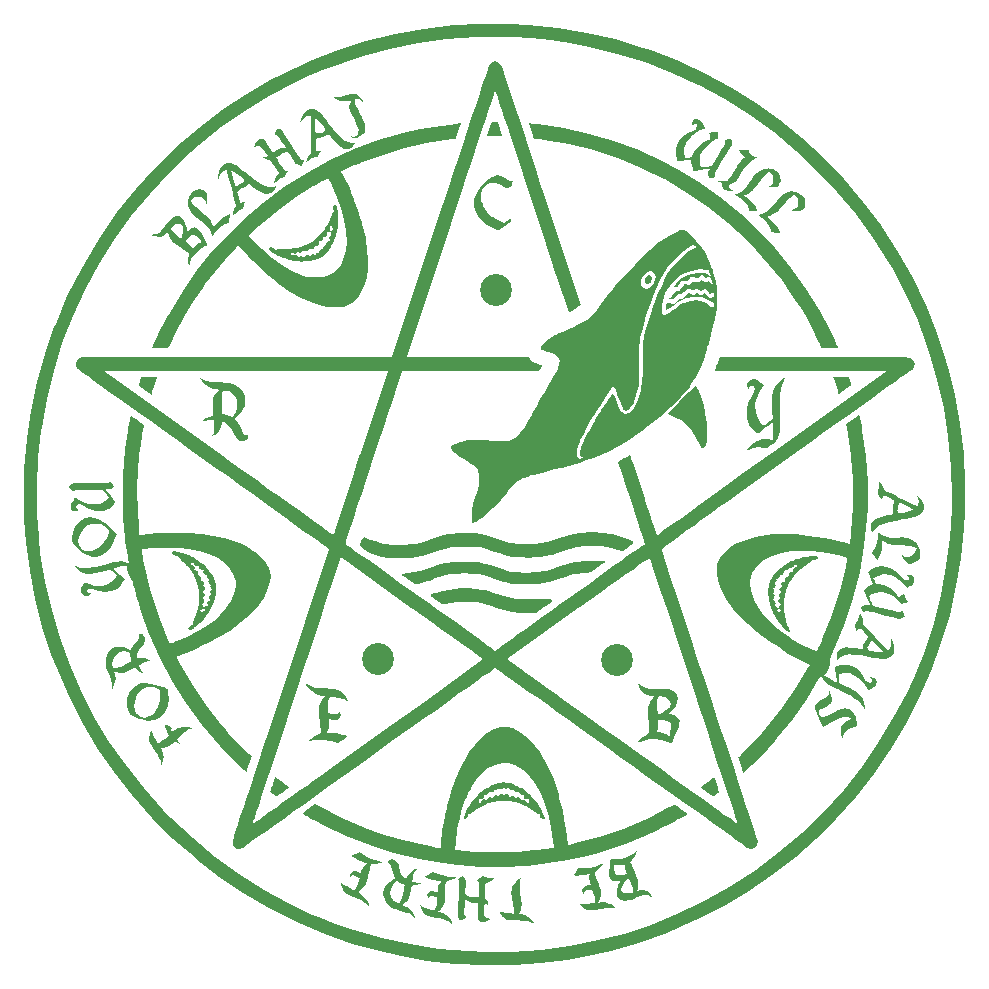
<source format=gbr>
%TF.GenerationSoftware,KiCad,Pcbnew,8.0.8*%
%TF.CreationDate,2025-04-01T18:27:37+02:00*%
%TF.ProjectId,Blahaj_Pentagramm_Badge_Front,426c6168-616a-45f5-9065-6e7461677261,rev?*%
%TF.SameCoordinates,Original*%
%TF.FileFunction,Soldermask,Top*%
%TF.FilePolarity,Negative*%
%FSLAX46Y46*%
G04 Gerber Fmt 4.6, Leading zero omitted, Abs format (unit mm)*
G04 Created by KiCad (PCBNEW 8.0.8) date 2025-04-01 18:27:37*
%MOMM*%
%LPD*%
G01*
G04 APERTURE LIST*
%ADD10C,0.000000*%
%ADD11C,2.700000*%
G04 APERTURE END LIST*
D10*
%TO.C,*%
G36*
X153186000Y-121384000D02*
G01*
X153253000Y-121473000D01*
X153260000Y-121673000D01*
X153158000Y-121897000D01*
X153108000Y-121960000D01*
X152927000Y-122091000D01*
X152799000Y-122084000D01*
X152651000Y-121942000D01*
X152627000Y-121730000D01*
X152662000Y-121620000D01*
X152799000Y-121434000D01*
X152977000Y-121328000D01*
X153034000Y-121320000D01*
X153186000Y-121384000D01*
G37*
G36*
X140068000Y-108331000D02*
G01*
X140178000Y-108344000D01*
X140379000Y-108947000D01*
X140473000Y-109230000D01*
X140543000Y-109446000D01*
X140578000Y-109558000D01*
X140580000Y-109565000D01*
X140506000Y-109572000D01*
X140310000Y-109577000D01*
X140028000Y-109580000D01*
X139918000Y-109580000D01*
X139581000Y-109579000D01*
X139377000Y-109574000D01*
X139282000Y-109566000D01*
X139265000Y-109555000D01*
X139293000Y-109473000D01*
X139358000Y-109277000D01*
X139448000Y-109006000D01*
X139471000Y-108937000D01*
X139668000Y-108344000D01*
X139813000Y-108330000D01*
X140001000Y-108326000D01*
X140068000Y-108331000D01*
G37*
G36*
X121826000Y-164147000D02*
G01*
X122075000Y-164333000D01*
X122282000Y-164485000D01*
X122407000Y-164575000D01*
X122414000Y-164580000D01*
X122506000Y-164647000D01*
X122519000Y-164660000D01*
X122460000Y-164706000D01*
X122307000Y-164819000D01*
X122099000Y-164970000D01*
X121871000Y-165134000D01*
X121661000Y-165284000D01*
X121506000Y-165393000D01*
X121444000Y-165434000D01*
X121378000Y-165393000D01*
X121232000Y-165286000D01*
X121180000Y-165247000D01*
X121022000Y-165120000D01*
X120937000Y-165041000D01*
X120932000Y-165031000D01*
X120957000Y-164949000D01*
X121020000Y-164753000D01*
X121110000Y-164481000D01*
X121138000Y-164395000D01*
X121342000Y-163783000D01*
X121826000Y-164147000D01*
G37*
G36*
X111190000Y-129967000D02*
G01*
X111311000Y-129973000D01*
X111320000Y-129976000D01*
X111297000Y-130054000D01*
X111241000Y-130225000D01*
X111229000Y-130261000D01*
X111153000Y-130493000D01*
X111057000Y-130794000D01*
X110999000Y-130978000D01*
X110924000Y-131218000D01*
X110871000Y-131383000D01*
X110854000Y-131433000D01*
X110791000Y-131392000D01*
X110629000Y-131280000D01*
X110399000Y-131118000D01*
X110314000Y-131057000D01*
X110068000Y-130879000D01*
X109882000Y-130739000D01*
X109787000Y-130661000D01*
X109780000Y-130653000D01*
X109802000Y-130570000D01*
X109858000Y-130388000D01*
X109886000Y-130300000D01*
X109991000Y-129970000D01*
X110656000Y-129965000D01*
X110959000Y-129964000D01*
X111190000Y-129967000D01*
G37*
G36*
X170027000Y-130245000D02*
G01*
X170089000Y-130444000D01*
X170126000Y-130569000D01*
X170129000Y-130580000D01*
X170124000Y-130612000D01*
X170078000Y-130662000D01*
X169967000Y-130749000D01*
X169762000Y-130896000D01*
X169616000Y-131000000D01*
X169371000Y-131173000D01*
X169182000Y-131304000D01*
X169083000Y-131372000D01*
X169076000Y-131377000D01*
X169050000Y-131357000D01*
X169023000Y-131273000D01*
X168962000Y-131078000D01*
X168882000Y-130820000D01*
X168790000Y-130530000D01*
X168709000Y-130282000D01*
X168661000Y-130144000D01*
X168613000Y-130009000D01*
X168600000Y-129969000D01*
X168674000Y-129965000D01*
X168871000Y-129962000D01*
X169153000Y-129960000D01*
X169268000Y-129960000D01*
X169937000Y-129960000D01*
X170027000Y-130245000D01*
G37*
G36*
X158556000Y-163938000D02*
G01*
X158621000Y-164125000D01*
X158703000Y-164375000D01*
X158789000Y-164642000D01*
X158864000Y-164884000D01*
X158914000Y-165058000D01*
X158927000Y-165118000D01*
X158835000Y-165189000D01*
X158688000Y-165295000D01*
X158541000Y-165398000D01*
X158453000Y-165456000D01*
X158446000Y-165459000D01*
X158378000Y-165416000D01*
X158213000Y-165301000D01*
X157981000Y-165137000D01*
X157903000Y-165082000D01*
X157659000Y-164906000D01*
X157474000Y-164771000D01*
X157380000Y-164699000D01*
X157373000Y-164693000D01*
X157430000Y-164644000D01*
X157579000Y-164532000D01*
X157700000Y-164444000D01*
X157952000Y-164261000D01*
X158195000Y-164080000D01*
X158270000Y-164024000D01*
X158427000Y-163910000D01*
X158516000Y-163856000D01*
X158522000Y-163856000D01*
X158556000Y-163938000D01*
G37*
G36*
X156963000Y-130706000D02*
G01*
X157047000Y-130811000D01*
X157085000Y-130875000D01*
X157229000Y-131141000D01*
X157336000Y-131391000D01*
X157400000Y-131571000D01*
X157616000Y-132294000D01*
X157769000Y-133027000D01*
X157869000Y-133820000D01*
X157917000Y-134587000D01*
X157921000Y-135092000D01*
X157879000Y-135469000D01*
X157789000Y-135745000D01*
X157689000Y-135898000D01*
X157582000Y-135984000D01*
X157530000Y-135980000D01*
X157472000Y-135941000D01*
X157399000Y-135850000D01*
X157293000Y-135680000D01*
X157138000Y-135406000D01*
X157058000Y-135259000D01*
X156870000Y-134919000D01*
X156734000Y-134683000D01*
X156629000Y-134517000D01*
X156530000Y-134382000D01*
X156434000Y-134264000D01*
X156092000Y-133926000D01*
X155655000Y-133619000D01*
X155094000Y-133324000D01*
X154930000Y-133250000D01*
X154724000Y-133154000D01*
X154627000Y-133093000D01*
X154600000Y-133038000D01*
X154600000Y-133027000D01*
X154630000Y-132979000D01*
X154728000Y-132868000D01*
X154904000Y-132683000D01*
X155168000Y-132411000D01*
X155531000Y-132043000D01*
X155725000Y-131848000D01*
X156070000Y-131501000D01*
X156376000Y-131196000D01*
X156626000Y-130950000D01*
X156802000Y-130780000D01*
X156886000Y-130703000D01*
X156890000Y-130700000D01*
X156963000Y-130706000D01*
G37*
G36*
X106092000Y-141860000D02*
G01*
X106479000Y-142018000D01*
X106925000Y-142307000D01*
X107415000Y-142715000D01*
X107710000Y-142999000D01*
X107910000Y-143200000D01*
X107852000Y-143425000D01*
X107637000Y-144017000D01*
X107331000Y-144499000D01*
X106945000Y-144861000D01*
X106489000Y-145090000D01*
X106194000Y-145158000D01*
X105984000Y-145177000D01*
X105798000Y-145157000D01*
X105720000Y-145141000D01*
X105250000Y-144966000D01*
X104796000Y-144646000D01*
X104348000Y-144173000D01*
X104236000Y-144030000D01*
X104115000Y-143870000D01*
X104117000Y-143800000D01*
X104634000Y-143800000D01*
X104694000Y-144147000D01*
X104857000Y-144438000D01*
X105076000Y-144612000D01*
X105222000Y-144667000D01*
X105240000Y-144673000D01*
X105438000Y-144696000D01*
X105685000Y-144693000D01*
X105850000Y-144669000D01*
X106200000Y-144515000D01*
X106550000Y-144254000D01*
X106847000Y-143927000D01*
X106879000Y-143881000D01*
X107065000Y-143543000D01*
X107227000Y-143129000D01*
X107269000Y-142988000D01*
X107254000Y-142937000D01*
X107162000Y-142842000D01*
X107080000Y-142768000D01*
X106803000Y-142543000D01*
X106578000Y-142411000D01*
X106540000Y-142395000D01*
X106435000Y-142364000D01*
X106291000Y-142353000D01*
X106170000Y-142352000D01*
X105966000Y-142359000D01*
X105828000Y-142383000D01*
X105750000Y-142407000D01*
X105353000Y-142602000D01*
X105030000Y-142913000D01*
X104867000Y-143150000D01*
X104687000Y-143518000D01*
X104634000Y-143800000D01*
X104117000Y-143800000D01*
X104126000Y-143590000D01*
X104196000Y-143093000D01*
X104375000Y-142660000D01*
X104464000Y-142518000D01*
X104790000Y-142160000D01*
X105194000Y-141923000D01*
X105643000Y-141820000D01*
X106092000Y-141860000D01*
G37*
G36*
X161480000Y-110805000D02*
G01*
X161556000Y-111035000D01*
X161764000Y-111209000D01*
X162082000Y-111308000D01*
X162107000Y-111312000D01*
X162204000Y-111325000D01*
X162027000Y-111419000D01*
X161576000Y-111706000D01*
X161366000Y-111887000D01*
X161143000Y-112129000D01*
X160946000Y-112418000D01*
X160801000Y-112677000D01*
X160589000Y-113053000D01*
X160410000Y-113307000D01*
X160245000Y-113465000D01*
X160242000Y-113467000D01*
X160111000Y-113537000D01*
X159928000Y-113611000D01*
X159778000Y-113657000D01*
X159752000Y-113660000D01*
X159722000Y-113684000D01*
X159751000Y-113791000D01*
X159762000Y-113821000D01*
X159881000Y-114006000D01*
X160071000Y-114120000D01*
X160210000Y-114179000D01*
X159910000Y-114178000D01*
X159669000Y-114171000D01*
X159518000Y-114152000D01*
X159516000Y-114152000D01*
X159355000Y-114074000D01*
X159261000Y-113982000D01*
X159231000Y-113884000D01*
X159202000Y-113764000D01*
X159133000Y-113535000D01*
X159036000Y-113427000D01*
X158876000Y-113400000D01*
X158794000Y-113389000D01*
X158853000Y-113364000D01*
X158996000Y-113339000D01*
X159253000Y-113323000D01*
X159471000Y-113344000D01*
X159536000Y-113365000D01*
X159601000Y-113398000D01*
X159712000Y-113264000D01*
X160013000Y-112841000D01*
X160331000Y-112276000D01*
X160397000Y-112145000D01*
X160534000Y-111893000D01*
X160672000Y-111711000D01*
X160741000Y-111639000D01*
X160896000Y-111517000D01*
X161064000Y-111423000D01*
X161148000Y-111400000D01*
X161170000Y-111374000D01*
X161090000Y-111322000D01*
X160923000Y-111189000D01*
X160751000Y-110990000D01*
X160678000Y-110877000D01*
X160606000Y-110745000D01*
X160738000Y-110733000D01*
X160904000Y-110724000D01*
X161138000Y-110720000D01*
X161175000Y-110720000D01*
X161480000Y-110720000D01*
X161480000Y-110805000D01*
G37*
G36*
X110842000Y-155912000D02*
G01*
X111464000Y-156070000D01*
X111897000Y-156216000D01*
X112106000Y-156296000D01*
X112201000Y-156346000D01*
X112220000Y-156370000D01*
X112244000Y-156472000D01*
X112278000Y-156657000D01*
X112278000Y-156659000D01*
X112315000Y-157247000D01*
X112227000Y-157792000D01*
X112024000Y-158271000D01*
X111714000Y-158658000D01*
X111516000Y-158813000D01*
X111299000Y-158934000D01*
X111061000Y-159007000D01*
X111000000Y-159020000D01*
X110600000Y-159055000D01*
X110340000Y-159029000D01*
X109977000Y-158944000D01*
X109570000Y-158788000D01*
X109525000Y-158768000D01*
X109273000Y-158652000D01*
X109128000Y-158573000D01*
X109051000Y-158504000D01*
X109003000Y-158418000D01*
X108999000Y-158411000D01*
X108872000Y-158079000D01*
X108803000Y-157808000D01*
X109420000Y-157808000D01*
X109456000Y-158143000D01*
X109580000Y-158405000D01*
X109670000Y-158516000D01*
X109954000Y-158733000D01*
X110282000Y-158798000D01*
X110514000Y-158763000D01*
X110886000Y-158586000D01*
X111196000Y-158282000D01*
X111428000Y-157875000D01*
X111567000Y-157392000D01*
X111600000Y-156993000D01*
X111592000Y-156771000D01*
X111571000Y-156555000D01*
X111545000Y-156409000D01*
X111535000Y-156385000D01*
X111446000Y-156342000D01*
X111268000Y-156282000D01*
X111067000Y-156227000D01*
X110983000Y-156208000D01*
X110601000Y-156188000D01*
X110251000Y-156298000D01*
X110144000Y-156357000D01*
X109796000Y-156654000D01*
X109556000Y-157058000D01*
X109434000Y-157551000D01*
X109420000Y-157808000D01*
X108803000Y-157808000D01*
X108799000Y-157794000D01*
X108782000Y-157510000D01*
X108801000Y-157191000D01*
X108840000Y-156980000D01*
X109045000Y-156530000D01*
X109368000Y-156177000D01*
X109789000Y-155942000D01*
X109930000Y-155898000D01*
X110333000Y-155854000D01*
X110842000Y-155912000D01*
G37*
G36*
X137802000Y-147854000D02*
G01*
X138127000Y-147867000D01*
X138416000Y-147894000D01*
X138731000Y-147940000D01*
X138800000Y-147952000D01*
X139108000Y-148011000D01*
X139426000Y-148092000D01*
X139804000Y-148207000D01*
X140200000Y-148340000D01*
X140672000Y-148497000D01*
X141060000Y-148613000D01*
X141406000Y-148693000D01*
X141752000Y-148744000D01*
X142139000Y-148771000D01*
X142609000Y-148782000D01*
X143120000Y-148783000D01*
X143531000Y-148780000D01*
X143906000Y-148775000D01*
X144204000Y-148768000D01*
X144384000Y-148760000D01*
X144385000Y-148760000D01*
X144599000Y-148751000D01*
X144689000Y-148763000D01*
X144763000Y-148867000D01*
X144753000Y-148942000D01*
X144681000Y-149006000D01*
X144508000Y-149140000D01*
X144263000Y-149320000D01*
X144091000Y-149444000D01*
X143453000Y-149897000D01*
X143312000Y-149908000D01*
X143014000Y-149922000D01*
X142653000Y-149928000D01*
X142313000Y-149925000D01*
X142160000Y-149919000D01*
X141421000Y-149842000D01*
X140724000Y-149697000D01*
X139991000Y-149469000D01*
X139920000Y-149444000D01*
X139322000Y-149242000D01*
X138807000Y-149106000D01*
X138317000Y-149024000D01*
X137795000Y-148986000D01*
X137410000Y-148980000D01*
X136710000Y-149004000D01*
X136104000Y-149079000D01*
X135792000Y-149144000D01*
X135609000Y-149184000D01*
X135520000Y-149190000D01*
X135480000Y-149177000D01*
X135391000Y-149120000D01*
X135212000Y-148996000D01*
X134993000Y-148840000D01*
X134741000Y-148655000D01*
X134596000Y-148536000D01*
X134535000Y-148458000D01*
X134533000Y-148395000D01*
X134542000Y-148375000D01*
X134569000Y-148333000D01*
X134635000Y-148298000D01*
X134783000Y-148249000D01*
X134944000Y-148201000D01*
X135519000Y-148044000D01*
X136022000Y-147940000D01*
X136519000Y-147880000D01*
X137078000Y-147854000D01*
X137380000Y-147851000D01*
X137802000Y-147854000D01*
G37*
G36*
X172495000Y-143161000D02*
G01*
X172718000Y-143313000D01*
X173002000Y-143441000D01*
X173121000Y-143478000D01*
X173599000Y-143548000D01*
X174060000Y-143548000D01*
X174445000Y-143536000D01*
X174727000Y-143554000D01*
X174963000Y-143609000D01*
X175106000Y-143662000D01*
X175343000Y-143779000D01*
X175538000Y-143931000D01*
X175552000Y-143944000D01*
X175783000Y-144242000D01*
X175916000Y-144625000D01*
X175943000Y-144790000D01*
X175963000Y-145018000D01*
X175942000Y-145165000D01*
X175909000Y-145241000D01*
X175678000Y-145526000D01*
X175336000Y-145709000D01*
X175146000Y-145755000D01*
X175020000Y-145741000D01*
X174811000Y-145633000D01*
X174747000Y-145577000D01*
X174644000Y-145443000D01*
X174508000Y-145235000D01*
X174399000Y-145052000D01*
X174332000Y-144933000D01*
X174447000Y-145027000D01*
X174677000Y-145177000D01*
X174883000Y-145212000D01*
X175001000Y-145191000D01*
X175312000Y-145033000D01*
X175536000Y-144742000D01*
X175610000Y-144562000D01*
X175635000Y-144464000D01*
X175608000Y-144425000D01*
X175427000Y-144334000D01*
X175141000Y-144268000D01*
X174728000Y-144221000D01*
X174560000Y-144209000D01*
X174101000Y-144180000D01*
X173772000Y-144157000D01*
X173547000Y-144137000D01*
X173396000Y-144115000D01*
X173292000Y-144088000D01*
X173205000Y-144053000D01*
X173136000Y-144020000D01*
X172931000Y-143897000D01*
X172792000Y-143782000D01*
X172737000Y-143740000D01*
X172726000Y-143811000D01*
X172720000Y-143988000D01*
X172720000Y-144051000D01*
X172672000Y-144584000D01*
X172514000Y-145057000D01*
X172335000Y-145377000D01*
X172266000Y-145484000D01*
X172086000Y-145147000D01*
X171905000Y-144811000D01*
X171985000Y-144720000D01*
X172162000Y-144437000D01*
X172284000Y-144041000D01*
X172356000Y-143515000D01*
X172363000Y-143409000D01*
X172387000Y-143062000D01*
X172495000Y-143161000D01*
G37*
G36*
X142144000Y-172346000D02*
G01*
X142134000Y-172359000D01*
X142066000Y-172460000D01*
X142032000Y-172587000D01*
X142022000Y-172791000D01*
X142025000Y-172994000D01*
X142034000Y-173233000D01*
X142052000Y-173442000D01*
X142086000Y-173689000D01*
X142128000Y-173947000D01*
X142174000Y-174242000D01*
X142207000Y-174483000D01*
X142220000Y-174619000D01*
X142220000Y-174620000D01*
X142190000Y-174842000D01*
X142117000Y-175108000D01*
X142064000Y-175244000D01*
X142004000Y-175377000D01*
X142107000Y-175391000D01*
X142523000Y-175510000D01*
X142889000Y-175729000D01*
X142940000Y-175774000D01*
X143049000Y-175893000D01*
X143163000Y-176040000D01*
X143244000Y-176163000D01*
X143258000Y-176207000D01*
X143192000Y-176180000D01*
X143128000Y-176146000D01*
X142952000Y-176072000D01*
X142818000Y-176028000D01*
X142720000Y-176003000D01*
X142618000Y-175986000D01*
X142472000Y-175976000D01*
X142244000Y-175968000D01*
X141910000Y-175960000D01*
X141516000Y-175949000D01*
X141245000Y-175935000D01*
X141063000Y-175914000D01*
X140933000Y-175883000D01*
X140859000Y-175854000D01*
X140603000Y-175663000D01*
X140534000Y-175576000D01*
X140447000Y-175443000D01*
X140360000Y-175296000D01*
X140307000Y-175195000D01*
X140304000Y-175180000D01*
X140370000Y-175208000D01*
X140392000Y-175218000D01*
X140588000Y-175285000D01*
X140879000Y-175333000D01*
X141296000Y-175370000D01*
X141313000Y-175371000D01*
X141517000Y-175384000D01*
X141531000Y-175271000D01*
X141534000Y-174986000D01*
X141491000Y-174574000D01*
X141406000Y-174062000D01*
X141396000Y-174010000D01*
X141339000Y-173614000D01*
X141347000Y-173311000D01*
X141424000Y-173047000D01*
X141440000Y-173010000D01*
X141537000Y-172838000D01*
X141685000Y-172664000D01*
X141715000Y-172633000D01*
X141836000Y-172528000D01*
X141992000Y-172409000D01*
X142124000Y-172321000D01*
X142169000Y-172300000D01*
X142144000Y-172346000D01*
G37*
G36*
X142935000Y-108470000D02*
G01*
X143117000Y-108488000D01*
X143415000Y-108521000D01*
X143610000Y-108543000D01*
X145780000Y-108863000D01*
X147927000Y-109340000D01*
X150041000Y-109970000D01*
X152110000Y-110750000D01*
X154125000Y-111675000D01*
X155370000Y-112336000D01*
X157239000Y-113473000D01*
X159037000Y-114747000D01*
X160750000Y-116147000D01*
X162360000Y-117660000D01*
X163652000Y-119040000D01*
X165047000Y-120736000D01*
X166302000Y-122495000D01*
X167429000Y-124336000D01*
X168207000Y-125800000D01*
X168375000Y-126141000D01*
X168549000Y-126503000D01*
X168714000Y-126852000D01*
X168854000Y-127155000D01*
X168953000Y-127379000D01*
X168995000Y-127485000D01*
X168989000Y-127502000D01*
X168938000Y-127512000D01*
X168813000Y-127518000D01*
X168582000Y-127520000D01*
X168315000Y-127520000D01*
X167625000Y-127520000D01*
X167570000Y-127395000D01*
X167472000Y-127184000D01*
X167323000Y-126877000D01*
X167146000Y-126519000D01*
X166963000Y-126156000D01*
X166799000Y-125833000D01*
X166675000Y-125598000D01*
X166245000Y-124824000D01*
X165828000Y-124121000D01*
X165378000Y-123413000D01*
X165198000Y-123140000D01*
X164214000Y-121742000D01*
X163179000Y-120436000D01*
X162054000Y-119174000D01*
X161291000Y-118390000D01*
X159700000Y-116913000D01*
X158014000Y-115561000D01*
X156224000Y-114328000D01*
X154325000Y-113211000D01*
X154260000Y-113176000D01*
X152344000Y-112230000D01*
X150356000Y-111421000D01*
X148313000Y-110754000D01*
X146233000Y-110235000D01*
X144134000Y-109870000D01*
X143810000Y-109828000D01*
X143527000Y-109791000D01*
X143317000Y-109761000D01*
X143219000Y-109744000D01*
X143217000Y-109743000D01*
X143188000Y-109667000D01*
X143125000Y-109484000D01*
X143042000Y-109236000D01*
X142954000Y-108967000D01*
X142875000Y-108721000D01*
X142818000Y-108543000D01*
X142800000Y-108476000D01*
X142805000Y-108466000D01*
X142841000Y-108463000D01*
X142935000Y-108470000D01*
G37*
G36*
X128137000Y-105974000D02*
G01*
X128234000Y-105997000D01*
X128316000Y-106039000D01*
X128541000Y-106223000D01*
X128682000Y-106451000D01*
X128743000Y-106585000D01*
X128760000Y-106629000D01*
X128713000Y-106602000D01*
X128686000Y-106579000D01*
X128409000Y-106435000D01*
X128140000Y-106433000D01*
X128074000Y-106446000D01*
X128086000Y-106611000D01*
X128116000Y-106814000D01*
X128186000Y-107029000D01*
X128312000Y-107297000D01*
X128510000Y-107655000D01*
X128530000Y-107690000D01*
X128689000Y-107969000D01*
X128791000Y-108166000D01*
X128864000Y-108333000D01*
X128901000Y-108430000D01*
X128971000Y-108816000D01*
X128904000Y-109177000D01*
X128798000Y-109365000D01*
X128559000Y-109584000D01*
X128264000Y-109712000D01*
X127970000Y-109726000D01*
X127890000Y-109705000D01*
X127675000Y-109577000D01*
X127633000Y-109521000D01*
X127597000Y-109459000D01*
X127689000Y-109523000D01*
X127817000Y-109585000D01*
X127909000Y-109596000D01*
X128173000Y-109544000D01*
X128355000Y-109359000D01*
X128390000Y-109281000D01*
X128398000Y-109048000D01*
X128302000Y-108719000D01*
X128178000Y-108450000D01*
X127970000Y-108042000D01*
X127823000Y-107748000D01*
X127727000Y-107542000D01*
X127670000Y-107397000D01*
X127641000Y-107285000D01*
X127627000Y-107178000D01*
X127625000Y-107155000D01*
X127675000Y-106780000D01*
X127731000Y-106650000D01*
X127781000Y-106541000D01*
X127786000Y-106520000D01*
X127712000Y-106538000D01*
X127613000Y-106564000D01*
X127355000Y-106604000D01*
X127260000Y-106605000D01*
X126805000Y-106549000D01*
X126452000Y-106390000D01*
X126329000Y-106292000D01*
X126210000Y-106182000D01*
X126290000Y-106205000D01*
X126421000Y-106221000D01*
X126625000Y-106227000D01*
X126630000Y-106227000D01*
X126843000Y-106219000D01*
X127049000Y-106185000D01*
X127310000Y-106114000D01*
X127522000Y-106047000D01*
X127711000Y-105992000D01*
X127866000Y-105973000D01*
X127970000Y-105971000D01*
X128137000Y-105974000D01*
G37*
G36*
X140215000Y-112864000D02*
G01*
X140460000Y-112914000D01*
X140732000Y-113047000D01*
X140806000Y-113093000D01*
X141057000Y-113242000D01*
X141227000Y-113315000D01*
X141334000Y-113330000D01*
X141439000Y-113330000D01*
X141428000Y-113410000D01*
X141371000Y-113684000D01*
X141279000Y-113849000D01*
X141239000Y-113887000D01*
X141084000Y-113948000D01*
X140869000Y-113904000D01*
X140571000Y-113749000D01*
X140513000Y-113713000D01*
X140252000Y-113573000D01*
X140017000Y-113513000D01*
X139940000Y-113506000D01*
X139558000Y-113545000D01*
X139215000Y-113692000D01*
X139068000Y-113812000D01*
X138870000Y-114113000D01*
X138779000Y-114513000D01*
X138772000Y-114690000D01*
X138799000Y-115018000D01*
X138902000Y-115328000D01*
X138969000Y-115469000D01*
X139286000Y-115959000D01*
X139712000Y-116366000D01*
X139758000Y-116402000D01*
X140025000Y-116577000D01*
X140342000Y-116752000D01*
X140571000Y-116857000D01*
X140672000Y-116896000D01*
X140934000Y-116699000D01*
X141196000Y-116502000D01*
X141269000Y-116613000D01*
X141330000Y-116711000D01*
X141336000Y-116729000D01*
X141274000Y-116775000D01*
X141115000Y-116895000D01*
X140888000Y-117066000D01*
X140807000Y-117127000D01*
X140561000Y-117308000D01*
X140368000Y-117445000D01*
X140259000Y-117515000D01*
X140247000Y-117519000D01*
X140155000Y-117492000D01*
X139977000Y-117427000D01*
X139940000Y-117413000D01*
X139580000Y-117257000D01*
X139293000Y-117092000D01*
X139069000Y-116929000D01*
X138628000Y-116491000D01*
X138324000Y-115971000D01*
X138226000Y-115687000D01*
X138189000Y-115537000D01*
X138174000Y-115388000D01*
X138171000Y-115170000D01*
X138173000Y-114957000D01*
X138186000Y-114829000D01*
X138219000Y-114710000D01*
X138235000Y-114666000D01*
X138470000Y-114165000D01*
X138818000Y-113722000D01*
X139110000Y-113452000D01*
X139443000Y-113187000D01*
X139700000Y-113013000D01*
X139918000Y-112907000D01*
X139936000Y-112900000D01*
X140086000Y-112863000D01*
X140215000Y-112864000D01*
G37*
G36*
X163255000Y-112313000D02*
G01*
X163476000Y-112378000D01*
X163710000Y-112483000D01*
X163884000Y-112577000D01*
X163974000Y-112658000D01*
X163980000Y-112666000D01*
X164111000Y-112964000D01*
X164131000Y-113315000D01*
X164111000Y-113430000D01*
X164003000Y-113690000D01*
X163902000Y-113788000D01*
X163793000Y-113852000D01*
X163667000Y-113885000D01*
X163470000Y-113897000D01*
X163295000Y-113899000D01*
X163041000Y-113895000D01*
X162923000Y-113881000D01*
X162953000Y-113859000D01*
X162998000Y-113850000D01*
X163198000Y-113778000D01*
X163367000Y-113661000D01*
X163375000Y-113653000D01*
X163480000Y-113495000D01*
X163515000Y-113296000D01*
X163516000Y-113284000D01*
X163477000Y-112950000D01*
X163307000Y-112637000D01*
X163255000Y-112572000D01*
X163207000Y-112514000D01*
X163109000Y-112571000D01*
X162935000Y-112707000D01*
X162717000Y-112931000D01*
X162496000Y-113196000D01*
X162440000Y-113270000D01*
X162207000Y-113588000D01*
X161994000Y-113871000D01*
X161825000Y-114090000D01*
X161723000Y-114212000D01*
X161718000Y-114217000D01*
X161400000Y-114439000D01*
X161155000Y-114539000D01*
X161041000Y-114579000D01*
X161020000Y-114589000D01*
X161079000Y-114628000D01*
X161195000Y-114700000D01*
X161641000Y-115026000D01*
X161967000Y-115402000D01*
X162170000Y-115768000D01*
X162239000Y-115920000D01*
X162185000Y-115917000D01*
X162074000Y-115909000D01*
X161879000Y-115891000D01*
X161860000Y-115889000D01*
X161658000Y-115871000D01*
X161532000Y-115862000D01*
X161528000Y-115862000D01*
X161467000Y-115838000D01*
X161452000Y-115776000D01*
X161336000Y-115489000D01*
X161084000Y-115167000D01*
X160710000Y-114829000D01*
X160471000Y-114651000D01*
X160333000Y-114547000D01*
X160281000Y-114493000D01*
X160283000Y-114492000D01*
X160375000Y-114469000D01*
X160410000Y-114461000D01*
X160772000Y-114301000D01*
X161132000Y-113996000D01*
X161475000Y-113560000D01*
X161700000Y-113181000D01*
X161994000Y-112777000D01*
X162381000Y-112472000D01*
X162711000Y-112328000D01*
X162971000Y-112295000D01*
X163030000Y-112294000D01*
X163255000Y-112313000D01*
G37*
G36*
X165400000Y-114272000D02*
G01*
X165754000Y-114428000D01*
X165888000Y-114505000D01*
X165938000Y-114529000D01*
X166020000Y-114591000D01*
X166057000Y-114629000D01*
X166190000Y-114881000D01*
X166216000Y-115196000D01*
X166152000Y-115542000D01*
X165994000Y-115767000D01*
X165931000Y-115811000D01*
X165765000Y-115872000D01*
X165528000Y-115883000D01*
X165410000Y-115876000D01*
X165212000Y-115856000D01*
X165047000Y-115832000D01*
X164959000Y-115812000D01*
X164983000Y-115802000D01*
X165239000Y-115740000D01*
X165420000Y-115628000D01*
X165564000Y-115430000D01*
X165607000Y-115166000D01*
X165607000Y-115150000D01*
X165568000Y-114865000D01*
X165438000Y-114607000D01*
X165361000Y-114504000D01*
X165312000Y-114492000D01*
X165166000Y-114569000D01*
X164976000Y-114705000D01*
X164918000Y-114754000D01*
X164854000Y-114811000D01*
X164790000Y-114874000D01*
X164703000Y-114967000D01*
X164572000Y-115114000D01*
X164376000Y-115338000D01*
X164156000Y-115589000D01*
X163957000Y-115812000D01*
X163789000Y-115990000D01*
X163690000Y-116085000D01*
X163349000Y-116269000D01*
X163207000Y-116313000D01*
X163053000Y-116353000D01*
X163040000Y-116395000D01*
X163153000Y-116480000D01*
X163154000Y-116480000D01*
X163598000Y-116875000D01*
X163919000Y-117337000D01*
X163927000Y-117354000D01*
X163995000Y-117501000D01*
X164062000Y-117663000D01*
X164099000Y-117766000D01*
X164100000Y-117772000D01*
X164045000Y-117777000D01*
X163867000Y-117753000D01*
X163675000Y-117721000D01*
X163476000Y-117685000D01*
X163363000Y-117662000D01*
X163354000Y-117658000D01*
X163336000Y-117586000D01*
X163325000Y-117533000D01*
X163183000Y-117177000D01*
X163126000Y-117085000D01*
X162989000Y-116914000D01*
X162782000Y-116693000D01*
X162555000Y-116476000D01*
X162450000Y-116384000D01*
X162320000Y-116272000D01*
X162263000Y-116217000D01*
X162318000Y-116200000D01*
X162335000Y-116200000D01*
X162480000Y-116179000D01*
X162521000Y-116168000D01*
X162904000Y-115987000D01*
X163282000Y-115669000D01*
X163666000Y-115205000D01*
X163794000Y-115020000D01*
X164086000Y-114666000D01*
X164436000Y-114415000D01*
X164547000Y-114358000D01*
X164973000Y-114236000D01*
X165400000Y-114272000D01*
G37*
G36*
X112042000Y-159391000D02*
G01*
X112140000Y-159433000D01*
X112314000Y-159517000D01*
X112330000Y-159524000D01*
X112505000Y-159618000D01*
X112564000Y-159670000D01*
X112564000Y-159677000D01*
X112555000Y-159821000D01*
X112562000Y-159965000D01*
X112572000Y-160006000D01*
X112604000Y-160024000D01*
X112686000Y-159963000D01*
X112702000Y-159950000D01*
X113108000Y-159668000D01*
X113494000Y-159539000D01*
X113740000Y-159540000D01*
X114054000Y-159612000D01*
X114246000Y-159693000D01*
X114364000Y-159760000D01*
X114336000Y-159769000D01*
X114290000Y-159758000D01*
X114069000Y-159765000D01*
X113840000Y-159860000D01*
X113683000Y-159981000D01*
X113441000Y-160208000D01*
X113375000Y-160275000D01*
X113197000Y-160458000D01*
X113076000Y-160590000D01*
X113040000Y-160636000D01*
X113098000Y-160725000D01*
X113268000Y-160915000D01*
X113289000Y-160936000D01*
X113390000Y-161042000D01*
X113290000Y-161000000D01*
X113138000Y-160927000D01*
X113037000Y-160875000D01*
X112884000Y-160792000D01*
X112767000Y-160892000D01*
X112587000Y-161038000D01*
X112443000Y-161129000D01*
X112387000Y-161158000D01*
X112062000Y-161283000D01*
X111824000Y-161331000D01*
X111684000Y-161345000D01*
X111742000Y-161467000D01*
X111875000Y-161938000D01*
X111886000Y-162120000D01*
X111863000Y-162417000D01*
X111765000Y-162700000D01*
X111754000Y-162725000D01*
X111687000Y-162870000D01*
X111673000Y-162739000D01*
X111630000Y-162494000D01*
X111539000Y-162248000D01*
X111384000Y-161961000D01*
X111149000Y-161597000D01*
X110895000Y-161203000D01*
X110733000Y-160900000D01*
X110654000Y-160658000D01*
X110644000Y-160447000D01*
X110662000Y-160344000D01*
X110702000Y-160230000D01*
X110771000Y-160068000D01*
X110842000Y-159918000D01*
X110885000Y-159843000D01*
X110888000Y-159842000D01*
X110911000Y-159914000D01*
X110928000Y-159977000D01*
X110989000Y-160164000D01*
X111020000Y-160239000D01*
X111111000Y-160425000D01*
X111230000Y-160644000D01*
X111337000Y-160824000D01*
X111370000Y-160871000D01*
X111432000Y-160927000D01*
X111476000Y-160916000D01*
X111695000Y-160798000D01*
X111967000Y-160603000D01*
X112279000Y-160345000D01*
X112348000Y-160286000D01*
X112276000Y-160188000D01*
X112074000Y-159791000D01*
X112008000Y-159500000D01*
X112001000Y-159396000D01*
X112032000Y-159388000D01*
X112042000Y-159391000D01*
G37*
G36*
X115215000Y-114127000D02*
G01*
X115458000Y-114292000D01*
X115533000Y-114410000D01*
X115570000Y-114522000D01*
X115580000Y-114685000D01*
X115580000Y-114710000D01*
X115573000Y-114916000D01*
X115556000Y-115124000D01*
X115535000Y-115280000D01*
X115517000Y-115328000D01*
X115500000Y-115271000D01*
X115479000Y-115163000D01*
X115458000Y-115089000D01*
X115385000Y-114932000D01*
X115313000Y-114851000D01*
X115116000Y-114718000D01*
X114858000Y-114682000D01*
X114802000Y-114685000D01*
X114583000Y-114720000D01*
X114373000Y-114820000D01*
X114306000Y-114863000D01*
X114181000Y-114944000D01*
X114211000Y-115014000D01*
X114312000Y-115184000D01*
X114469000Y-115384000D01*
X114539000Y-115459000D01*
X114655000Y-115565000D01*
X114852000Y-115736000D01*
X115080000Y-115929000D01*
X115413000Y-116212000D01*
X115644000Y-116422000D01*
X115797000Y-116583000D01*
X115896000Y-116720000D01*
X115939000Y-116802000D01*
X116021000Y-117003000D01*
X116055000Y-117115000D01*
X116090000Y-117236000D01*
X116102000Y-117260000D01*
X116151000Y-117203000D01*
X116244000Y-117075000D01*
X116372000Y-116902000D01*
X116460000Y-116794000D01*
X116632000Y-116634000D01*
X116857000Y-116461000D01*
X116990000Y-116375000D01*
X117138000Y-116300000D01*
X117314000Y-116225000D01*
X117453000Y-116175000D01*
X117495000Y-116169000D01*
X117491000Y-116245000D01*
X117470000Y-116417000D01*
X117440000Y-116625000D01*
X117410000Y-116806000D01*
X117390000Y-116899000D01*
X117389000Y-116901000D01*
X117318000Y-116920000D01*
X117093000Y-116980000D01*
X116814000Y-117144000D01*
X116545000Y-117368000D01*
X116329000Y-117590000D01*
X116115000Y-117833000D01*
X116007000Y-117970000D01*
X115964000Y-118029000D01*
X115950000Y-117950000D01*
X115810000Y-117525000D01*
X115533000Y-117129000D01*
X115108000Y-116748000D01*
X115070000Y-116720000D01*
X114870000Y-116580000D01*
X114730000Y-116490000D01*
X114382000Y-116199000D01*
X114102000Y-115815000D01*
X114004000Y-115606000D01*
X113967000Y-115487000D01*
X113953000Y-115349000D01*
X113951000Y-115210000D01*
X113961000Y-114978000D01*
X114008000Y-114789000D01*
X114114000Y-114568000D01*
X114167000Y-114472000D01*
X114273000Y-114300000D01*
X114356000Y-114213000D01*
X114378000Y-114198000D01*
X114611000Y-114094000D01*
X114860000Y-114071000D01*
X115215000Y-114127000D01*
G37*
G36*
X168313000Y-156600000D02*
G01*
X168434000Y-156860000D01*
X168475000Y-157112000D01*
X168459000Y-157369000D01*
X168358000Y-157561000D01*
X168318000Y-157608000D01*
X168175000Y-157739000D01*
X167985000Y-157853000D01*
X167777000Y-157948000D01*
X167528000Y-158062000D01*
X167397000Y-158139000D01*
X167359000Y-158181000D01*
X167354000Y-158355000D01*
X167399000Y-158475000D01*
X167489000Y-158620000D01*
X167598000Y-158749000D01*
X167672000Y-158800000D01*
X167750000Y-158767000D01*
X167939000Y-158677000D01*
X168205000Y-158547000D01*
X168382000Y-158460000D01*
X168756000Y-158275000D01*
X169019000Y-158149000D01*
X169201000Y-158072000D01*
X169334000Y-158031000D01*
X169449000Y-158015000D01*
X169570000Y-158011000D01*
X169744000Y-158015000D01*
X169849000Y-158040000D01*
X169906000Y-158064000D01*
X170132000Y-158226000D01*
X170371000Y-158492000D01*
X170410000Y-158544000D01*
X170535000Y-158719000D01*
X170548000Y-158964000D01*
X170561000Y-159183000D01*
X170573000Y-159335000D01*
X170585000Y-159460000D01*
X170357000Y-159568000D01*
X170122000Y-159679000D01*
X169937000Y-159766000D01*
X169740000Y-159875000D01*
X169652000Y-159941000D01*
X169486000Y-160177000D01*
X169398000Y-160460000D01*
X169368000Y-160626000D01*
X169341000Y-160644000D01*
X169305000Y-160529000D01*
X169231000Y-160074000D01*
X169221000Y-159810000D01*
X169241000Y-159583000D01*
X169318000Y-159424000D01*
X169350000Y-159384000D01*
X169514000Y-159246000D01*
X169770000Y-159091000D01*
X169929000Y-159012000D01*
X170087000Y-158934000D01*
X170160000Y-158890000D01*
X170108000Y-158844000D01*
X170030000Y-158800000D01*
X169918000Y-158750000D01*
X169810000Y-158732000D01*
X169660000Y-158731000D01*
X169459000Y-158740000D01*
X169318000Y-158772000D01*
X169301000Y-158778000D01*
X169177000Y-158832000D01*
X168948000Y-158940000D01*
X168651000Y-159085000D01*
X168438000Y-159191000D01*
X167704000Y-159559000D01*
X167570000Y-159254000D01*
X167326000Y-158686000D01*
X167155000Y-158255000D01*
X167058000Y-157963000D01*
X167034000Y-157830000D01*
X167103000Y-157624000D01*
X167278000Y-157439000D01*
X167363000Y-157386000D01*
X167489000Y-157325000D01*
X167686000Y-157230000D01*
X167722000Y-157213000D01*
X167924000Y-157110000D01*
X168036000Y-157031000D01*
X168075000Y-156991000D01*
X168206000Y-156787000D01*
X168240000Y-156620000D01*
X168250000Y-156490000D01*
X168313000Y-156600000D01*
G37*
G36*
X134846000Y-171929000D02*
G01*
X135433000Y-172146000D01*
X136077000Y-172266000D01*
X136407000Y-172292000D01*
X136592000Y-172303000D01*
X136658000Y-172315000D01*
X136645000Y-172337000D01*
X136637000Y-172343000D01*
X136431000Y-172462000D01*
X136154000Y-172577000D01*
X135892000Y-172651000D01*
X135835000Y-172669000D01*
X135795000Y-172716000D01*
X135770000Y-172821000D01*
X135752000Y-173012000D01*
X135738000Y-173318000D01*
X135730000Y-173559000D01*
X135714000Y-173955000D01*
X135696000Y-174227000D01*
X135672000Y-174415000D01*
X135634000Y-174555000D01*
X135578000Y-174685000D01*
X135561000Y-174719000D01*
X135396000Y-174949000D01*
X135193000Y-175131000D01*
X135095000Y-175197000D01*
X135182000Y-175220000D01*
X135509000Y-175330000D01*
X135764000Y-175472000D01*
X136045000Y-175704000D01*
X136208000Y-175940000D01*
X136281000Y-176099000D01*
X136318000Y-176212000D01*
X136317000Y-176229000D01*
X136259000Y-176192000D01*
X136200000Y-176147000D01*
X135971000Y-176004000D01*
X135708000Y-175889000D01*
X135660000Y-175874000D01*
X135528000Y-175843000D01*
X135292000Y-175793000D01*
X135039000Y-175742000D01*
X134588000Y-175644000D01*
X134274000Y-175552000D01*
X134087000Y-175469000D01*
X133864000Y-175256000D01*
X133690000Y-174916000D01*
X133661000Y-174830000D01*
X133624000Y-174693000D01*
X133640000Y-174674000D01*
X133665000Y-174695000D01*
X133838000Y-174800000D01*
X134132000Y-174917000D01*
X134512000Y-175033000D01*
X134582000Y-175051000D01*
X134743000Y-175086000D01*
X134812000Y-175092000D01*
X134876000Y-175005000D01*
X134949000Y-174826000D01*
X135000000Y-174636000D01*
X135034000Y-174406000D01*
X135050000Y-174230000D01*
X135063000Y-174010000D01*
X134916000Y-173956000D01*
X134658000Y-173876000D01*
X134507000Y-173867000D01*
X134351000Y-173960000D01*
X134315000Y-174020000D01*
X134291000Y-174052000D01*
X134257000Y-173990000D01*
X134228000Y-173779000D01*
X134286000Y-173634000D01*
X134483000Y-173500000D01*
X134764000Y-173495000D01*
X134906000Y-173532000D01*
X135036000Y-173570000D01*
X135071000Y-173575000D01*
X135086000Y-173499000D01*
X135108000Y-173327000D01*
X135109000Y-173318000D01*
X135158000Y-173031000D01*
X135235000Y-172850000D01*
X135364000Y-172722000D01*
X135365000Y-172721000D01*
X135440000Y-172666000D01*
X135283000Y-172654000D01*
X134731000Y-172548000D01*
X134206000Y-172349000D01*
X134066000Y-172279000D01*
X134034000Y-172243000D01*
X134041000Y-172232000D01*
X134121000Y-172177000D01*
X134288000Y-172072000D01*
X134366000Y-172024000D01*
X134661000Y-171843000D01*
X134846000Y-171929000D01*
G37*
G36*
X107509000Y-138938000D02*
G01*
X107614000Y-139083000D01*
X107660000Y-139158000D01*
X107660000Y-139159000D01*
X107604000Y-139234000D01*
X107483000Y-139336000D01*
X107393000Y-139394000D01*
X107147000Y-139455000D01*
X107024000Y-139468000D01*
X107000000Y-139475000D01*
X107044000Y-139537000D01*
X107156000Y-139685000D01*
X107227000Y-139777000D01*
X107412000Y-140019000D01*
X107592000Y-140255000D01*
X107630000Y-140306000D01*
X107806000Y-140542000D01*
X107709000Y-140684000D01*
X107401000Y-141002000D01*
X106996000Y-141226000D01*
X106820000Y-141280000D01*
X106617000Y-141314000D01*
X106378000Y-141333000D01*
X106195000Y-141330000D01*
X106180000Y-141328000D01*
X105602000Y-141145000D01*
X105149000Y-140870000D01*
X104985000Y-140765000D01*
X104930000Y-140737000D01*
X104708000Y-140682000D01*
X104549000Y-140767000D01*
X104524000Y-140800000D01*
X104483000Y-140914000D01*
X104485000Y-140967000D01*
X104563000Y-141131000D01*
X104684000Y-141179000D01*
X104770000Y-141191000D01*
X104671000Y-141250000D01*
X104550000Y-141301000D01*
X104431000Y-141309000D01*
X104284000Y-141296000D01*
X104215000Y-141263000D01*
X104073000Y-141096000D01*
X104008000Y-140868000D01*
X104018000Y-140748000D01*
X104104000Y-140570000D01*
X104271000Y-140329000D01*
X104314000Y-140274000D01*
X104423000Y-140139000D01*
X104476000Y-140180000D01*
X104934000Y-140469000D01*
X105447000Y-140681000D01*
X105469000Y-140688000D01*
X105585000Y-140715000D01*
X105731000Y-140727000D01*
X105970000Y-140730000D01*
X106199000Y-140728000D01*
X106332000Y-140718000D01*
X106435000Y-140692000D01*
X106490000Y-140674000D01*
X106932000Y-140443000D01*
X107093000Y-140305000D01*
X107203000Y-140188000D01*
X107240000Y-140137000D01*
X107197000Y-140065000D01*
X107086000Y-139908000D01*
X107005000Y-139798000D01*
X106770000Y-139482000D01*
X105620000Y-139481000D01*
X105168000Y-139481000D01*
X104850000Y-139483000D01*
X104639000Y-139486000D01*
X104511000Y-139492000D01*
X104438000Y-139502000D01*
X104395000Y-139516000D01*
X104390000Y-139518000D01*
X104261000Y-139608000D01*
X104252000Y-139617000D01*
X104194000Y-139678000D01*
X104036000Y-139468000D01*
X103878000Y-139258000D01*
X103918000Y-139194000D01*
X104066000Y-139041000D01*
X104150000Y-138996000D01*
X104250000Y-138950000D01*
X105680000Y-138940000D01*
X106191000Y-138936000D01*
X106566000Y-138933000D01*
X106826000Y-138928000D01*
X106994000Y-138923000D01*
X107095000Y-138915000D01*
X107150000Y-138905000D01*
X107180000Y-138892000D01*
X107301000Y-138799000D01*
X107303000Y-138796000D01*
X107357000Y-138739000D01*
X107509000Y-138938000D01*
G37*
G36*
X170899000Y-150002000D02*
G01*
X170964000Y-150111000D01*
X171030000Y-150264000D01*
X171042000Y-150300000D01*
X171075000Y-150460000D01*
X171076000Y-150625000D01*
X171070000Y-150819000D01*
X172148000Y-151948000D01*
X173227000Y-153078000D01*
X173277000Y-153038000D01*
X173418000Y-152863000D01*
X173472000Y-152750000D01*
X173499000Y-152646000D01*
X173509000Y-152483000D01*
X173510000Y-152356000D01*
X173510000Y-152061000D01*
X173555000Y-152163000D01*
X173719000Y-152697000D01*
X173749000Y-153020000D01*
X173704000Y-153355000D01*
X173559000Y-153583000D01*
X173427000Y-153674000D01*
X173230000Y-153756000D01*
X172990000Y-153797000D01*
X172950000Y-153801000D01*
X172821000Y-153804000D01*
X172644000Y-153793000D01*
X172393000Y-153763000D01*
X172044000Y-153711000D01*
X171570000Y-153634000D01*
X171420000Y-153609000D01*
X170777000Y-153511000D01*
X170273000Y-153454000D01*
X169893000Y-153438000D01*
X169624000Y-153460000D01*
X169574000Y-153472000D01*
X169206000Y-153622000D01*
X168947000Y-153814000D01*
X168876000Y-153885000D01*
X168883000Y-153588000D01*
X168893000Y-153370000D01*
X168912000Y-153257000D01*
X168926000Y-153226000D01*
X169104000Y-153032000D01*
X169371000Y-152890000D01*
X169494000Y-152857000D01*
X169707000Y-152843000D01*
X170034000Y-152854000D01*
X170428000Y-152888000D01*
X170606000Y-152909000D01*
X170842000Y-152940000D01*
X171006000Y-152964000D01*
X171045000Y-152971000D01*
X171082000Y-152965000D01*
X171091000Y-152874000D01*
X171091000Y-152846000D01*
X171095000Y-152829000D01*
X171483000Y-152829000D01*
X171507000Y-153008000D01*
X171568000Y-153075000D01*
X171705000Y-153127000D01*
X171961000Y-153175000D01*
X172150000Y-153198000D01*
X172357000Y-153212000D01*
X172578000Y-153215000D01*
X172746000Y-153209000D01*
X172789000Y-153202000D01*
X172794000Y-153180000D01*
X172748000Y-153117000D01*
X172632000Y-152991000D01*
X172427000Y-152781000D01*
X172359000Y-152712000D01*
X171890000Y-152239000D01*
X171729000Y-152444000D01*
X171591000Y-152625000D01*
X171521000Y-152730000D01*
X171488000Y-152811000D01*
X171483000Y-152829000D01*
X171095000Y-152829000D01*
X171142000Y-152605000D01*
X171308000Y-152360000D01*
X171452000Y-152160000D01*
X171533000Y-151981000D01*
X171540000Y-151935000D01*
X171519000Y-151879000D01*
X171442000Y-151775000D01*
X171285000Y-151595000D01*
X171217000Y-151519000D01*
X170894000Y-151161000D01*
X170747000Y-151301000D01*
X170630000Y-151406000D01*
X170581000Y-151440000D01*
X170554000Y-151396000D01*
X170508000Y-151246000D01*
X170461000Y-151064000D01*
X170419000Y-150898000D01*
X170541000Y-150764000D01*
X170696000Y-150555000D01*
X170798000Y-150302000D01*
X170865000Y-149990000D01*
X170899000Y-150002000D01*
G37*
G36*
X148752000Y-145516000D02*
G01*
X149028000Y-145527000D01*
X149201000Y-145545000D01*
X149240000Y-145560000D01*
X149252000Y-145621000D01*
X149245000Y-145632000D01*
X149177000Y-145685000D01*
X149009000Y-145808000D01*
X148771000Y-145980000D01*
X148638000Y-146074000D01*
X148046000Y-146494000D01*
X147748000Y-146508000D01*
X147294000Y-146538000D01*
X146898000Y-146587000D01*
X146516000Y-146665000D01*
X146102000Y-146783000D01*
X145609000Y-146951000D01*
X145320000Y-147057000D01*
X144621000Y-147281000D01*
X143919000Y-147425000D01*
X143660000Y-147461000D01*
X143327000Y-147489000D01*
X142905000Y-147507000D01*
X142465000Y-147513000D01*
X142077000Y-147505000D01*
X141970000Y-147499000D01*
X141404000Y-147436000D01*
X140860000Y-147337000D01*
X140681000Y-147293000D01*
X140471000Y-147232000D01*
X140198000Y-147145000D01*
X139828000Y-147022000D01*
X139510000Y-146913000D01*
X138987000Y-146752000D01*
X138505000Y-146647000D01*
X138001000Y-146591000D01*
X137411000Y-146572000D01*
X137310000Y-146572000D01*
X136710000Y-146585000D01*
X136207000Y-146631000D01*
X135738000Y-146720000D01*
X135242000Y-146863000D01*
X134860000Y-146996000D01*
X134584000Y-147094000D01*
X134336000Y-147181000D01*
X134240000Y-147213000D01*
X133951000Y-147300000D01*
X133653000Y-147379000D01*
X133389000Y-147440000D01*
X133205000Y-147472000D01*
X133148000Y-147472000D01*
X133073000Y-147423000D01*
X132902000Y-147304000D01*
X132667000Y-147138000D01*
X132599000Y-147089000D01*
X132322000Y-146889000D01*
X132158000Y-146760000D01*
X132087000Y-146684000D01*
X132089000Y-146642000D01*
X132125000Y-146621000D01*
X132225000Y-146601000D01*
X132425000Y-146572000D01*
X132520000Y-146561000D01*
X133059000Y-146484000D01*
X133515000Y-146390000D01*
X133962000Y-146259000D01*
X134374000Y-146113000D01*
X134888000Y-145930000D01*
X135318000Y-145801000D01*
X135725000Y-145707000D01*
X135929000Y-145670000D01*
X136306000Y-145617000D01*
X136682000Y-145586000D01*
X137123000Y-145574000D01*
X137340000Y-145574000D01*
X137986000Y-145591000D01*
X138544000Y-145644000D01*
X139074000Y-145745000D01*
X139638000Y-145905000D01*
X140120000Y-146070000D01*
X140762000Y-146282000D01*
X141333000Y-146419000D01*
X141895000Y-146494000D01*
X142514000Y-146517000D01*
X142760000Y-146514000D01*
X143226000Y-146497000D01*
X143610000Y-146461000D01*
X143991000Y-146400000D01*
X144041000Y-146390000D01*
X144282000Y-146337000D01*
X144531000Y-146268000D01*
X144838000Y-146168000D01*
X145207000Y-146037000D01*
X145777000Y-145843000D01*
X146258000Y-145707000D01*
X146705000Y-145615000D01*
X147018000Y-145571000D01*
X147297000Y-145546000D01*
X147644000Y-145528000D01*
X148025000Y-145517000D01*
X148406000Y-145513000D01*
X148752000Y-145516000D01*
G37*
G36*
X149052000Y-171186000D02*
G01*
X149020000Y-171247000D01*
X148974000Y-171312000D01*
X148767000Y-171540000D01*
X148512000Y-171754000D01*
X148498000Y-171764000D01*
X148376000Y-171850000D01*
X148388000Y-171935000D01*
X148419000Y-172045000D01*
X148493000Y-172264000D01*
X148596000Y-172549000D01*
X148629000Y-172640000D01*
X148740000Y-172943000D01*
X148829000Y-173195000D01*
X148882000Y-173354000D01*
X148888000Y-173376000D01*
X148931000Y-173780000D01*
X148859000Y-174147000D01*
X148748000Y-174351000D01*
X148680000Y-174441000D01*
X148955000Y-174428000D01*
X149160000Y-174423000D01*
X149305000Y-174437000D01*
X149448000Y-174468000D01*
X149656000Y-174531000D01*
X149788000Y-174585000D01*
X149902000Y-174663000D01*
X150042000Y-174780000D01*
X150158000Y-174890000D01*
X150199000Y-174948000D01*
X150126000Y-174938000D01*
X150050000Y-174918000D01*
X149837000Y-174874000D01*
X149609000Y-174864000D01*
X149322000Y-174892000D01*
X148935000Y-174958000D01*
X148823000Y-174980000D01*
X148533000Y-175033000D01*
X148260000Y-175074000D01*
X148058000Y-175096000D01*
X147993000Y-175097000D01*
X147905000Y-175086000D01*
X147841000Y-175078000D01*
X147539000Y-174966000D01*
X147250000Y-174704000D01*
X147223000Y-174672000D01*
X147139000Y-174564000D01*
X147120000Y-174534000D01*
X147179000Y-174540000D01*
X147195000Y-174544000D01*
X147342000Y-174558000D01*
X147579000Y-174556000D01*
X147854000Y-174541000D01*
X148115000Y-174517000D01*
X148311000Y-174487000D01*
X148387000Y-174461000D01*
X148404000Y-174367000D01*
X148404000Y-174188000D01*
X148388000Y-173998000D01*
X148373000Y-173919000D01*
X148335000Y-173782000D01*
X148277000Y-173600000D01*
X148223000Y-173439000D01*
X148193000Y-173367000D01*
X148119000Y-173367000D01*
X147953000Y-173379000D01*
X147698000Y-173419000D01*
X147565000Y-173501000D01*
X147516000Y-173649000D01*
X147515000Y-173650000D01*
X147509000Y-173710000D01*
X147436000Y-173635000D01*
X147329000Y-173443000D01*
X147377000Y-173233000D01*
X147398000Y-173196000D01*
X147567000Y-173050000D01*
X147843000Y-172988000D01*
X148007000Y-172969000D01*
X148053000Y-172937000D01*
X148042000Y-172904000D01*
X148010000Y-172805000D01*
X147961000Y-172622000D01*
X147960000Y-172616000D01*
X147915000Y-172359000D01*
X147938000Y-172177000D01*
X147989000Y-172069000D01*
X148039000Y-171985000D01*
X147854000Y-172043000D01*
X147629000Y-172098000D01*
X147444000Y-172130000D01*
X147181000Y-172152000D01*
X146893000Y-172158000D01*
X146666000Y-172147000D01*
X146644000Y-172144000D01*
X146557000Y-172130000D01*
X146784000Y-171821000D01*
X147010000Y-171512000D01*
X147340000Y-171518000D01*
X147867000Y-171494000D01*
X148379000Y-171394000D01*
X148777000Y-171270000D01*
X148955000Y-171211000D01*
X149049000Y-171185000D01*
X149052000Y-171186000D01*
G37*
G36*
X128570000Y-170212000D02*
G01*
X128594000Y-170233000D01*
X129125000Y-170575000D01*
X129700000Y-170823000D01*
X129886000Y-170881000D01*
X130103000Y-170941000D01*
X130287000Y-170986000D01*
X130365000Y-171000000D01*
X130394000Y-171022000D01*
X130294000Y-171074000D01*
X130285000Y-171077000D01*
X129795000Y-171188000D01*
X129680000Y-171197000D01*
X129470000Y-171210000D01*
X129426000Y-171300000D01*
X129389000Y-171416000D01*
X129328000Y-171645000D01*
X129255000Y-171944000D01*
X129230000Y-172050000D01*
X129153000Y-172370000D01*
X129083000Y-172640000D01*
X129032000Y-172815000D01*
X129022000Y-172841000D01*
X128792000Y-173212000D01*
X128471000Y-173463000D01*
X128445000Y-173475000D01*
X128327000Y-173535000D01*
X128300000Y-173551000D01*
X128362000Y-173588000D01*
X128485000Y-173652000D01*
X128636000Y-173740000D01*
X128775000Y-173855000D01*
X128881000Y-173958000D01*
X129084000Y-174189000D01*
X129198000Y-174402000D01*
X129250000Y-174584000D01*
X129277000Y-174744000D01*
X129248000Y-174766000D01*
X129168000Y-174686000D01*
X128977000Y-174503000D01*
X128732000Y-174342000D01*
X128392000Y-174180000D01*
X128170000Y-174089000D01*
X127746000Y-173910000D01*
X127448000Y-173755000D01*
X127248000Y-173609000D01*
X127219000Y-173581000D01*
X127084000Y-173417000D01*
X127044000Y-173332000D01*
X126989000Y-173136000D01*
X126948000Y-172909000D01*
X126940000Y-172806000D01*
X126940000Y-172737000D01*
X126992000Y-172798000D01*
X127140000Y-172922000D01*
X127396000Y-173084000D01*
X127707000Y-173253000D01*
X127901000Y-173349000D01*
X127997000Y-173388000D01*
X128041000Y-173386000D01*
X128059000Y-173371000D01*
X128173000Y-173223000D01*
X128288000Y-173009000D01*
X128302000Y-172975000D01*
X128353000Y-172832000D01*
X128411000Y-172642000D01*
X128459000Y-172469000D01*
X128478000Y-172375000D01*
X128477000Y-172371000D01*
X128412000Y-172332000D01*
X128309000Y-172273000D01*
X128071000Y-172155000D01*
X127915000Y-172131000D01*
X127795000Y-172195000D01*
X127786000Y-172204000D01*
X127721000Y-172266000D01*
X127701000Y-172212000D01*
X127697000Y-172005000D01*
X127822000Y-171836000D01*
X127932000Y-171779000D01*
X128171000Y-171772000D01*
X128397000Y-171866000D01*
X128530000Y-171938000D01*
X128577000Y-171960000D01*
X128606000Y-171895000D01*
X128633000Y-171805000D01*
X128733000Y-171504000D01*
X128843000Y-171317000D01*
X128988000Y-171199000D01*
X128992000Y-171197000D01*
X129105000Y-171134000D01*
X128918000Y-171078000D01*
X128621000Y-170964000D01*
X128299000Y-170801000D01*
X128150000Y-170709000D01*
X127935000Y-170557000D01*
X127823000Y-170462000D01*
X127814000Y-170439000D01*
X127892000Y-170404000D01*
X128062000Y-170338000D01*
X128100000Y-170324000D01*
X128337000Y-170236000D01*
X128466000Y-170193000D01*
X128530000Y-170188000D01*
X128570000Y-170212000D01*
G37*
G36*
X124611000Y-107256000D02*
G01*
X124861000Y-107360000D01*
X124909000Y-107390000D01*
X125048000Y-107493000D01*
X125190000Y-107628000D01*
X125365000Y-107826000D01*
X125603000Y-108119000D01*
X125616000Y-108136000D01*
X125849000Y-108429000D01*
X126087000Y-108728000D01*
X126263000Y-108948000D01*
X126575000Y-109327000D01*
X126847000Y-109631000D01*
X127052000Y-109832000D01*
X127062000Y-109840000D01*
X127461000Y-110073000D01*
X127876000Y-110158000D01*
X128082000Y-110170000D01*
X127921000Y-110350000D01*
X127728000Y-110540000D01*
X127565000Y-110627000D01*
X127415000Y-110643000D01*
X127163000Y-110608000D01*
X126925000Y-110491000D01*
X126661000Y-110269000D01*
X126537000Y-110144000D01*
X126328000Y-109916000D01*
X126092000Y-109644000D01*
X125896000Y-109406000D01*
X125887000Y-109394000D01*
X125843000Y-109338000D01*
X125751000Y-109437000D01*
X125559000Y-109576000D01*
X125279000Y-109649000D01*
X125270000Y-109651000D01*
X125025000Y-109694000D01*
X124880000Y-109750000D01*
X124805000Y-109806000D01*
X124780000Y-109836000D01*
X124767000Y-109896000D01*
X124761000Y-110026000D01*
X124760000Y-110266000D01*
X124760000Y-110336000D01*
X124760000Y-110825000D01*
X124870000Y-110811000D01*
X125055000Y-110808000D01*
X125090000Y-110811000D01*
X125200000Y-110825000D01*
X125065000Y-111082000D01*
X124930000Y-111340000D01*
X124820000Y-111340000D01*
X124480000Y-111403000D01*
X124163000Y-111564000D01*
X124080000Y-111631000D01*
X123983000Y-111714000D01*
X123960000Y-111705000D01*
X123978000Y-111626000D01*
X124001000Y-111540000D01*
X124156000Y-111207000D01*
X124285000Y-111058000D01*
X124404000Y-110942000D01*
X124372000Y-109556000D01*
X124361000Y-109089000D01*
X124352000Y-108668000D01*
X124345000Y-108323000D01*
X124341000Y-108090000D01*
X124341000Y-108084000D01*
X124340217Y-108012000D01*
X124703000Y-108012000D01*
X124703000Y-108090000D01*
X124707000Y-108133000D01*
X124715000Y-108281000D01*
X124724000Y-108532000D01*
X124732000Y-108805000D01*
X124741000Y-109074000D01*
X124750000Y-109266000D01*
X124758000Y-109340000D01*
X124836000Y-109329000D01*
X125009000Y-109302000D01*
X125020000Y-109300000D01*
X125262000Y-109258000D01*
X125398000Y-109218000D01*
X125480000Y-109163000D01*
X125494000Y-109150000D01*
X125557000Y-109049000D01*
X125560000Y-108995000D01*
X125546000Y-108911000D01*
X125483000Y-108804000D01*
X125427000Y-108728000D01*
X125304000Y-108580000D01*
X125130000Y-108391000D01*
X124948000Y-108206000D01*
X124799000Y-108066000D01*
X124738000Y-108019000D01*
X124703000Y-108012000D01*
X124340217Y-108012000D01*
X124340000Y-107992000D01*
X124340000Y-107815000D01*
X124202000Y-107824000D01*
X123976000Y-107877000D01*
X123967000Y-107881000D01*
X123793000Y-108005000D01*
X123597000Y-108202000D01*
X123525000Y-108290000D01*
X123454000Y-108376000D01*
X123447000Y-108354000D01*
X123448000Y-108350000D01*
X123509000Y-108184000D01*
X123614000Y-107960000D01*
X123725000Y-107757000D01*
X123981000Y-107437000D01*
X124264000Y-107259000D01*
X124389000Y-107229000D01*
X124611000Y-107256000D01*
G37*
G36*
X117570000Y-111814000D02*
G01*
X117936000Y-111965000D01*
X118032000Y-112023000D01*
X118154000Y-112111000D01*
X118366000Y-112270000D01*
X118630000Y-112472000D01*
X118760000Y-112572000D01*
X119242000Y-112946000D01*
X119618000Y-113232000D01*
X119908000Y-113443000D01*
X120131000Y-113594000D01*
X120307000Y-113697000D01*
X120455000Y-113765000D01*
X120595000Y-113811000D01*
X120600000Y-113812000D01*
X120804000Y-113842000D01*
X121056000Y-113849000D01*
X121272000Y-113832000D01*
X121335000Y-113817000D01*
X121416000Y-113792000D01*
X121420000Y-113793000D01*
X121386000Y-113860000D01*
X121303000Y-114011000D01*
X121300000Y-114016000D01*
X121122000Y-114274000D01*
X120930000Y-114405000D01*
X120677000Y-114437000D01*
X120623000Y-114435000D01*
X120453000Y-114413000D01*
X120288000Y-114349000D01*
X120280000Y-114345000D01*
X119968000Y-114171000D01*
X119570000Y-113906000D01*
X119340000Y-113740000D01*
X119163000Y-113610000D01*
X119052000Y-113532000D01*
X119034000Y-113523000D01*
X119003000Y-113588000D01*
X118996000Y-113603000D01*
X118805000Y-113832000D01*
X118552000Y-113959000D01*
X118316000Y-114070000D01*
X118168000Y-114191000D01*
X118116000Y-114258000D01*
X118232000Y-114737000D01*
X118347000Y-115215000D01*
X118455000Y-115178000D01*
X118625000Y-115134000D01*
X118662000Y-115128000D01*
X118734000Y-115123000D01*
X118755000Y-115162000D01*
X118730000Y-115288000D01*
X118693000Y-115429000D01*
X118630000Y-115668000D01*
X118519000Y-115701000D01*
X118185000Y-115862000D01*
X117910000Y-116109000D01*
X117857000Y-116182000D01*
X117795000Y-116270000D01*
X117784000Y-116280000D01*
X117781000Y-116211000D01*
X117784000Y-116075000D01*
X117825000Y-115785000D01*
X117944000Y-115541000D01*
X118009000Y-115449000D01*
X117994000Y-115369000D01*
X117944000Y-115157000D01*
X117864000Y-114837000D01*
X117760000Y-114433000D01*
X117639000Y-113968000D01*
X117506000Y-113466000D01*
X117367000Y-112949000D01*
X117241000Y-112483000D01*
X117631000Y-112483000D01*
X117647000Y-112557000D01*
X117697000Y-112748000D01*
X117771000Y-113017000D01*
X117788000Y-113080000D01*
X117869000Y-113369000D01*
X117932000Y-113596000D01*
X117966000Y-113719000D01*
X117968000Y-113727000D01*
X118006000Y-113773000D01*
X118089000Y-113739000D01*
X118228000Y-113682000D01*
X118514000Y-113546000D01*
X118664000Y-113420000D01*
X118698000Y-113284000D01*
X118679000Y-113208000D01*
X118585000Y-113095000D01*
X118388000Y-112935000D01*
X118123000Y-112753000D01*
X117829000Y-112579000D01*
X117813000Y-112570000D01*
X117679000Y-112501000D01*
X117631000Y-112483000D01*
X117241000Y-112483000D01*
X117236000Y-112464000D01*
X117197000Y-112405000D01*
X117154000Y-112411000D01*
X116889000Y-112545000D01*
X116662000Y-112807000D01*
X116537000Y-113065000D01*
X116494000Y-113162000D01*
X116485000Y-113172000D01*
X116486000Y-113090000D01*
X116511000Y-112916000D01*
X116550000Y-112713000D01*
X116571000Y-112624000D01*
X116706000Y-112253000D01*
X116890000Y-111973000D01*
X116974000Y-111896000D01*
X117240000Y-111790000D01*
X117570000Y-111814000D01*
G37*
G36*
X172512000Y-138850000D02*
G01*
X172611000Y-138945000D01*
X172815000Y-139220000D01*
X172892000Y-139436000D01*
X172922000Y-139531000D01*
X172928000Y-139537000D01*
X173002000Y-139576000D01*
X173193000Y-139672000D01*
X173473000Y-139811000D01*
X173815000Y-139980000D01*
X174192000Y-140166000D01*
X174580000Y-140356000D01*
X174950000Y-140538000D01*
X175276000Y-140697000D01*
X175532000Y-140821000D01*
X175691000Y-140897000D01*
X175731000Y-140915000D01*
X175764000Y-140852000D01*
X175781000Y-140820000D01*
X175839000Y-140533000D01*
X175764000Y-140177000D01*
X175698000Y-140020000D01*
X175617000Y-139850000D01*
X175690000Y-139920000D01*
X175823000Y-140073000D01*
X175980000Y-140284000D01*
X176103000Y-140476000D01*
X176105000Y-140480000D01*
X176236000Y-140819000D01*
X176254000Y-141128000D01*
X176209000Y-141275000D01*
X176014000Y-141508000D01*
X175697000Y-141701000D01*
X175491000Y-141779000D01*
X175358000Y-141810000D01*
X175107000Y-141864000D01*
X174775000Y-141930000D01*
X174461000Y-141991000D01*
X173861000Y-142108000D01*
X173397000Y-142206000D01*
X173047000Y-142291000D01*
X172788000Y-142368000D01*
X172598000Y-142444000D01*
X172501000Y-142495000D01*
X172265000Y-142676000D01*
X172057000Y-142907000D01*
X171979000Y-143032000D01*
X171909000Y-143174000D01*
X171824000Y-142932000D01*
X171750000Y-142672000D01*
X171748000Y-142488000D01*
X171791000Y-142362000D01*
X171968000Y-142128000D01*
X172227000Y-141953000D01*
X172243000Y-141945000D01*
X172639000Y-141809000D01*
X173186000Y-141669000D01*
X173259000Y-141652000D01*
X173489000Y-141600000D01*
X173640000Y-141563000D01*
X173674000Y-141553000D01*
X173654000Y-141489000D01*
X173648000Y-141477000D01*
X173613000Y-141345000D01*
X173604000Y-141269000D01*
X173605000Y-141240000D01*
X173605000Y-141230000D01*
X174000000Y-141230000D01*
X174000000Y-141240000D01*
X174030000Y-141392000D01*
X174106000Y-141462000D01*
X174211000Y-141493000D01*
X174390000Y-141479000D01*
X174554000Y-141449000D01*
X174745000Y-141399000D01*
X174996000Y-141323000D01*
X175226000Y-141244000D01*
X175327000Y-141205000D01*
X175404000Y-141170000D01*
X174801000Y-140882000D01*
X174502000Y-140741000D01*
X174288000Y-140647000D01*
X174186000Y-140611000D01*
X174181000Y-140612000D01*
X174138000Y-140709000D01*
X174079000Y-140892000D01*
X174027000Y-141089000D01*
X174000000Y-141230000D01*
X173605000Y-141230000D01*
X173605000Y-141142000D01*
X173639000Y-141004000D01*
X173670000Y-140911000D01*
X173745000Y-140627000D01*
X173748000Y-140434000D01*
X173736000Y-140403000D01*
X173644000Y-140334000D01*
X173418000Y-140205000D01*
X173292000Y-140138000D01*
X173070000Y-140022000D01*
X172916000Y-139945000D01*
X172870000Y-139924000D01*
X172837000Y-139990000D01*
X172793000Y-140080000D01*
X172702000Y-140250000D01*
X172654000Y-140299000D01*
X172609000Y-140234000D01*
X172509000Y-140088000D01*
X172492000Y-140063000D01*
X172338000Y-139836000D01*
X172397000Y-139693000D01*
X172497000Y-139266000D01*
X172462000Y-138935000D01*
X172441000Y-138813000D01*
X172448000Y-138800000D01*
X172512000Y-138850000D01*
G37*
G36*
X131468000Y-170830000D02*
G01*
X131648000Y-170997000D01*
X131778000Y-171298000D01*
X131811000Y-171426000D01*
X131902000Y-171761000D01*
X131999000Y-171995000D01*
X132132000Y-172187000D01*
X132233000Y-172299000D01*
X132351000Y-172417000D01*
X132399000Y-172445000D01*
X132411000Y-172430000D01*
X132575000Y-172105000D01*
X132803000Y-171833000D01*
X133023000Y-171681000D01*
X133146000Y-171644000D01*
X133279000Y-171621000D01*
X133340000Y-171627000D01*
X133285000Y-171667000D01*
X133280000Y-171670000D01*
X133148000Y-171802000D01*
X133062000Y-171969000D01*
X133032000Y-172089000D01*
X132995000Y-172282000D01*
X132963000Y-172484000D01*
X132945000Y-172633000D01*
X132946000Y-172672000D01*
X133032000Y-172698000D01*
X133215000Y-172731000D01*
X133432000Y-172761000D01*
X133477000Y-172766000D01*
X133710000Y-172791000D01*
X133580000Y-172853000D01*
X133217000Y-172968000D01*
X133028000Y-172996000D01*
X132890000Y-173010000D01*
X132846000Y-173309000D01*
X132735000Y-173824000D01*
X132571000Y-174200000D01*
X132415000Y-174392000D01*
X132263000Y-174513000D01*
X132185000Y-174560000D01*
X132100000Y-174611000D01*
X132095000Y-174621000D01*
X132172000Y-174657000D01*
X132276000Y-174700000D01*
X132690000Y-174934000D01*
X132981000Y-175266000D01*
X133106000Y-175529000D01*
X133158000Y-175678000D01*
X133173000Y-175734000D01*
X133122000Y-175691000D01*
X133079000Y-175648000D01*
X132888000Y-175488000D01*
X132635000Y-175361000D01*
X132459000Y-175295000D01*
X132210000Y-175208000D01*
X131948000Y-175122000D01*
X131733000Y-175055000D01*
X131643000Y-175030000D01*
X131517000Y-174990000D01*
X131436000Y-174959000D01*
X130995000Y-174711000D01*
X130682000Y-174391000D01*
X130507000Y-174012000D01*
X130473000Y-173730000D01*
X130487000Y-173640000D01*
X131064000Y-173640000D01*
X131156000Y-174002000D01*
X131159000Y-174010000D01*
X131339000Y-174265000D01*
X131416000Y-174327000D01*
X131537000Y-174395000D01*
X131698000Y-174471000D01*
X131819000Y-174517000D01*
X131834000Y-174520000D01*
X131890000Y-174463000D01*
X131910000Y-174431000D01*
X132011000Y-174196000D01*
X132117000Y-173838000D01*
X132219000Y-173391000D01*
X132250000Y-173231000D01*
X132280000Y-173044000D01*
X132287000Y-172944000D01*
X132285000Y-172940000D01*
X132208000Y-172905000D01*
X132170000Y-172890000D01*
X131928000Y-172771000D01*
X131750000Y-172649000D01*
X131666000Y-172580000D01*
X131547000Y-172657000D01*
X131273000Y-172921000D01*
X131107000Y-173264000D01*
X131064000Y-173640000D01*
X130487000Y-173640000D01*
X130541000Y-173311000D01*
X130733000Y-172956000D01*
X130911000Y-172781000D01*
X131056000Y-172687000D01*
X131256000Y-172572000D01*
X131265000Y-172567000D01*
X131430000Y-172477000D01*
X131516000Y-172430000D01*
X131518000Y-172428000D01*
X131496000Y-172385000D01*
X131380000Y-172172000D01*
X131286000Y-171840000D01*
X131249000Y-171621000D01*
X131182000Y-171320000D01*
X131077000Y-171160000D01*
X130924000Y-171125000D01*
X130919000Y-171126000D01*
X130853000Y-171122000D01*
X130860000Y-171082000D01*
X130985000Y-170864000D01*
X131192000Y-170778000D01*
X131221000Y-170777000D01*
X131468000Y-170830000D01*
G37*
G36*
X113285000Y-116335000D02*
G01*
X113457000Y-116454000D01*
X113618000Y-116622000D01*
X113651000Y-116670000D01*
X113742000Y-116885000D01*
X113826000Y-117181000D01*
X113860000Y-117350000D01*
X113888000Y-117521000D01*
X113900000Y-117602000D01*
X113952000Y-117575000D01*
X114025000Y-117519000D01*
X114315000Y-117341000D01*
X114573000Y-117289000D01*
X114640000Y-117300000D01*
X114832000Y-117426000D01*
X115049000Y-117710000D01*
X115294000Y-118151000D01*
X115469000Y-118527000D01*
X115542000Y-118699000D01*
X115575000Y-118789000D01*
X115575000Y-118792000D01*
X115506000Y-118824000D01*
X115423000Y-118859000D01*
X114963000Y-119124000D01*
X114566000Y-119496000D01*
X114335000Y-119830000D01*
X114150000Y-120232000D01*
X114092000Y-120406000D01*
X114051000Y-120526000D01*
X114035000Y-120548000D01*
X114008000Y-120437000D01*
X113985000Y-120239000D01*
X113974000Y-120024000D01*
X113974000Y-119990000D01*
X114012000Y-119622000D01*
X114049000Y-119500000D01*
X114013000Y-119456000D01*
X113882000Y-119354000D01*
X113640000Y-119182000D01*
X113435000Y-119040000D01*
X113062000Y-118778000D01*
X112798000Y-118578000D01*
X112632000Y-118430000D01*
X113764000Y-118430000D01*
X113822000Y-118493000D01*
X113917000Y-118579000D01*
X114088000Y-118743000D01*
X114203000Y-118870000D01*
X114343000Y-119034000D01*
X114456000Y-118914000D01*
X114613000Y-118772000D01*
X114690000Y-118716000D01*
X114876000Y-118623000D01*
X114953000Y-118595000D01*
X115096000Y-118553000D01*
X115045000Y-118472000D01*
X114853000Y-118210000D01*
X114657000Y-118013000D01*
X114571000Y-117955000D01*
X114372000Y-117915000D01*
X114250000Y-117944000D01*
X114024000Y-118102000D01*
X113849000Y-118283000D01*
X113776000Y-118396000D01*
X113764000Y-118430000D01*
X112632000Y-118430000D01*
X112619000Y-118418000D01*
X112496000Y-118275000D01*
X112440000Y-118190000D01*
X112321000Y-117923000D01*
X112281000Y-117705000D01*
X112271000Y-117608000D01*
X112265000Y-117600000D01*
X112210000Y-117653000D01*
X112163000Y-117711000D01*
X111875000Y-117971000D01*
X111547000Y-118085000D01*
X111199000Y-118046000D01*
X111029000Y-117970000D01*
X110917000Y-117903000D01*
X110893000Y-117885000D01*
X110952000Y-117872000D01*
X111037000Y-117868000D01*
X111209000Y-117849000D01*
X111327000Y-117803000D01*
X111472000Y-117716000D01*
X111631000Y-117568000D01*
X111818000Y-117350000D01*
X112478000Y-117350000D01*
X112523000Y-117440000D01*
X112647000Y-117605000D01*
X112860000Y-117810000D01*
X113115000Y-118010000D01*
X113150000Y-118035000D01*
X113313000Y-118142000D01*
X113406000Y-118197000D01*
X113412000Y-118199000D01*
X113452000Y-118138000D01*
X113467000Y-118095000D01*
X113557000Y-117606000D01*
X113560000Y-117500000D01*
X113547000Y-117266000D01*
X113497000Y-117124000D01*
X113454000Y-117066000D01*
X113282000Y-116954000D01*
X113153000Y-116940000D01*
X112914000Y-117006000D01*
X112650000Y-117188000D01*
X112616000Y-117220000D01*
X112478000Y-117350000D01*
X111818000Y-117350000D01*
X111834000Y-117332000D01*
X111970000Y-117159000D01*
X112273000Y-116791000D01*
X112526000Y-116538000D01*
X112755000Y-116376000D01*
X112850000Y-116329000D01*
X113074000Y-116294000D01*
X113285000Y-116335000D01*
G37*
G36*
X121783000Y-108974000D02*
G01*
X121922000Y-109074000D01*
X121983000Y-109163000D01*
X122110000Y-109356000D01*
X122281000Y-109623000D01*
X122427000Y-109852000D01*
X122758000Y-110374000D01*
X123014000Y-110775000D01*
X123202000Y-111069000D01*
X123333000Y-111270000D01*
X123416000Y-111392000D01*
X123460000Y-111450000D01*
X123462000Y-111452000D01*
X123658000Y-111565000D01*
X123686000Y-111571000D01*
X123759000Y-111597000D01*
X123760000Y-111600000D01*
X123734000Y-111677000D01*
X123673000Y-111840000D01*
X123672000Y-111843000D01*
X123584000Y-112070000D01*
X123497000Y-112064000D01*
X123316000Y-112011000D01*
X123142000Y-111910000D01*
X123117000Y-111886000D01*
X123049000Y-111793000D01*
X122924000Y-111608000D01*
X122790000Y-111400000D01*
X122643000Y-111174000D01*
X122532000Y-111009000D01*
X122484000Y-110945000D01*
X122371000Y-110922000D01*
X122202000Y-110931000D01*
X122118000Y-110951000D01*
X122015000Y-111001000D01*
X121843000Y-111096000D01*
X121653000Y-111206000D01*
X121495000Y-111302000D01*
X121421000Y-111353000D01*
X121420000Y-111355000D01*
X121460000Y-111427000D01*
X121562000Y-111591000D01*
X121699000Y-111805000D01*
X121845000Y-112029000D01*
X121972000Y-112221000D01*
X122055000Y-112340000D01*
X122068000Y-112357000D01*
X122242000Y-112475000D01*
X122306000Y-112491000D01*
X122379000Y-112510000D01*
X122380000Y-112512000D01*
X122354000Y-112583000D01*
X122291000Y-112747000D01*
X122279000Y-112778000D01*
X122179000Y-113036000D01*
X122086000Y-113050000D01*
X121679000Y-113190000D01*
X121373000Y-113428000D01*
X121256000Y-113550000D01*
X121270000Y-113420000D01*
X121385000Y-113017000D01*
X121560000Y-112770000D01*
X121636000Y-112690000D01*
X121284000Y-112137000D01*
X120932000Y-111585000D01*
X120814000Y-111574000D01*
X120565000Y-111497000D01*
X120372000Y-111372000D01*
X120293000Y-111304000D01*
X120385000Y-111315000D01*
X120610000Y-111291000D01*
X120657000Y-111263000D01*
X120704000Y-111227000D01*
X120490000Y-110889000D01*
X120306000Y-110612000D01*
X120169000Y-110449000D01*
X120055000Y-110371000D01*
X120024000Y-110361000D01*
X119799000Y-110373000D01*
X119679000Y-110420000D01*
X119596000Y-110459000D01*
X119591000Y-110460000D01*
X119578000Y-110397000D01*
X119596000Y-110266000D01*
X119627000Y-110170000D01*
X119786000Y-109970000D01*
X120012000Y-109839000D01*
X120248000Y-109804000D01*
X120351000Y-109832000D01*
X120437000Y-109891000D01*
X120540000Y-110007000D01*
X120681000Y-110209000D01*
X120849000Y-110470000D01*
X120993000Y-110698000D01*
X121099000Y-110863000D01*
X121142000Y-110928000D01*
X121212000Y-110903000D01*
X121346000Y-110824000D01*
X121516000Y-110719000D01*
X121619000Y-110661000D01*
X121841000Y-110598000D01*
X122098000Y-110587000D01*
X122144000Y-110593000D01*
X122257000Y-110610000D01*
X122276000Y-110610000D01*
X122240000Y-110546000D01*
X122142000Y-110388000D01*
X122007000Y-110174000D01*
X121859000Y-109943000D01*
X121725000Y-109735000D01*
X121628000Y-109590000D01*
X121596000Y-109546000D01*
X121467000Y-109462000D01*
X121328000Y-109420000D01*
X121286000Y-109394000D01*
X121289000Y-109385000D01*
X121323000Y-109293000D01*
X121383000Y-109135000D01*
X121466000Y-108920000D01*
X121568000Y-108920000D01*
X121783000Y-108974000D01*
G37*
G36*
X110110000Y-151729000D02*
G01*
X110154000Y-151758000D01*
X110303000Y-151957000D01*
X110340000Y-152151000D01*
X110307000Y-152329000D01*
X110194000Y-152539000D01*
X110001000Y-152798000D01*
X109829000Y-153028000D01*
X109740000Y-153194000D01*
X109660000Y-153447000D01*
X109621000Y-153692000D01*
X109620000Y-153720000D01*
X109620000Y-153796000D01*
X109744000Y-153757000D01*
X109994000Y-153720000D01*
X110289000Y-153731000D01*
X110539000Y-153783000D01*
X110586000Y-153802000D01*
X110694000Y-153876000D01*
X110802000Y-153971000D01*
X110840000Y-154022000D01*
X110782000Y-154014000D01*
X110765000Y-154009000D01*
X110583000Y-153984000D01*
X110360000Y-154042000D01*
X110056000Y-154194000D01*
X110044000Y-154201000D01*
X109876000Y-154297000D01*
X109786000Y-154350000D01*
X109782000Y-154352000D01*
X109805000Y-154423000D01*
X109881000Y-154574000D01*
X109980000Y-154748000D01*
X110052000Y-154862000D01*
X110126000Y-154983000D01*
X110139000Y-155020000D01*
X110047000Y-154984000D01*
X109907000Y-154905000D01*
X109830000Y-154854000D01*
X109711000Y-154753000D01*
X109610000Y-154659000D01*
X109470000Y-154525000D01*
X109194000Y-154680000D01*
X108688000Y-154916000D01*
X108480000Y-154981000D01*
X108181000Y-155000000D01*
X107868000Y-154930000D01*
X107796000Y-154898000D01*
X107733000Y-154874000D01*
X107729000Y-154926000D01*
X107774000Y-155079000D01*
X107815000Y-155238000D01*
X107828000Y-155411000D01*
X107828000Y-155490000D01*
X107805000Y-155803000D01*
X107713000Y-156063000D01*
X107610000Y-156242000D01*
X107519000Y-156382000D01*
X107489000Y-156412000D01*
X107494000Y-156360000D01*
X107506000Y-156213000D01*
X107508000Y-156080000D01*
X107488000Y-155873000D01*
X107425000Y-155617000D01*
X107309000Y-155274000D01*
X107228000Y-155057000D01*
X107104000Y-154719000D01*
X107031000Y-154469000D01*
X106998000Y-154265000D01*
X107551000Y-154265000D01*
X107631000Y-154598000D01*
X107715000Y-154616000D01*
X107905000Y-154579000D01*
X108020000Y-154543000D01*
X108229000Y-154467000D01*
X108436000Y-154379000D01*
X108702000Y-154250000D01*
X108815000Y-154194000D01*
X109040000Y-154077000D01*
X109148000Y-154010000D01*
X109167000Y-153980000D01*
X109110000Y-153777000D01*
X109076000Y-153526000D01*
X109074000Y-153480000D01*
X109070000Y-153290000D01*
X108940000Y-153243000D01*
X108569000Y-153185000D01*
X108205000Y-153259000D01*
X107886000Y-153444000D01*
X107652000Y-153721000D01*
X107568000Y-153927000D01*
X107551000Y-154265000D01*
X106998000Y-154265000D01*
X106996000Y-154252000D01*
X106986000Y-154100000D01*
X106986000Y-153866000D01*
X107009000Y-153710000D01*
X107178000Y-153314000D01*
X107474000Y-153013000D01*
X107803000Y-152844000D01*
X107942000Y-152804000D01*
X108104000Y-152792000D01*
X108180000Y-152791000D01*
X108369000Y-152799000D01*
X108533000Y-152835000D01*
X108740000Y-152918000D01*
X108878000Y-152982000D01*
X109031000Y-153052000D01*
X109098000Y-153080000D01*
X109132000Y-153019000D01*
X109145000Y-152985000D01*
X109281000Y-152726000D01*
X109528000Y-152426000D01*
X109543000Y-152410000D01*
X109744000Y-152180000D01*
X109833000Y-152019000D01*
X109823000Y-151896000D01*
X109777000Y-151830000D01*
X109723000Y-151758000D01*
X109722000Y-151752000D01*
X109828000Y-151716000D01*
X109970000Y-151700000D01*
X110110000Y-151729000D01*
G37*
G36*
X164505000Y-130053000D02*
G01*
X164289000Y-130425000D01*
X164139000Y-130937000D01*
X164058000Y-131585000D01*
X164045000Y-132364000D01*
X164070000Y-132900000D01*
X164108000Y-133584000D01*
X164114000Y-134131000D01*
X164087000Y-134560000D01*
X164023000Y-134890000D01*
X163922000Y-135143000D01*
X163779000Y-135336000D01*
X163772000Y-135344000D01*
X163650000Y-135452000D01*
X163455000Y-135612000D01*
X163326000Y-135712000D01*
X162985000Y-135974000D01*
X162848000Y-135943000D01*
X162636000Y-135918000D01*
X162360000Y-135911000D01*
X162129000Y-135913000D01*
X161984000Y-135925000D01*
X161851000Y-135955000D01*
X161813000Y-135965000D01*
X161574000Y-136043000D01*
X161428000Y-136099000D01*
X161288000Y-136152000D01*
X161240000Y-136163000D01*
X161283000Y-136081000D01*
X161380000Y-135946000D01*
X161442000Y-135871000D01*
X161631000Y-135694000D01*
X161874000Y-135507000D01*
X162093000Y-135369000D01*
X162110000Y-135361000D01*
X162352000Y-135263000D01*
X162593000Y-135220000D01*
X162850000Y-135213000D01*
X163118000Y-135223000D01*
X163304000Y-135244000D01*
X163408000Y-135263000D01*
X163460000Y-135240000D01*
X163484000Y-135136000D01*
X163502000Y-134923000D01*
X163512000Y-134727000D01*
X163516000Y-134469000D01*
X163516000Y-134196000D01*
X163512000Y-133958000D01*
X163503000Y-133802000D01*
X163496000Y-133769000D01*
X163430000Y-133807000D01*
X163266000Y-133924000D01*
X163034000Y-134097000D01*
X162761000Y-134307000D01*
X162484000Y-134524000D01*
X162324000Y-134648000D01*
X162227000Y-134716000D01*
X162218000Y-134720000D01*
X162135000Y-134676000D01*
X161992000Y-134575000D01*
X161865000Y-134471000D01*
X161660000Y-134241000D01*
X161480000Y-133970000D01*
X161445000Y-133900000D01*
X161305000Y-133460000D01*
X161249000Y-132978000D01*
X161260000Y-132734000D01*
X161406000Y-132157000D01*
X161702000Y-131595000D01*
X161901000Y-131239000D01*
X161970000Y-130957000D01*
X161907000Y-130755000D01*
X161889000Y-130734000D01*
X161725000Y-130668000D01*
X161663000Y-130679000D01*
X161489000Y-130789000D01*
X161444000Y-130952000D01*
X161429000Y-130999000D01*
X161354000Y-130898000D01*
X161345000Y-130884000D01*
X161295000Y-130747000D01*
X161285000Y-130642000D01*
X161286000Y-130500000D01*
X161329000Y-130390000D01*
X161334000Y-130380000D01*
X161522000Y-130186000D01*
X161807000Y-130102000D01*
X161865000Y-130100000D01*
X161996000Y-130119000D01*
X162148000Y-130189000D01*
X162361000Y-130334000D01*
X162469000Y-130414000D01*
X162649000Y-130558000D01*
X162704000Y-130624000D01*
X162703000Y-130627000D01*
X162347000Y-131157000D01*
X162097000Y-131720000D01*
X161975000Y-132272000D01*
X161970000Y-132330000D01*
X162004000Y-132882000D01*
X162176000Y-133395000D01*
X162289000Y-133590000D01*
X162406000Y-133741000D01*
X162548000Y-133895000D01*
X162669000Y-134007000D01*
X162723000Y-134036000D01*
X162794000Y-133987000D01*
X162954000Y-133870000D01*
X163102000Y-133759000D01*
X163458000Y-133490000D01*
X163459000Y-133410000D01*
X163451000Y-133281000D01*
X163433000Y-133074000D01*
X163431000Y-133050000D01*
X163386000Y-132528000D01*
X163367000Y-132079000D01*
X163373000Y-131742000D01*
X163376000Y-131705000D01*
X163504000Y-131128000D01*
X163764000Y-130627000D01*
X163919000Y-130435000D01*
X164135000Y-130239000D01*
X164387000Y-130061000D01*
X164465000Y-130017000D01*
X164585000Y-129957000D01*
X164505000Y-130053000D01*
G37*
G36*
X151952000Y-170114000D02*
G01*
X151779000Y-170487000D01*
X151558000Y-170800000D01*
X151506000Y-170855000D01*
X151409000Y-170974000D01*
X151406000Y-170996000D01*
X151440000Y-171080000D01*
X151524000Y-171275000D01*
X151643000Y-171547000D01*
X151709000Y-171700000D01*
X151879000Y-172097000D01*
X151994000Y-172388000D01*
X152044000Y-172540000D01*
X152086000Y-172944000D01*
X152019000Y-173307000D01*
X151970000Y-173415000D01*
X151931000Y-173495000D01*
X151931000Y-173500000D01*
X152002000Y-173478000D01*
X152095000Y-173446000D01*
X152263000Y-173401000D01*
X152450000Y-173391000D01*
X152615000Y-173396000D01*
X152726000Y-173427000D01*
X152785000Y-173454000D01*
X153071000Y-173677000D01*
X153185000Y-173839000D01*
X153243000Y-173950000D01*
X153251000Y-173976000D01*
X153193000Y-173946000D01*
X153176000Y-173934000D01*
X152917000Y-173827000D01*
X152740000Y-173812000D01*
X152608000Y-173818000D01*
X152474000Y-173843000D01*
X152289000Y-173901000D01*
X152005000Y-174005000D01*
X151990000Y-174011000D01*
X151679000Y-174125000D01*
X151458000Y-174196000D01*
X151271000Y-174243000D01*
X151244000Y-174249000D01*
X150986000Y-174277000D01*
X150741000Y-174263000D01*
X150679000Y-174249000D01*
X150462000Y-174105000D01*
X150317000Y-173856000D01*
X150269000Y-173547000D01*
X150279000Y-173437000D01*
X150298000Y-173359000D01*
X150641000Y-173359000D01*
X150765000Y-173546000D01*
X150860000Y-173607000D01*
X150947000Y-173646000D01*
X151043000Y-173658000D01*
X151220000Y-173653000D01*
X151421000Y-173639000D01*
X151548000Y-173620000D01*
X151625000Y-173597000D01*
X151615000Y-173383000D01*
X151597000Y-173198000D01*
X151550000Y-173017000D01*
X151459000Y-172781000D01*
X151387000Y-172616000D01*
X151274000Y-172361000D01*
X151222000Y-172399000D01*
X151067000Y-172537000D01*
X150897000Y-172722000D01*
X150833000Y-172805000D01*
X150664000Y-173113000D01*
X150641000Y-173359000D01*
X150298000Y-173359000D01*
X150372000Y-173061000D01*
X150471000Y-172798000D01*
X150524000Y-172668000D01*
X150535000Y-172630000D01*
X150464000Y-172634000D01*
X150390000Y-172643000D01*
X150073000Y-172643000D01*
X149931000Y-172614000D01*
X149769000Y-172511000D01*
X149661000Y-172354000D01*
X149660000Y-172350000D01*
X149629000Y-172128000D01*
X149625000Y-171795000D01*
X149648000Y-171397000D01*
X149663000Y-171264000D01*
X150022000Y-171264000D01*
X150026000Y-171450000D01*
X150041000Y-171597000D01*
X150123000Y-171918000D01*
X150267000Y-172109000D01*
X150309000Y-172133000D01*
X150446000Y-172153000D01*
X150653000Y-172149000D01*
X150841000Y-172123000D01*
X150880000Y-172112000D01*
X151020000Y-172053000D01*
X151036000Y-172045000D01*
X151084000Y-172015000D01*
X151088000Y-171959000D01*
X151049000Y-171820000D01*
X151033000Y-171766000D01*
X150979000Y-171553000D01*
X150949000Y-171396000D01*
X150922000Y-171242000D01*
X150912000Y-171186000D01*
X150845000Y-171202000D01*
X150779000Y-171223000D01*
X150477000Y-171267000D01*
X150158000Y-171239000D01*
X150049000Y-171207000D01*
X150022000Y-171264000D01*
X149663000Y-171264000D01*
X149695000Y-170979000D01*
X149707000Y-170900000D01*
X149723000Y-170801000D01*
X149759000Y-170759000D01*
X149865000Y-170758000D01*
X150066000Y-170780000D01*
X150573000Y-170773000D01*
X150913000Y-170690000D01*
X151275000Y-170543000D01*
X151603000Y-170340000D01*
X151807000Y-170180000D01*
X151979000Y-170039000D01*
X151952000Y-170114000D01*
G37*
G36*
X123993000Y-155953000D02*
G01*
X124016000Y-155967000D01*
X124500000Y-156186000D01*
X124810000Y-156257000D01*
X124955000Y-156272000D01*
X125209000Y-156290000D01*
X125519000Y-156307000D01*
X125560000Y-156309000D01*
X126058000Y-156341000D01*
X126426000Y-156385000D01*
X126695000Y-156448000D01*
X126893000Y-156538000D01*
X127051000Y-156661000D01*
X127056000Y-156666000D01*
X127192000Y-156825000D01*
X127250000Y-156910000D01*
X127342000Y-157072000D01*
X127422000Y-157235000D01*
X127463000Y-157344000D01*
X127461000Y-157360000D01*
X127431000Y-157341000D01*
X127343000Y-157293000D01*
X127163000Y-157230000D01*
X126954000Y-157173000D01*
X126899000Y-157162000D01*
X126672000Y-157122000D01*
X126405000Y-157082000D01*
X126164000Y-157052000D01*
X126019000Y-157040000D01*
X125949000Y-157054000D01*
X125904000Y-157144000D01*
X125901000Y-157151000D01*
X125822000Y-157462000D01*
X125805000Y-157836000D01*
X125819000Y-158092000D01*
X125837000Y-158286000D01*
X125850000Y-158392000D01*
X125851000Y-158397000D01*
X125927000Y-158418000D01*
X126087000Y-158450000D01*
X126257000Y-158480000D01*
X126323000Y-158489000D01*
X126565000Y-158464000D01*
X126715000Y-158335000D01*
X126731000Y-158298000D01*
X126769000Y-158231000D01*
X126772000Y-158230000D01*
X126818000Y-158289000D01*
X126845000Y-158339000D01*
X126895000Y-158582000D01*
X126786000Y-158801000D01*
X126733000Y-158853000D01*
X126555000Y-158956000D01*
X126321000Y-158976000D01*
X126120000Y-158950000D01*
X125974000Y-158926000D01*
X125925000Y-158920000D01*
X125910000Y-158960000D01*
X125904000Y-159103000D01*
X125905000Y-159295000D01*
X125910000Y-159670000D01*
X125845000Y-159803000D01*
X125749000Y-159954000D01*
X125705000Y-160003000D01*
X125630000Y-160070000D01*
X126000000Y-160071000D01*
X126330000Y-160080000D01*
X126560000Y-160107000D01*
X126821000Y-160162000D01*
X127079000Y-160228000D01*
X127287000Y-160291000D01*
X127399000Y-160338000D01*
X127406000Y-160346000D01*
X127354000Y-160401000D01*
X127217000Y-160519000D01*
X127039000Y-160667000D01*
X126862000Y-160808000D01*
X126728000Y-160910000D01*
X126681000Y-160938000D01*
X126589000Y-160910000D01*
X126583000Y-160908000D01*
X126394000Y-160847000D01*
X126111000Y-160782000D01*
X125801000Y-160726000D01*
X125760000Y-160719000D01*
X125559000Y-160694000D01*
X125380000Y-160683000D01*
X125151000Y-160683000D01*
X124990000Y-160687000D01*
X124703000Y-160699000D01*
X124459000Y-160715000D01*
X124355000Y-160726000D01*
X124218000Y-160741000D01*
X124180000Y-160737000D01*
X124234000Y-160683000D01*
X124357000Y-160581000D01*
X124489000Y-160480000D01*
X124510000Y-160465000D01*
X124653000Y-160384000D01*
X124860000Y-160282000D01*
X125049000Y-160200000D01*
X125054000Y-160198000D01*
X125181000Y-160126000D01*
X125189000Y-160111000D01*
X125199000Y-160010000D01*
X125192000Y-159826000D01*
X125167000Y-159534000D01*
X125122000Y-159109000D01*
X125120000Y-159090000D01*
X125073000Y-158641000D01*
X125048000Y-158316000D01*
X125043000Y-158080000D01*
X125058000Y-157900000D01*
X125072000Y-157824000D01*
X125205000Y-157445000D01*
X125418000Y-157137000D01*
X125502000Y-157060000D01*
X125601000Y-156982000D01*
X125536000Y-156971000D01*
X125412000Y-156951000D01*
X125272000Y-156930000D01*
X124819000Y-156798000D01*
X124419000Y-156564000D01*
X124132000Y-156273000D01*
X124042000Y-156132000D01*
X123964000Y-155992000D01*
X123940000Y-155930000D01*
X123993000Y-155953000D01*
G37*
G36*
X152124000Y-155910000D02*
G01*
X152381000Y-156151000D01*
X152707000Y-156302000D01*
X152714000Y-156304000D01*
X152827000Y-156316000D01*
X153060000Y-156325000D01*
X153429000Y-156329000D01*
X153650000Y-156329000D01*
X154027000Y-156330000D01*
X154280000Y-156333000D01*
X154443000Y-156339000D01*
X154552000Y-156350000D01*
X154643000Y-156368000D01*
X154680000Y-156377000D01*
X155054000Y-156515000D01*
X155291000Y-156715000D01*
X155380000Y-156894000D01*
X155418000Y-157242000D01*
X155378000Y-157473000D01*
X155232000Y-157788000D01*
X154988000Y-158137000D01*
X154804000Y-158344000D01*
X154656000Y-158497000D01*
X154733000Y-158510000D01*
X155064000Y-158598000D01*
X155334000Y-158725000D01*
X155397000Y-158771000D01*
X155529000Y-158946000D01*
X155570000Y-159063000D01*
X155561000Y-159275000D01*
X155485000Y-159587000D01*
X155354000Y-159959000D01*
X155295000Y-160100000D01*
X155214000Y-160276000D01*
X155106000Y-160502000D01*
X154995000Y-160728000D01*
X154905000Y-160902000D01*
X154866000Y-160971000D01*
X154783000Y-160952000D01*
X154623000Y-160876000D01*
X154052000Y-160657000D01*
X153462000Y-160580000D01*
X153415000Y-160580000D01*
X153080000Y-160597000D01*
X152746000Y-160659000D01*
X152695000Y-160672000D01*
X152455000Y-160741000D01*
X152212000Y-160826000D01*
X152062000Y-160889000D01*
X152003000Y-160905000D01*
X152051000Y-160833000D01*
X152317000Y-160552000D01*
X152614000Y-160306000D01*
X152885000Y-160142000D01*
X152912000Y-160130000D01*
X153015000Y-160085000D01*
X153030000Y-160077000D01*
X153028000Y-160014000D01*
X153666000Y-160014000D01*
X153859000Y-160026000D01*
X154184000Y-160080000D01*
X154210000Y-160088000D01*
X154415000Y-160172000D01*
X154595000Y-160275000D01*
X154639000Y-160311000D01*
X154692000Y-160340000D01*
X154728000Y-160273000D01*
X154777000Y-160125000D01*
X154870000Y-159683000D01*
X154858000Y-159361000D01*
X154743000Y-159155000D01*
X154720000Y-159137000D01*
X154518000Y-159046000D01*
X154238000Y-158983000D01*
X153963000Y-158965000D01*
X153915000Y-158969000D01*
X153780000Y-158983000D01*
X153780000Y-159119000D01*
X153762000Y-159422000D01*
X153718000Y-159755000D01*
X153702000Y-159840000D01*
X153666000Y-160014000D01*
X153028000Y-160014000D01*
X153027000Y-159999000D01*
X153014000Y-159794000D01*
X152991000Y-159496000D01*
X152968000Y-159209000D01*
X152930000Y-158714000D01*
X152909000Y-158347000D01*
X152907000Y-158077000D01*
X152922000Y-157873000D01*
X152942000Y-157774000D01*
X153670000Y-157774000D01*
X153688000Y-158086000D01*
X153707000Y-158307000D01*
X153719000Y-158450000D01*
X153720000Y-158474000D01*
X153767000Y-158495000D01*
X153921000Y-158442000D01*
X154090000Y-158362000D01*
X154416000Y-158167000D01*
X154675000Y-157950000D01*
X154743000Y-157871000D01*
X154848000Y-157623000D01*
X154805000Y-157382000D01*
X154622000Y-157176000D01*
X154450000Y-157079000D01*
X154247000Y-157015000D01*
X154015000Y-156969000D01*
X153915000Y-156960000D01*
X153822000Y-156976000D01*
X153783000Y-157035000D01*
X153691000Y-157343000D01*
X153670000Y-157774000D01*
X152942000Y-157774000D01*
X152955000Y-157705000D01*
X152957000Y-157696000D01*
X153142000Y-157271000D01*
X153285000Y-157089000D01*
X153424000Y-156940000D01*
X153251000Y-156940000D01*
X152805000Y-156878000D01*
X152461000Y-156693000D01*
X152223000Y-156390000D01*
X152096000Y-155971000D01*
X152092000Y-155940000D01*
X152080000Y-155850000D01*
X152124000Y-155910000D01*
G37*
G36*
X137288000Y-172244000D02*
G01*
X137395000Y-172397000D01*
X137418000Y-172440000D01*
X137453000Y-172529000D01*
X137466000Y-172635000D01*
X137465000Y-172820000D01*
X137457000Y-173093000D01*
X137444000Y-173386000D01*
X137443000Y-173400000D01*
X137434000Y-173607000D01*
X137439000Y-173709000D01*
X137460000Y-173760000D01*
X137602000Y-173871000D01*
X137750000Y-173930000D01*
X137867000Y-173950000D01*
X138066000Y-173974000D01*
X138285000Y-173996000D01*
X138464000Y-174009000D01*
X138542000Y-174008000D01*
X138551000Y-173932000D01*
X138564000Y-173735000D01*
X138578000Y-173458000D01*
X138580000Y-173411000D01*
X138593000Y-173074000D01*
X138594000Y-172859000D01*
X138578000Y-172729000D01*
X138541000Y-172645000D01*
X138491000Y-172584000D01*
X138424000Y-172510000D01*
X138660000Y-172353000D01*
X138896000Y-172197000D01*
X138973000Y-172237000D01*
X139111000Y-172293000D01*
X139200000Y-172323000D01*
X139477000Y-172366000D01*
X139760000Y-172350000D01*
X139829000Y-172333000D01*
X139926000Y-172309000D01*
X139937000Y-172310000D01*
X139898000Y-172367000D01*
X139790000Y-172477000D01*
X139666000Y-172589000D01*
X139597000Y-172642000D01*
X139417000Y-172728000D01*
X139233000Y-172778000D01*
X139201000Y-172780000D01*
X139146000Y-172780000D01*
X139133000Y-172975000D01*
X139122000Y-173164000D01*
X139107000Y-173439000D01*
X139097000Y-173632000D01*
X139074000Y-174094000D01*
X139163000Y-174176000D01*
X139343000Y-174432000D01*
X139392000Y-174567000D01*
X139416000Y-174674000D01*
X139381000Y-174657000D01*
X139354000Y-174630000D01*
X139218000Y-174546000D01*
X139202000Y-174541000D01*
X139117000Y-174521000D01*
X139070000Y-174544000D01*
X139047000Y-174647000D01*
X139033000Y-174864000D01*
X139029000Y-174950000D01*
X139020000Y-175205000D01*
X139020000Y-175398000D01*
X139024000Y-175458000D01*
X139134000Y-175658000D01*
X139357000Y-175767000D01*
X139401000Y-175774000D01*
X139495000Y-175806000D01*
X139452000Y-175893000D01*
X139437000Y-175910000D01*
X139279000Y-176031000D01*
X139052000Y-176072000D01*
X139030000Y-176073000D01*
X138860000Y-176071000D01*
X138787000Y-176062000D01*
X138602000Y-175961000D01*
X138541000Y-175891000D01*
X138498000Y-175798000D01*
X138478000Y-175665000D01*
X138476000Y-175454000D01*
X138491000Y-175130000D01*
X138506000Y-174856000D01*
X138516000Y-174646000D01*
X138520000Y-174555000D01*
X138520000Y-174480000D01*
X138314000Y-174480000D01*
X138108000Y-174472000D01*
X137990000Y-174458000D01*
X137687000Y-174342000D01*
X137509000Y-174210000D01*
X137407000Y-174110000D01*
X137375000Y-174734000D01*
X137358000Y-175118000D01*
X137355000Y-175350000D01*
X137362000Y-175429000D01*
X137425000Y-175553000D01*
X137451000Y-175589000D01*
X137519000Y-175680000D01*
X137310000Y-175820000D01*
X137162000Y-175917000D01*
X137088000Y-175960000D01*
X137009000Y-175910000D01*
X136911000Y-175810000D01*
X136891000Y-175782000D01*
X136852000Y-175714000D01*
X136828000Y-175636000D01*
X136817000Y-175517000D01*
X136819000Y-175326000D01*
X136831000Y-175033000D01*
X136850000Y-174684000D01*
X136883000Y-174066000D01*
X136908000Y-173588000D01*
X136924000Y-173231000D01*
X136932000Y-172975000D01*
X136931000Y-172801000D01*
X136922000Y-172689000D01*
X136904000Y-172620000D01*
X136876000Y-172574000D01*
X136840000Y-172533000D01*
X136836000Y-172529000D01*
X136789000Y-172450000D01*
X136792000Y-172442000D01*
X136864000Y-172390000D01*
X137010000Y-172292000D01*
X137210000Y-172158000D01*
X137288000Y-172244000D01*
G37*
G36*
X115028000Y-130027000D02*
G01*
X115165000Y-130115000D01*
X115325000Y-130205000D01*
X115497000Y-130262000D01*
X115677000Y-130299000D01*
X115927000Y-130339000D01*
X116224000Y-130369000D01*
X116621000Y-130396000D01*
X116700000Y-130400000D01*
X117160000Y-130436000D01*
X117509000Y-130493000D01*
X117793000Y-130580000D01*
X117950000Y-130650000D01*
X118350000Y-130914000D01*
X118624000Y-131260000D01*
X118661000Y-131330000D01*
X118767000Y-131600000D01*
X118804000Y-131880000D01*
X118806000Y-131990000D01*
X118768000Y-132365000D01*
X118642000Y-132688000D01*
X118408000Y-132997000D01*
X118093000Y-133290000D01*
X117960000Y-133404000D01*
X117901000Y-133460000D01*
X117901000Y-133461000D01*
X117947000Y-133518000D01*
X118009000Y-133586000D01*
X118182000Y-133804000D01*
X118336000Y-134088000D01*
X118489000Y-134456000D01*
X118638000Y-134733000D01*
X118817000Y-134852000D01*
X118991000Y-134831000D01*
X119060000Y-134802000D01*
X119060000Y-134867000D01*
X119001000Y-135105000D01*
X118854000Y-135288000D01*
X118813000Y-135313000D01*
X118659000Y-135348000D01*
X118460000Y-135351000D01*
X118354000Y-135332000D01*
X118178000Y-135232000D01*
X118017000Y-135051000D01*
X117843000Y-134760000D01*
X117778000Y-134633000D01*
X117677000Y-134438000D01*
X117605000Y-134307000D01*
X117596000Y-134293000D01*
X117237000Y-133917000D01*
X116999000Y-133762000D01*
X116849000Y-133681000D01*
X116823000Y-133846000D01*
X116723000Y-134193000D01*
X116551000Y-134518000D01*
X116342000Y-134764000D01*
X116251000Y-134830000D01*
X116100000Y-134896000D01*
X116061000Y-134908000D01*
X115952000Y-134940000D01*
X116025000Y-134865000D01*
X116136000Y-134708000D01*
X116186000Y-134496000D01*
X116195000Y-134350000D01*
X116191000Y-134086000D01*
X116175000Y-133850000D01*
X116149000Y-133590000D01*
X115900000Y-133593000D01*
X115624000Y-133610000D01*
X115353000Y-133646000D01*
X115230000Y-133673000D01*
X115215000Y-133661000D01*
X115250000Y-133620000D01*
X115454000Y-133460000D01*
X115740000Y-133304000D01*
X115985000Y-133208000D01*
X116057000Y-133185000D01*
X116092000Y-133144000D01*
X116097000Y-133045000D01*
X116080000Y-132844000D01*
X116068000Y-132722000D01*
X116048000Y-132467000D01*
X116049000Y-132273000D01*
X116056661Y-132170000D01*
X116793000Y-132170000D01*
X116797000Y-132488000D01*
X116804000Y-132758000D01*
X116812000Y-132927000D01*
X116813000Y-132940000D01*
X116830000Y-133090000D01*
X116977000Y-133105000D01*
X117405000Y-133211000D01*
X117520000Y-133259000D01*
X117642000Y-133309000D01*
X117673000Y-133319000D01*
X117738000Y-133269000D01*
X117809000Y-133195000D01*
X117996000Y-132916000D01*
X118113000Y-132620000D01*
X118144000Y-132373000D01*
X118137000Y-132099000D01*
X118122000Y-132000000D01*
X118068000Y-131844000D01*
X118009000Y-131708000D01*
X117770000Y-131383000D01*
X117425000Y-131174000D01*
X117190000Y-131111000D01*
X117002000Y-131083000D01*
X116916000Y-131091000D01*
X116883000Y-131132000D01*
X116851000Y-131244000D01*
X116825000Y-131367000D01*
X116806000Y-131492000D01*
X116796000Y-131654000D01*
X116793000Y-131897000D01*
X116793000Y-132170000D01*
X116056661Y-132170000D01*
X116058000Y-132152000D01*
X116093000Y-131897000D01*
X116108000Y-131790000D01*
X116191000Y-131531000D01*
X116330000Y-131318000D01*
X116441000Y-131197000D01*
X116612000Y-131025000D01*
X116401000Y-131000000D01*
X116068000Y-130936000D01*
X115765000Y-130810000D01*
X115746000Y-130800000D01*
X115476000Y-130636000D01*
X115281000Y-130445000D01*
X115161000Y-130280000D01*
X115053000Y-130118000D01*
X114993000Y-130026000D01*
X114991000Y-130022000D01*
X114983000Y-130003000D01*
X115028000Y-130027000D01*
G37*
G36*
X148581000Y-143106000D02*
G01*
X148857000Y-143116000D01*
X148890000Y-143118000D01*
X149937000Y-143272000D01*
X150480000Y-143414000D01*
X150665000Y-143474000D01*
X150913000Y-143560000D01*
X151178000Y-143655000D01*
X151413000Y-143742000D01*
X151573000Y-143805000D01*
X151616000Y-143825000D01*
X151668000Y-143944000D01*
X151658000Y-143985000D01*
X151590000Y-144046000D01*
X151433000Y-144169000D01*
X151228000Y-144322000D01*
X151016000Y-144475000D01*
X150839000Y-144598000D01*
X150748000Y-144656000D01*
X150699000Y-144666000D01*
X150603000Y-144647000D01*
X150413000Y-144588000D01*
X150364000Y-144573000D01*
X149879000Y-144425000D01*
X149455000Y-144327000D01*
X149032000Y-144270000D01*
X148550000Y-144245000D01*
X148170000Y-144241000D01*
X147483000Y-144263000D01*
X146883000Y-144340000D01*
X146304000Y-144481000D01*
X145940000Y-144600000D01*
X145515000Y-144750000D01*
X145207000Y-144856000D01*
X144986000Y-144930000D01*
X144818000Y-144980000D01*
X144672000Y-145019000D01*
X144637000Y-145028000D01*
X144196000Y-145123000D01*
X143767000Y-145185000D01*
X143287000Y-145220000D01*
X142840000Y-145234000D01*
X142149000Y-145227000D01*
X141542000Y-145175000D01*
X140958000Y-145066000D01*
X140335000Y-144890000D01*
X139952000Y-144761000D01*
X139437000Y-144587000D01*
X139020000Y-144464000D01*
X138653000Y-144383000D01*
X138287000Y-144336000D01*
X137872000Y-144312000D01*
X137575000Y-144305000D01*
X137052000Y-144305000D01*
X136609000Y-144327000D01*
X136200000Y-144380000D01*
X135785000Y-144470000D01*
X135319000Y-144608000D01*
X134761000Y-144799000D01*
X134592000Y-144860000D01*
X133742000Y-145113000D01*
X132870000Y-145255000D01*
X131922000Y-145297000D01*
X131920000Y-145297000D01*
X131649000Y-145294000D01*
X131444000Y-145290000D01*
X131360000Y-145287000D01*
X131236000Y-145276000D01*
X131043000Y-145259000D01*
X130315000Y-145152000D01*
X129616000Y-144970000D01*
X129600000Y-144965000D01*
X129495000Y-144924000D01*
X129380000Y-144861000D01*
X129216000Y-144752000D01*
X128965000Y-144573000D01*
X128723000Y-144397000D01*
X128583000Y-144289000D01*
X128518000Y-144227000D01*
X128500000Y-144187000D01*
X128500000Y-144178000D01*
X128534000Y-144067000D01*
X128616000Y-143887000D01*
X128715000Y-143699000D01*
X128799000Y-143566000D01*
X128826000Y-143538000D01*
X128876000Y-143536000D01*
X128986000Y-143563000D01*
X129189000Y-143627000D01*
X129458000Y-143719000D01*
X129904000Y-143869000D01*
X130250000Y-143973000D01*
X130545000Y-144045000D01*
X130838000Y-144095000D01*
X131128000Y-144131000D01*
X131478000Y-144154000D01*
X131916000Y-144159000D01*
X132373000Y-144149000D01*
X132781000Y-144123000D01*
X132970000Y-144101000D01*
X133281000Y-144051000D01*
X133556000Y-143992000D01*
X133844000Y-143911000D01*
X134195000Y-143795000D01*
X134526000Y-143678000D01*
X135076000Y-143490000D01*
X135540000Y-143357000D01*
X135975000Y-143265000D01*
X136380000Y-143207000D01*
X136635000Y-143187000D01*
X136990000Y-143175000D01*
X137392000Y-143169000D01*
X137789000Y-143171000D01*
X138127000Y-143180000D01*
X138340000Y-143196000D01*
X138795000Y-143262000D01*
X139210000Y-143347000D01*
X139646000Y-143466000D01*
X140161000Y-143632000D01*
X140232000Y-143657000D01*
X140656000Y-143799000D01*
X140976000Y-143899000D01*
X141241000Y-143967000D01*
X141496000Y-144015000D01*
X141789000Y-144056000D01*
X141830000Y-144061000D01*
X142104000Y-144086000D01*
X142420000Y-144098000D01*
X142660000Y-144100000D01*
X143305000Y-144083000D01*
X143854000Y-144028000D01*
X144372000Y-143922000D01*
X144919000Y-143757000D01*
X145080000Y-143701000D01*
X145358000Y-143601000D01*
X145620000Y-143507000D01*
X145680000Y-143486000D01*
X146337000Y-143295000D01*
X147055000Y-143161000D01*
X147230000Y-143139000D01*
X147482000Y-143122000D01*
X147832000Y-143110000D01*
X148219000Y-143104000D01*
X148581000Y-143106000D01*
G37*
G36*
X173134000Y-146032000D02*
G01*
X173619000Y-146219000D01*
X173649000Y-146236000D01*
X173801000Y-146352000D01*
X174032000Y-146571000D01*
X174354000Y-146903000D01*
X174361000Y-146911000D01*
X174545000Y-147083000D01*
X174701000Y-147161000D01*
X174794000Y-147176000D01*
X174901000Y-147170000D01*
X174959000Y-147124000D01*
X175021000Y-146970000D01*
X174956000Y-146816000D01*
X174877000Y-146761000D01*
X174797000Y-146725000D01*
X174861000Y-146703000D01*
X175064000Y-146682000D01*
X175232000Y-146718000D01*
X175400000Y-146875000D01*
X175457000Y-147121000D01*
X175455000Y-147162000D01*
X175420000Y-147312000D01*
X175325000Y-147450000D01*
X175134000Y-147623000D01*
X175110000Y-147643000D01*
X174870000Y-147840000D01*
X174820000Y-147775000D01*
X174644000Y-147579000D01*
X174390000Y-147337000D01*
X174113000Y-147099000D01*
X173865000Y-146910000D01*
X173840000Y-146894000D01*
X173466000Y-146722000D01*
X173334000Y-146688000D01*
X173062000Y-146657000D01*
X172760000Y-146662000D01*
X172590000Y-146687000D01*
X172396000Y-146755000D01*
X172178000Y-146857000D01*
X172034000Y-146945000D01*
X171978000Y-146990000D01*
X172017000Y-147080000D01*
X172079000Y-147227000D01*
X172119000Y-147322000D01*
X172181000Y-147474000D01*
X172396000Y-147486000D01*
X172888000Y-147587000D01*
X173363000Y-147826000D01*
X173784000Y-148178000D01*
X173988000Y-148426000D01*
X174070000Y-148532000D01*
X174124000Y-148553000D01*
X174148000Y-148549000D01*
X174267000Y-148501000D01*
X174437000Y-148414000D01*
X174563000Y-148337000D01*
X174616000Y-148300000D01*
X174702000Y-148505000D01*
X174787000Y-148709000D01*
X174843000Y-148840000D01*
X174884000Y-148952000D01*
X174868000Y-148993000D01*
X174867000Y-148994000D01*
X174764000Y-149045000D01*
X174595000Y-149112000D01*
X174445000Y-149163000D01*
X174417000Y-149170000D01*
X174359000Y-149171000D01*
X174298000Y-149120000D01*
X174214000Y-149014000D01*
X173796000Y-148592000D01*
X173314000Y-148309000D01*
X172784000Y-148172000D01*
X172566000Y-148160000D01*
X172166000Y-148203000D01*
X171820000Y-148345000D01*
X171726000Y-148403000D01*
X171627000Y-148476000D01*
X171619000Y-148524000D01*
X171619000Y-148527000D01*
X171658000Y-148619000D01*
X171738000Y-148809000D01*
X171797000Y-148950000D01*
X171958000Y-149330000D01*
X173014000Y-149595000D01*
X173468000Y-149709000D01*
X173793000Y-149787000D01*
X174015000Y-149833000D01*
X174159000Y-149851000D01*
X174251000Y-149845000D01*
X174318000Y-149818000D01*
X174359000Y-149793000D01*
X174435000Y-149752000D01*
X174454000Y-149774000D01*
X174491000Y-149867000D01*
X174554000Y-150018000D01*
X174640000Y-150227000D01*
X174595000Y-150276000D01*
X174402000Y-150391000D01*
X174230000Y-150418000D01*
X174120000Y-150402000D01*
X173898000Y-150355000D01*
X173551000Y-150272000D01*
X173067000Y-150152000D01*
X172810000Y-150088000D01*
X172304000Y-149960000D01*
X171931000Y-149868000D01*
X171667000Y-149808000D01*
X171490000Y-149776000D01*
X171377000Y-149769000D01*
X171305000Y-149782000D01*
X171252000Y-149812000D01*
X171230000Y-149829000D01*
X171159000Y-149878000D01*
X171155000Y-149880000D01*
X171123000Y-149815000D01*
X171057000Y-149656000D01*
X171049000Y-149638000D01*
X170951000Y-149396000D01*
X171010000Y-149348000D01*
X171247000Y-149241000D01*
X171527000Y-149226000D01*
X171606000Y-149241000D01*
X171696000Y-149257000D01*
X171700000Y-149256000D01*
X171678000Y-149187000D01*
X171602000Y-149008000D01*
X171488000Y-148756000D01*
X171462000Y-148700000D01*
X171335000Y-148425000D01*
X171235000Y-148204000D01*
X171181000Y-148080000D01*
X171178000Y-148072000D01*
X171150000Y-147995000D01*
X171260000Y-147895000D01*
X171590000Y-147657000D01*
X171806000Y-147558000D01*
X171937000Y-147510000D01*
X171973000Y-147494000D01*
X171951000Y-147424000D01*
X171889000Y-147277000D01*
X171795000Y-147064000D01*
X171686000Y-146806000D01*
X171667000Y-146762000D01*
X171539000Y-146454000D01*
X171583000Y-146407000D01*
X171690000Y-146319000D01*
X171852000Y-146207000D01*
X171979000Y-146130000D01*
X172254000Y-146027000D01*
X172586000Y-145987000D01*
X172590000Y-145987000D01*
X173134000Y-146032000D01*
G37*
G36*
X137034000Y-108539000D02*
G01*
X136976000Y-108719000D01*
X136895000Y-108964000D01*
X136806000Y-109234000D01*
X136723000Y-109484000D01*
X136659000Y-109672000D01*
X136629000Y-109756000D01*
X136628000Y-109757000D01*
X136554000Y-109770000D01*
X136377000Y-109794000D01*
X136323000Y-109801000D01*
X134142000Y-110146000D01*
X132006000Y-110644000D01*
X129919000Y-111295000D01*
X128709000Y-111750000D01*
X128394000Y-111881000D01*
X128027000Y-112037000D01*
X127655000Y-112198000D01*
X127327000Y-112345000D01*
X127089000Y-112456000D01*
X127053000Y-112473000D01*
X126946000Y-112533000D01*
X126936000Y-112571000D01*
X126945000Y-112586000D01*
X126996000Y-112677000D01*
X127096000Y-112860000D01*
X127167000Y-112993000D01*
X127633000Y-113982000D01*
X127748000Y-114278000D01*
X127852000Y-114548000D01*
X127975000Y-114856000D01*
X128012000Y-114946000D01*
X128121000Y-115225000D01*
X128258000Y-115607000D01*
X128406000Y-116039000D01*
X128549000Y-116473000D01*
X128669000Y-116856000D01*
X128711000Y-117002000D01*
X128990000Y-118184000D01*
X129150000Y-119357000D01*
X129182000Y-119799000D01*
X129178000Y-120692000D01*
X129069000Y-121528000D01*
X128860000Y-122284000D01*
X128556000Y-122935000D01*
X128462000Y-123084000D01*
X128106000Y-123505000D01*
X127678000Y-123801000D01*
X127157000Y-123981000D01*
X126649000Y-124051000D01*
X126248000Y-124049000D01*
X125774000Y-124002000D01*
X125306000Y-123921000D01*
X125171000Y-123888000D01*
X124360000Y-123622000D01*
X123501000Y-123232000D01*
X122622000Y-122735000D01*
X121755000Y-122147000D01*
X121168000Y-121689000D01*
X120811000Y-121381000D01*
X120388000Y-120994000D01*
X119931000Y-120560000D01*
X119471000Y-120110000D01*
X119038000Y-119673000D01*
X118666000Y-119281000D01*
X118394000Y-118977000D01*
X118230000Y-118783000D01*
X118018000Y-119007000D01*
X117092000Y-120023000D01*
X116251000Y-121033000D01*
X115436000Y-122104000D01*
X115237000Y-122380000D01*
X114420000Y-123589000D01*
X113646000Y-124867000D01*
X112945000Y-126158000D01*
X112428000Y-127230000D01*
X112302000Y-127510000D01*
X111611000Y-127515000D01*
X110921000Y-127521000D01*
X110939000Y-127475000D01*
X111109000Y-127072000D01*
X111341000Y-126569000D01*
X111615000Y-126003000D01*
X111913000Y-125413000D01*
X112216000Y-124838000D01*
X112395000Y-124510000D01*
X113497000Y-122689000D01*
X114739000Y-120926000D01*
X116109000Y-119237000D01*
X117302000Y-117951000D01*
X117305717Y-117947000D01*
X119104000Y-117947000D01*
X119104000Y-117951000D01*
X119156000Y-118021000D01*
X119280000Y-118166000D01*
X119340000Y-118234000D01*
X120192000Y-119116000D01*
X121047000Y-119870000D01*
X121895000Y-120491000D01*
X122728000Y-120972000D01*
X123537000Y-121307000D01*
X124064000Y-121449000D01*
X124256000Y-121487000D01*
X124393000Y-121507000D01*
X124540000Y-121513000D01*
X124765000Y-121512000D01*
X124850000Y-121511000D01*
X125114000Y-121505000D01*
X125284000Y-121493000D01*
X125426000Y-121467000D01*
X125480000Y-121454000D01*
X125912000Y-121321000D01*
X126236000Y-121149000D01*
X126453000Y-120963000D01*
X126872000Y-120425000D01*
X127171000Y-119786000D01*
X127301000Y-119310000D01*
X127393000Y-118502000D01*
X127360000Y-117608000D01*
X127201000Y-116639000D01*
X126919000Y-115605000D01*
X126517000Y-114516000D01*
X126250000Y-113910000D01*
X126153000Y-113711000D01*
X126037000Y-113486000D01*
X125925000Y-113280000D01*
X125842000Y-113138000D01*
X125814000Y-113100000D01*
X125736000Y-113137000D01*
X125557000Y-113233000D01*
X125311000Y-113368000D01*
X125037000Y-113522000D01*
X124771000Y-113675000D01*
X124580000Y-113786000D01*
X123088000Y-114728000D01*
X121703000Y-115715000D01*
X120369000Y-116786000D01*
X119950000Y-117149000D01*
X119611000Y-117451000D01*
X119347000Y-117694000D01*
X119173000Y-117864000D01*
X119104000Y-117947000D01*
X117305717Y-117947000D01*
X117591000Y-117640000D01*
X119173000Y-116149000D01*
X120320000Y-115187000D01*
X122118000Y-113853000D01*
X123998000Y-112656000D01*
X125951000Y-111599000D01*
X127972000Y-110684000D01*
X130055000Y-109915000D01*
X132192000Y-109295000D01*
X133570000Y-108981000D01*
X135446000Y-108656000D01*
X136700000Y-108501000D01*
X136912000Y-108480000D01*
X137039000Y-108469000D01*
X137055000Y-108469000D01*
X137034000Y-108539000D01*
G37*
G36*
X157298000Y-108160000D02*
G01*
X157477000Y-108346000D01*
X157502000Y-108394000D01*
X157568000Y-108543000D01*
X157640000Y-108717000D01*
X157691000Y-108851000D01*
X157700000Y-108882000D01*
X157636000Y-108918000D01*
X157519000Y-108969000D01*
X157305000Y-109077000D01*
X157026000Y-109242000D01*
X156746000Y-109423000D01*
X156528000Y-109582000D01*
X156510000Y-109597000D01*
X156212000Y-109946000D01*
X156014000Y-110388000D01*
X155968000Y-110584000D01*
X155955000Y-111011000D01*
X156001000Y-111238000D01*
X156046000Y-111404000D01*
X156228000Y-111390000D01*
X156411000Y-111373000D01*
X156496000Y-111363000D01*
X156582000Y-111350000D01*
X156633000Y-111200000D01*
X156858000Y-110759000D01*
X157207000Y-110369000D01*
X157641000Y-110064000D01*
X158011000Y-109908000D01*
X158133000Y-109865000D01*
X158158000Y-109852000D01*
X158177000Y-109753000D01*
X158153000Y-109558000D01*
X158122000Y-109421000D01*
X158091000Y-109296000D01*
X158086000Y-109267000D01*
X158160000Y-109258000D01*
X158341000Y-109238000D01*
X158436000Y-109229000D01*
X158690000Y-109208000D01*
X158799000Y-109212000D01*
X158802000Y-109214000D01*
X158826000Y-109305000D01*
X158845000Y-109477000D01*
X158854000Y-109651000D01*
X158845000Y-109746000D01*
X158761000Y-109811000D01*
X158687000Y-109839000D01*
X158197000Y-110080000D01*
X157780000Y-110434000D01*
X157468000Y-110871000D01*
X157337000Y-111181000D01*
X157305000Y-111309000D01*
X157292000Y-111461000D01*
X157290000Y-111630000D01*
X157296000Y-111866000D01*
X157316000Y-112008000D01*
X157325000Y-112040000D01*
X157355000Y-112132000D01*
X157398000Y-112179000D01*
X157494000Y-112190000D01*
X157685000Y-112173000D01*
X157842000Y-112157000D01*
X158290000Y-112110000D01*
X158824000Y-111220000D01*
X159028000Y-110879000D01*
X159204000Y-110584000D01*
X159333000Y-110365000D01*
X159399000Y-110250000D01*
X159402000Y-110243000D01*
X159443000Y-110071000D01*
X159426000Y-109912000D01*
X159422000Y-109903000D01*
X159420000Y-109866000D01*
X159495000Y-109846000D01*
X159670000Y-109830000D01*
X159827000Y-109815000D01*
X159882000Y-109808000D01*
X159937000Y-109821000D01*
X159979000Y-109903000D01*
X160018000Y-110052000D01*
X160017000Y-110141000D01*
X160009000Y-110274000D01*
X159282000Y-111487000D01*
X159017000Y-111929000D01*
X158824000Y-112254000D01*
X158692000Y-112483000D01*
X158609000Y-112634000D01*
X158564000Y-112728000D01*
X158547000Y-112785000D01*
X158545000Y-112799000D01*
X158552000Y-112941000D01*
X158558000Y-112962000D01*
X158573000Y-113033000D01*
X158573000Y-113034000D01*
X158498000Y-113047000D01*
X158378000Y-113061000D01*
X158203000Y-113079000D01*
X158124000Y-113089000D01*
X158049000Y-113071000D01*
X158036000Y-113044000D01*
X158007000Y-112882000D01*
X158008000Y-112682000D01*
X158022000Y-112604000D01*
X158088000Y-112448000D01*
X158104000Y-112420000D01*
X158145000Y-112334000D01*
X158143000Y-112324000D01*
X158061000Y-112331000D01*
X157869000Y-112356000D01*
X157707000Y-112379000D01*
X157284000Y-112438000D01*
X157001000Y-112475000D01*
X156843000Y-112490000D01*
X156795000Y-112487000D01*
X156743000Y-112405000D01*
X156669000Y-112243000D01*
X156605000Y-112072000D01*
X156590000Y-112020000D01*
X156560000Y-111831000D01*
X156553000Y-111716000D01*
X156547000Y-111582000D01*
X156526000Y-111549000D01*
X156510000Y-111551000D01*
X156415000Y-111563000D01*
X156210000Y-111587000D01*
X156000000Y-111610000D01*
X155738000Y-111638000D01*
X155544000Y-111659000D01*
X155473000Y-111667000D01*
X155416000Y-111655000D01*
X155361000Y-111559000D01*
X155358000Y-111552000D01*
X155233000Y-111104000D01*
X155250000Y-110629000D01*
X155402000Y-110162000D01*
X155684000Y-109734000D01*
X155720000Y-109694000D01*
X155860000Y-109560000D01*
X156040000Y-109436000D01*
X156301000Y-109293000D01*
X156482000Y-109204000D01*
X156728000Y-109081000D01*
X156871000Y-109000000D01*
X156949000Y-108937000D01*
X156967000Y-108918000D01*
X157069000Y-108724000D01*
X157026000Y-108565000D01*
X156978000Y-108523000D01*
X156810000Y-108488000D01*
X156685000Y-108572000D01*
X156620000Y-108647000D01*
X156620000Y-108556000D01*
X156688000Y-108297000D01*
X156837000Y-108145000D01*
X156976000Y-108102000D01*
X157030000Y-108101000D01*
X157298000Y-108160000D01*
G37*
G36*
X141000000Y-159592000D02*
G01*
X141445000Y-159701000D01*
X141881000Y-159902000D01*
X142164000Y-160078000D01*
X142794000Y-160577000D01*
X143360000Y-161190000D01*
X143747000Y-161725000D01*
X144374000Y-162806000D01*
X144904000Y-164002000D01*
X145330000Y-165294000D01*
X145407000Y-165583000D01*
X145533000Y-166101000D01*
X145669000Y-166708000D01*
X145800000Y-167335000D01*
X145912000Y-167913000D01*
X145950000Y-168130000D01*
X145992000Y-168395000D01*
X146036000Y-168709000D01*
X146077000Y-169023000D01*
X146107000Y-169284000D01*
X146120000Y-169443000D01*
X146120000Y-169450000D01*
X146136000Y-169533000D01*
X146170000Y-169543000D01*
X146269000Y-169531000D01*
X146455000Y-169493000D01*
X146755000Y-169425000D01*
X147035000Y-169359000D01*
X149056000Y-168799000D01*
X151053000Y-168091000D01*
X152995000Y-167246000D01*
X154673000Y-166378000D01*
X154902000Y-166250000D01*
X155068000Y-166159000D01*
X155129000Y-166128000D01*
X155199000Y-166166000D01*
X155361000Y-166272000D01*
X155579000Y-166420000D01*
X155814000Y-166585000D01*
X156031000Y-166739000D01*
X156191000Y-166858000D01*
X156259000Y-166916000D01*
X156259000Y-166917000D01*
X156190000Y-166966000D01*
X155995000Y-167083000D01*
X155688000Y-167260000D01*
X155283000Y-167488000D01*
X155250000Y-167506000D01*
X154751000Y-167775000D01*
X154178000Y-168069000D01*
X153580000Y-168365000D01*
X153008000Y-168637000D01*
X152512000Y-168861000D01*
X152410000Y-168904000D01*
X151039000Y-169452000D01*
X149719000Y-169914000D01*
X148381000Y-170312000D01*
X147748000Y-170478000D01*
X146089000Y-170852000D01*
X144440000Y-171130000D01*
X142742000Y-171321000D01*
X141770000Y-171392000D01*
X141439000Y-171406000D01*
X140994000Y-171418000D01*
X140482000Y-171426000D01*
X139950000Y-171431000D01*
X139443000Y-171431000D01*
X139009000Y-171427000D01*
X138733000Y-171419000D01*
X136834000Y-171286000D01*
X135580000Y-171138000D01*
X133479000Y-170777000D01*
X131388000Y-170265000D01*
X130545000Y-169996000D01*
X136557000Y-169996000D01*
X136633000Y-170008000D01*
X136870000Y-170036000D01*
X137223000Y-170068000D01*
X137653000Y-170102000D01*
X138117000Y-170133000D01*
X138573000Y-170160000D01*
X138980000Y-170179000D01*
X138990000Y-170180000D01*
X139398000Y-170188000D01*
X139908000Y-170190000D01*
X140462000Y-170184000D01*
X141003000Y-170173000D01*
X141474000Y-170156000D01*
X141590000Y-170150000D01*
X142025000Y-170124000D01*
X142369000Y-170101000D01*
X142690000Y-170073000D01*
X143058000Y-170036000D01*
X143220000Y-170018000D01*
X143583000Y-169976000D01*
X143974000Y-169927000D01*
X144349000Y-169876000D01*
X144662000Y-169830000D01*
X144870000Y-169795000D01*
X144895000Y-169789000D01*
X144928000Y-169768000D01*
X144939000Y-169700000D01*
X144928000Y-169546000D01*
X144899000Y-169290000D01*
X144706000Y-168048000D01*
X144435000Y-166897000D01*
X144093000Y-165858000D01*
X143761000Y-165099000D01*
X143421000Y-164487000D01*
X143039000Y-163948000D01*
X142932000Y-163817000D01*
X142446000Y-163317000D01*
X141930000Y-162954000D01*
X141680000Y-162829000D01*
X141174000Y-162652000D01*
X140711000Y-162601000D01*
X140237000Y-162677000D01*
X139963000Y-162767000D01*
X139395000Y-163061000D01*
X138852000Y-163500000D01*
X138350000Y-164070000D01*
X138020000Y-164560000D01*
X137874000Y-164824000D01*
X137702000Y-165166000D01*
X137538000Y-165515000D01*
X137429000Y-165770000D01*
X137184000Y-166472000D01*
X136964000Y-167247000D01*
X136821000Y-167880000D01*
X136752000Y-168250000D01*
X136697000Y-168605000D01*
X136649000Y-168992000D01*
X136603000Y-169459000D01*
X136569000Y-169853000D01*
X136557000Y-169996000D01*
X130545000Y-169996000D01*
X129328000Y-169608000D01*
X127323000Y-168814000D01*
X125395000Y-167892000D01*
X124755000Y-167546000D01*
X124372000Y-167331000D01*
X124047000Y-167144000D01*
X123802000Y-166997000D01*
X123658000Y-166904000D01*
X123631000Y-166879000D01*
X123695000Y-166829000D01*
X123859000Y-166709000D01*
X124092000Y-166541000D01*
X124189000Y-166472000D01*
X124739000Y-166079000D01*
X125034000Y-166247000D01*
X126973000Y-167259000D01*
X128962000Y-168122000D01*
X130273000Y-168601000D01*
X132145000Y-169168000D01*
X134036000Y-169608000D01*
X134510000Y-169698000D01*
X134781000Y-169747000D01*
X135003000Y-169785000D01*
X135090000Y-169800000D01*
X135239000Y-169823000D01*
X135283000Y-169831000D01*
X135325000Y-169829000D01*
X135343000Y-169753000D01*
X135349000Y-169686000D01*
X135400000Y-169116000D01*
X135447000Y-168667000D01*
X135495000Y-168300000D01*
X135549000Y-167978000D01*
X135613000Y-167661000D01*
X135631000Y-167580000D01*
X135687000Y-167326000D01*
X135756000Y-167001000D01*
X135802000Y-166780000D01*
X135862000Y-166486000D01*
X135913000Y-166260000D01*
X135966000Y-166044000D01*
X136036000Y-165785000D01*
X136133000Y-165440000D01*
X136235000Y-165080000D01*
X136311000Y-164821000D01*
X136377000Y-164613000D01*
X136448000Y-164401000D01*
X136473000Y-164331000D01*
X136964000Y-163124000D01*
X137555000Y-162026000D01*
X137750000Y-161720000D01*
X138241000Y-161065000D01*
X138766000Y-160517000D01*
X139310000Y-160086000D01*
X139859000Y-159780000D01*
X140399000Y-159609000D01*
X140916000Y-159582000D01*
X141000000Y-159592000D01*
G37*
G36*
X141443000Y-100064000D02*
G01*
X142492000Y-100112000D01*
X142770000Y-100131000D01*
X145267000Y-100388000D01*
X147712000Y-100795000D01*
X150120000Y-101353000D01*
X152504000Y-102066000D01*
X153196000Y-102303000D01*
X155521000Y-103206000D01*
X157789000Y-104256000D01*
X159984000Y-105445000D01*
X162040000Y-106731000D01*
X164053000Y-108172000D01*
X165981000Y-109743000D01*
X167811000Y-111431000D01*
X169534000Y-113226000D01*
X171137000Y-115117000D01*
X172611000Y-117093000D01*
X172733000Y-117270000D01*
X174098000Y-119391000D01*
X175324000Y-121589000D01*
X176408000Y-123856000D01*
X177347000Y-126185000D01*
X178137000Y-128568000D01*
X178287000Y-129090000D01*
X178884000Y-131503000D01*
X179329000Y-133959000D01*
X179620000Y-136447000D01*
X179756000Y-138958000D01*
X179738000Y-141483000D01*
X179669000Y-142760000D01*
X179418000Y-145232000D01*
X179010000Y-147684000D01*
X178449000Y-150106000D01*
X177737000Y-152490000D01*
X176879000Y-154826000D01*
X175877000Y-157104000D01*
X174735000Y-159314000D01*
X173454000Y-161448000D01*
X173414000Y-161510000D01*
X172012000Y-163535000D01*
X170481000Y-165480000D01*
X168833000Y-167329000D01*
X167084000Y-169068000D01*
X165400000Y-170552000D01*
X163439000Y-172086000D01*
X161416000Y-173477000D01*
X159315000Y-174735000D01*
X157120000Y-175870000D01*
X156750000Y-176045000D01*
X154486000Y-177018000D01*
X152161000Y-177850000D01*
X149794000Y-178536000D01*
X147402000Y-179070000D01*
X146010000Y-179309000D01*
X143801000Y-179582000D01*
X141570000Y-179737000D01*
X139375000Y-179770000D01*
X139140000Y-179766000D01*
X136599000Y-179638000D01*
X134097000Y-179354000D01*
X131633000Y-178916000D01*
X130210000Y-178588000D01*
X127879000Y-177928000D01*
X125591000Y-177128000D01*
X123377000Y-176200000D01*
X123000000Y-176025000D01*
X120775000Y-174897000D01*
X118653000Y-173651000D01*
X116621000Y-172279000D01*
X114663000Y-170771000D01*
X114592000Y-170713000D01*
X112683000Y-169038000D01*
X110892000Y-167257000D01*
X109224000Y-165376000D01*
X107681000Y-163397000D01*
X106267000Y-161328000D01*
X104984000Y-159171000D01*
X103837000Y-156931000D01*
X102829000Y-154613000D01*
X102390000Y-153460000D01*
X101634000Y-151153000D01*
X101019000Y-148783000D01*
X100549000Y-146368000D01*
X100228000Y-143927000D01*
X100150000Y-143060000D01*
X100079000Y-141892000D01*
X100039000Y-140664000D01*
X100031000Y-139436000D01*
X100037000Y-139164000D01*
X101152000Y-139164000D01*
X101187000Y-141606000D01*
X101231000Y-142410000D01*
X101466000Y-144867000D01*
X101857000Y-147293000D01*
X102399000Y-149681000D01*
X103091000Y-152024000D01*
X103929000Y-154315000D01*
X104910000Y-156549000D01*
X106031000Y-158718000D01*
X107289000Y-160817000D01*
X108682000Y-162837000D01*
X110205000Y-164774000D01*
X111857000Y-166620000D01*
X112511000Y-167289000D01*
X114339000Y-169005000D01*
X116260000Y-170590000D01*
X118273000Y-172044000D01*
X120376000Y-173367000D01*
X122570000Y-174557000D01*
X124320000Y-175384000D01*
X125225000Y-175767000D01*
X126210000Y-176154000D01*
X127199000Y-176516000D01*
X128000000Y-176786000D01*
X130366000Y-177466000D01*
X132757000Y-177991000D01*
X135182000Y-178364000D01*
X137650000Y-178585000D01*
X139270000Y-178648000D01*
X139604000Y-178650000D01*
X140040000Y-178648000D01*
X140520000Y-178641000D01*
X140987000Y-178632000D01*
X141381000Y-178619000D01*
X141400000Y-178619000D01*
X143871000Y-178445000D01*
X146294000Y-178121000D01*
X148683000Y-177644000D01*
X150870000Y-177067000D01*
X153116000Y-176327000D01*
X155334000Y-175440000D01*
X157488000Y-174421000D01*
X157784000Y-174268000D01*
X159955000Y-173043000D01*
X162038000Y-171685000D01*
X164028000Y-170198000D01*
X165920000Y-168586000D01*
X167709000Y-166854000D01*
X169391000Y-165004000D01*
X169463000Y-164920000D01*
X170997000Y-162990000D01*
X172406000Y-160966000D01*
X173683000Y-158860000D01*
X174821000Y-156686000D01*
X175404000Y-155420000D01*
X176325000Y-153122000D01*
X177094000Y-150777000D01*
X177711000Y-148393000D01*
X178173000Y-145978000D01*
X178480000Y-143539000D01*
X178628000Y-141084000D01*
X178643000Y-140050000D01*
X178568000Y-137530000D01*
X178338000Y-135047000D01*
X177952000Y-132600000D01*
X177410000Y-130188000D01*
X176711000Y-127810000D01*
X176460000Y-127070000D01*
X175639000Y-124944000D01*
X174683000Y-122844000D01*
X173612000Y-120818000D01*
X173324000Y-120320000D01*
X171986000Y-118205000D01*
X170524000Y-116189000D01*
X168944000Y-114278000D01*
X167249000Y-112475000D01*
X165445000Y-110786000D01*
X163536000Y-109213000D01*
X161527000Y-107763000D01*
X159422000Y-106438000D01*
X157227000Y-105243000D01*
X157126000Y-105193000D01*
X154920000Y-104178000D01*
X152641000Y-103302000D01*
X150303000Y-102568000D01*
X147921000Y-101982000D01*
X146285000Y-101671000D01*
X144666000Y-101439000D01*
X142965000Y-101270000D01*
X141450000Y-101178000D01*
X141041000Y-101166000D01*
X140524000Y-101159000D01*
X139950000Y-101157000D01*
X139373000Y-101158000D01*
X138842000Y-101165000D01*
X138411000Y-101176000D01*
X138350000Y-101178000D01*
X135881000Y-101355000D01*
X133465000Y-101681000D01*
X131086000Y-102158000D01*
X128732000Y-102788000D01*
X127060000Y-103334000D01*
X125595000Y-103881000D01*
X124145000Y-104496000D01*
X122950000Y-105055000D01*
X120827000Y-106173000D01*
X118761000Y-107433000D01*
X116772000Y-108822000D01*
X114881000Y-110325000D01*
X114230000Y-110889000D01*
X112412000Y-112608000D01*
X110718000Y-114426000D01*
X109150000Y-116335000D01*
X107713000Y-118331000D01*
X106409000Y-120408000D01*
X105241000Y-122560000D01*
X104213000Y-124782000D01*
X103327000Y-127067000D01*
X102586000Y-129411000D01*
X101993000Y-131808000D01*
X101552000Y-134252000D01*
X101530000Y-134400000D01*
X101266000Y-136766000D01*
X101152000Y-139164000D01*
X100037000Y-139164000D01*
X100056000Y-138273000D01*
X100081000Y-137740000D01*
X100296000Y-135235000D01*
X100657000Y-132789000D01*
X101166000Y-130390000D01*
X101826000Y-128024000D01*
X102640000Y-125680000D01*
X102740000Y-125420000D01*
X103726000Y-123105000D01*
X104855000Y-120861000D01*
X106126000Y-118689000D01*
X106547000Y-118035000D01*
X107969000Y-116011000D01*
X109523000Y-114071000D01*
X111196000Y-112225000D01*
X112980000Y-110486000D01*
X114862000Y-108863000D01*
X116832000Y-107367000D01*
X117606000Y-106831000D01*
X119226000Y-105796000D01*
X120899000Y-104835000D01*
X122000000Y-104260000D01*
X124305000Y-103194000D01*
X126652000Y-102282000D01*
X129042000Y-101524000D01*
X131475000Y-100921000D01*
X133952000Y-100471000D01*
X136474000Y-100175000D01*
X137030000Y-100131000D01*
X138046000Y-100075000D01*
X139160000Y-100045000D01*
X140312000Y-100041000D01*
X141443000Y-100064000D01*
G37*
G36*
X170823000Y-133256000D02*
G01*
X170866000Y-133456000D01*
X170922000Y-133733000D01*
X170982000Y-134047000D01*
X171038000Y-134357000D01*
X171060000Y-134480000D01*
X171353000Y-136653000D01*
X171500000Y-138850000D01*
X171499000Y-141039000D01*
X171449000Y-142010000D01*
X171220000Y-144254000D01*
X170836000Y-146459000D01*
X170297000Y-148623000D01*
X169603000Y-150746000D01*
X168756000Y-152825000D01*
X168480000Y-153422000D01*
X168363000Y-153672000D01*
X168300000Y-153818000D01*
X168277000Y-153899000D01*
X168280000Y-153955000D01*
X168282000Y-153963000D01*
X168279000Y-154353000D01*
X168134000Y-154767000D01*
X167951000Y-155060000D01*
X167839000Y-155210000D01*
X167899000Y-155261000D01*
X168022000Y-155344000D01*
X168229000Y-155469000D01*
X168465000Y-155602000D01*
X168672000Y-155711000D01*
X168740000Y-155743000D01*
X168881000Y-155798000D01*
X168916000Y-155792000D01*
X168907000Y-155705000D01*
X168879000Y-155511000D01*
X168840000Y-155265000D01*
X168798000Y-155019000D01*
X168762000Y-154824000D01*
X168750000Y-154766000D01*
X168723000Y-154615000D01*
X168720000Y-154572000D01*
X168735000Y-154511000D01*
X168824000Y-154459000D01*
X168855000Y-154445000D01*
X169343000Y-154297000D01*
X169823000Y-154307000D01*
X170163000Y-154408000D01*
X170542000Y-154608000D01*
X170821000Y-154853000D01*
X170974000Y-155033000D01*
X171120000Y-155251000D01*
X171198000Y-155382000D01*
X171309000Y-155561000D01*
X171390000Y-155675000D01*
X171558000Y-155803000D01*
X171708000Y-155832000D01*
X171835000Y-155744000D01*
X171866000Y-155592000D01*
X171790000Y-155449000D01*
X171769000Y-155433000D01*
X171699000Y-155386000D01*
X171788000Y-155373000D01*
X172016000Y-155410000D01*
X172198000Y-155550000D01*
X172218000Y-155580000D01*
X172266000Y-155812000D01*
X172192000Y-156054000D01*
X172143000Y-156123000D01*
X172053000Y-156201000D01*
X171889000Y-156294000D01*
X171791000Y-156342000D01*
X171511000Y-156478000D01*
X171406000Y-156264000D01*
X171091000Y-155774000D01*
X170870000Y-155527000D01*
X170469000Y-155226000D01*
X170013000Y-155047000D01*
X169543000Y-155007000D01*
X169421000Y-155021000D01*
X169249000Y-155060000D01*
X169090000Y-155111000D01*
X169032000Y-155141000D01*
X169034000Y-155219000D01*
X169054000Y-155395000D01*
X169083000Y-155606000D01*
X169114000Y-155793000D01*
X169137000Y-155894000D01*
X169139000Y-155897000D01*
X169212000Y-155935000D01*
X169390000Y-156015000D01*
X169560000Y-156089000D01*
X170040000Y-156304000D01*
X170397000Y-156495000D01*
X170662000Y-156683000D01*
X170866000Y-156889000D01*
X171000000Y-157073000D01*
X171177000Y-157456000D01*
X171258000Y-157883000D01*
X171260000Y-157958000D01*
X171260000Y-158070000D01*
X171203000Y-157950000D01*
X170956000Y-157597000D01*
X170761000Y-157416000D01*
X170461000Y-157186000D01*
X170135000Y-156977000D01*
X169743000Y-156767000D01*
X169244000Y-156534000D01*
X169143000Y-156488000D01*
X168603000Y-156233000D01*
X168200000Y-156001000D01*
X167916000Y-155780000D01*
X167734000Y-155555000D01*
X167634000Y-155311000D01*
X167631000Y-155298000D01*
X167602000Y-155186000D01*
X167595000Y-155168000D01*
X167555000Y-155226000D01*
X167464000Y-155379000D01*
X167420000Y-155456000D01*
X166342000Y-157213000D01*
X165151000Y-158893000D01*
X163825000Y-160526000D01*
X163624000Y-160756000D01*
X163020000Y-161419000D01*
X162351000Y-162113000D01*
X161674000Y-162782000D01*
X161146000Y-163276000D01*
X160964000Y-163441000D01*
X160752000Y-162805000D01*
X160655000Y-162513000D01*
X160582000Y-162285000D01*
X160543000Y-162160000D01*
X160540000Y-162147000D01*
X160593000Y-162085000D01*
X160739000Y-161932000D01*
X160955000Y-161711000D01*
X161222000Y-161442000D01*
X161267000Y-161397000D01*
X161674000Y-160988000D01*
X162001000Y-160653000D01*
X162281000Y-160355000D01*
X162550000Y-160058000D01*
X162842000Y-159724000D01*
X162872000Y-159690000D01*
X164258000Y-157966000D01*
X165520000Y-156142000D01*
X166527000Y-154455000D01*
X166602000Y-154320000D01*
X165916000Y-153981000D01*
X165470000Y-153757000D01*
X165111000Y-153564000D01*
X164778000Y-153367000D01*
X164411000Y-153133000D01*
X164237000Y-153018000D01*
X163967000Y-152840000D01*
X163715000Y-152675000D01*
X163571000Y-152583000D01*
X163403000Y-152469000D01*
X163147000Y-152289000D01*
X162845000Y-152071000D01*
X162539000Y-151846000D01*
X162267000Y-151644000D01*
X162110000Y-151523000D01*
X161386000Y-150901000D01*
X160681000Y-150200000D01*
X160139000Y-149580000D01*
X159546000Y-148754000D01*
X159108000Y-147932000D01*
X158924000Y-147400000D01*
X161552000Y-147400000D01*
X161602000Y-147966000D01*
X161761000Y-148529000D01*
X161891000Y-148840000D01*
X162182000Y-149381000D01*
X162563000Y-149914000D01*
X163053000Y-150465000D01*
X163510000Y-150910000D01*
X163943000Y-151281000D01*
X164465000Y-151680000D01*
X165020000Y-152065000D01*
X165220000Y-152194000D01*
X165913000Y-152597000D01*
X166733000Y-153014000D01*
X166920000Y-153103000D01*
X167170000Y-153220000D01*
X167327000Y-152895000D01*
X167452000Y-152628000D01*
X167599000Y-152309000D01*
X167674000Y-152140000D01*
X168488000Y-150113000D01*
X169149000Y-148047000D01*
X169567000Y-146370000D01*
X169635000Y-146053000D01*
X169697000Y-145755000D01*
X169729000Y-145590000D01*
X169765000Y-145396000D01*
X169787000Y-145283000D01*
X169788000Y-145277000D01*
X169750000Y-145243000D01*
X169611000Y-145195000D01*
X169353000Y-145128000D01*
X168959000Y-145037000D01*
X168880000Y-145019000D01*
X168164000Y-144874000D01*
X167485000Y-144771000D01*
X166880000Y-144707000D01*
X166558000Y-144687000D01*
X166164000Y-144675000D01*
X165753000Y-144672000D01*
X165382000Y-144678000D01*
X165105000Y-144692000D01*
X165070000Y-144696000D01*
X164161000Y-144851000D01*
X163384000Y-145094000D01*
X162733000Y-145426000D01*
X162204000Y-145849000D01*
X161921000Y-146179000D01*
X161712000Y-146516000D01*
X161597000Y-146861000D01*
X161554000Y-147278000D01*
X161552000Y-147400000D01*
X158924000Y-147400000D01*
X158826000Y-147118000D01*
X158787000Y-146948000D01*
X158753000Y-146760000D01*
X158737000Y-146583000D01*
X158732000Y-146334000D01*
X158732000Y-146310000D01*
X158734000Y-146059000D01*
X158745000Y-145902000D01*
X158771000Y-145771000D01*
X158774000Y-145760000D01*
X158971000Y-145275000D01*
X159309000Y-144829000D01*
X159795000Y-144414000D01*
X160255000Y-144122000D01*
X160922000Y-143810000D01*
X161702000Y-143562000D01*
X162410000Y-143412000D01*
X162980000Y-143329000D01*
X163514000Y-143278000D01*
X164086000Y-143255000D01*
X164520000Y-143251000D01*
X165022000Y-143258000D01*
X165493000Y-143280000D01*
X165970000Y-143319000D01*
X166492000Y-143381000D01*
X167097000Y-143469000D01*
X167790000Y-143582000D01*
X168277000Y-143666000D01*
X168664000Y-143739000D01*
X169010000Y-143813000D01*
X169376000Y-143900000D01*
X169484000Y-143927000D01*
X169979000Y-144052000D01*
X169989000Y-144001000D01*
X170015000Y-143832000D01*
X170050000Y-143545000D01*
X170090000Y-143181000D01*
X170129000Y-142781000D01*
X170165000Y-142388000D01*
X170189000Y-142090000D01*
X170248000Y-140934000D01*
X170264000Y-139709000D01*
X170236000Y-138499000D01*
X170199000Y-137830000D01*
X170091000Y-136617000D01*
X169933000Y-135388000D01*
X169738000Y-134228000D01*
X169732000Y-134200000D01*
X169702000Y-134024000D01*
X169696000Y-133938000D01*
X169697000Y-133937000D01*
X169784000Y-133870000D01*
X169956000Y-133746000D01*
X170176000Y-133591000D01*
X170408000Y-133431000D01*
X170613000Y-133291000D01*
X170756000Y-133198000D01*
X170800000Y-133174000D01*
X170823000Y-133256000D01*
G37*
G36*
X109142000Y-133237000D02*
G01*
X109237000Y-133292000D01*
X109418000Y-133415000D01*
X109682000Y-133603000D01*
X109971000Y-133813000D01*
X110146000Y-133947000D01*
X110224000Y-134019000D01*
X110232000Y-134037000D01*
X110202000Y-134174000D01*
X110155000Y-134429000D01*
X110098000Y-134762000D01*
X110038000Y-135131000D01*
X109981000Y-135497000D01*
X109935000Y-135819000D01*
X109932000Y-135840000D01*
X109745000Y-137654000D01*
X109665000Y-139510000D01*
X109694000Y-141350000D01*
X109769000Y-142472000D01*
X109803000Y-142849000D01*
X109828000Y-143095000D01*
X109846000Y-143236000D01*
X109861000Y-143300000D01*
X109872000Y-143314000D01*
X109958000Y-143309000D01*
X110161000Y-143288000D01*
X110439000Y-143255000D01*
X110474000Y-143250000D01*
X110856000Y-143205000D01*
X111200000Y-143174000D01*
X111548000Y-143154000D01*
X111942000Y-143145000D01*
X112425000Y-143143000D01*
X112817000Y-143146000D01*
X113627000Y-143159000D01*
X114309000Y-143186000D01*
X114893000Y-143226000D01*
X115140000Y-143249000D01*
X116069000Y-143382000D01*
X116975000Y-143578000D01*
X117818000Y-143826000D01*
X118560000Y-144117000D01*
X118834000Y-144250000D01*
X119150000Y-144431000D01*
X119496000Y-144653000D01*
X119789000Y-144864000D01*
X119810000Y-144881000D01*
X120233000Y-145269000D01*
X120576000Y-145686000D01*
X120807000Y-146090000D01*
X120830000Y-146148000D01*
X120915000Y-146443000D01*
X120944000Y-146765000D01*
X120945000Y-146840000D01*
X120901000Y-147324000D01*
X120758000Y-147824000D01*
X120649000Y-148090000D01*
X120348000Y-148674000D01*
X119969000Y-149223000D01*
X119482000Y-149778000D01*
X119332000Y-149931000D01*
X118449000Y-150726000D01*
X117473000Y-151439000D01*
X116379000Y-152088000D01*
X115850000Y-152360000D01*
X115225000Y-152660000D01*
X114604000Y-152945000D01*
X114022000Y-153201000D01*
X113514000Y-153411000D01*
X113160000Y-153544000D01*
X113019000Y-153598000D01*
X112972000Y-153621000D01*
X112997000Y-153695000D01*
X113083000Y-153874000D01*
X113171000Y-154044000D01*
X114272000Y-155948000D01*
X115497000Y-157753000D01*
X116855000Y-159476000D01*
X116969000Y-159610000D01*
X117359000Y-160052000D01*
X117805000Y-160538000D01*
X118269000Y-161026000D01*
X118712000Y-161475000D01*
X119094000Y-161845000D01*
X119115000Y-161864000D01*
X119339000Y-162072000D01*
X119127000Y-162711000D01*
X119029000Y-163003000D01*
X118952000Y-163229000D01*
X118908000Y-163352000D01*
X118902000Y-163364000D01*
X118843000Y-163321000D01*
X118698000Y-163196000D01*
X118500000Y-163015000D01*
X117289000Y-161833000D01*
X116184000Y-160638000D01*
X115148000Y-159390000D01*
X113821000Y-157580000D01*
X112633000Y-155691000D01*
X111585000Y-153726000D01*
X110680000Y-151688000D01*
X109917000Y-149579000D01*
X109770000Y-149110000D01*
X109660000Y-148736000D01*
X109540000Y-148310000D01*
X109426000Y-147891000D01*
X109336000Y-147540000D01*
X109310000Y-147431000D01*
X109264000Y-147254000D01*
X109215000Y-147150000D01*
X109152000Y-147068000D01*
X108932000Y-146691000D01*
X108831000Y-146228000D01*
X108826000Y-146153000D01*
X108814000Y-145937000D01*
X108672000Y-145950000D01*
X108354000Y-145991000D01*
X108017000Y-146052000D01*
X107735000Y-146119000D01*
X107654000Y-146144000D01*
X107578000Y-146171000D01*
X108012000Y-146541000D01*
X108238000Y-146733000D01*
X108418000Y-146887000D01*
X108515000Y-146971000D01*
X108517000Y-146973000D01*
X108588000Y-147035000D01*
X108532000Y-147168000D01*
X108279000Y-147568000D01*
X107914000Y-147874000D01*
X107465000Y-148068000D01*
X106958000Y-148137000D01*
X106854000Y-148134000D01*
X106605000Y-148106000D01*
X106353000Y-148040000D01*
X106125000Y-147957000D01*
X105931000Y-147891000D01*
X105766000Y-147867000D01*
X105728000Y-147865000D01*
X105547000Y-147856000D01*
X105471000Y-147922000D01*
X105406000Y-148000000D01*
X105406000Y-148075000D01*
X105473000Y-148223000D01*
X105549000Y-148275000D01*
X105634000Y-148276000D01*
X105738000Y-148270000D01*
X105669000Y-148341000D01*
X105458000Y-148464000D01*
X105229000Y-148460000D01*
X105041000Y-148333000D01*
X105022000Y-148307000D01*
X104932000Y-148121000D01*
X104930000Y-147928000D01*
X105017000Y-147673000D01*
X105054000Y-147590000D01*
X105149000Y-147404000D01*
X105202000Y-147333000D01*
X105203000Y-147333000D01*
X105288000Y-147365000D01*
X105420000Y-147421000D01*
X105647000Y-147507000D01*
X105840000Y-147566000D01*
X105998000Y-147605000D01*
X106138000Y-147623000D01*
X106335000Y-147628000D01*
X106430000Y-147629000D01*
X106658000Y-147628000D01*
X106794000Y-147618000D01*
X106909000Y-147591000D01*
X106990000Y-147566000D01*
X107446000Y-147343000D01*
X107797000Y-146998000D01*
X107897000Y-146846000D01*
X107957000Y-146743000D01*
X107670000Y-146491000D01*
X107498000Y-146344000D01*
X107384000Y-146254000D01*
X107360000Y-146240000D01*
X107277000Y-146262000D01*
X107097000Y-146316000D01*
X107019000Y-146340000D01*
X106492000Y-146493000D01*
X106078000Y-146584000D01*
X105746000Y-146618000D01*
X105466000Y-146600000D01*
X105405000Y-146588000D01*
X104934000Y-146422000D01*
X104555000Y-146143000D01*
X104408000Y-145994000D01*
X104379000Y-145943000D01*
X104447000Y-145972000D01*
X104638000Y-146052000D01*
X104878000Y-146094000D01*
X105221000Y-146107000D01*
X105240000Y-146107000D01*
X105567000Y-146099000D01*
X105863000Y-146067000D01*
X106196000Y-146001000D01*
X106520000Y-145921000D01*
X106840000Y-145838000D01*
X107186000Y-145749000D01*
X107280000Y-145724000D01*
X107679000Y-145628000D01*
X107981000Y-145574000D01*
X108240000Y-145553000D01*
X108290000Y-145552000D01*
X108635000Y-145592000D01*
X108859000Y-145701000D01*
X108935000Y-145741000D01*
X108940000Y-145735000D01*
X108927000Y-145648000D01*
X108896000Y-145460000D01*
X108880000Y-145370000D01*
X108750000Y-144552000D01*
X110023000Y-144552000D01*
X110030000Y-144629000D01*
X110061000Y-144824000D01*
X110108000Y-145097000D01*
X110164000Y-145410000D01*
X110223000Y-145722000D01*
X110232000Y-145770000D01*
X110733000Y-147899000D01*
X111385000Y-149978000D01*
X112106000Y-151820000D01*
X112261000Y-152175000D01*
X112363000Y-152398000D01*
X112422000Y-152505000D01*
X112438000Y-152520000D01*
X112517000Y-152494000D01*
X112693000Y-152430000D01*
X112774000Y-152399000D01*
X113860000Y-151943000D01*
X114831000Y-151442000D01*
X115640000Y-150938000D01*
X116125000Y-150584000D01*
X116562000Y-150202000D01*
X116661000Y-150106000D01*
X117199000Y-149516000D01*
X117590000Y-148936000D01*
X117846000Y-148347000D01*
X117916000Y-148090000D01*
X117989000Y-147597000D01*
X117977000Y-147159000D01*
X117949000Y-147016000D01*
X117795000Y-146635000D01*
X117538000Y-146229000D01*
X117215000Y-145854000D01*
X117076000Y-145724000D01*
X116474000Y-145293000D01*
X115758000Y-144946000D01*
X114920000Y-144679000D01*
X113951000Y-144489000D01*
X113350000Y-144416000D01*
X113131000Y-144404000D01*
X112799000Y-144396000D01*
X112400000Y-144392000D01*
X111982000Y-144392000D01*
X111591000Y-144396000D01*
X111274000Y-144405000D01*
X111104000Y-144415000D01*
X110919000Y-144435000D01*
X110671000Y-144464000D01*
X110410000Y-144497000D01*
X110185000Y-144526000D01*
X110046000Y-144547000D01*
X110023000Y-144552000D01*
X108750000Y-144552000D01*
X108747000Y-144533000D01*
X108629000Y-143619000D01*
X108535000Y-142711000D01*
X108521000Y-142550000D01*
X108485000Y-142086000D01*
X108459000Y-141671000D01*
X108440000Y-141244000D01*
X108425000Y-140742000D01*
X108420000Y-140533000D01*
X108449000Y-138297000D01*
X108638000Y-136070000D01*
X108860000Y-134548000D01*
X108910000Y-134267000D01*
X108968000Y-133952000D01*
X109026000Y-133648000D01*
X109075000Y-133400000D01*
X109107000Y-133252000D01*
X109111000Y-133236000D01*
X109142000Y-133237000D01*
G37*
G36*
X112913000Y-144722000D02*
G01*
X112970000Y-144732000D01*
X113153000Y-144765000D01*
X113230000Y-144779000D01*
X113424000Y-144824000D01*
X113606000Y-144880000D01*
X113708000Y-144926000D01*
X113712000Y-144929000D01*
X113795000Y-144960000D01*
X113924000Y-144992000D01*
X114086000Y-145060000D01*
X114183000Y-145121000D01*
X114260000Y-145160000D01*
X114363000Y-145197000D01*
X114510000Y-145278000D01*
X114609000Y-145349000D01*
X114714000Y-145412000D01*
X114829000Y-145476000D01*
X114977000Y-145580000D01*
X115089000Y-145674000D01*
X115111000Y-145703000D01*
X115154000Y-145740000D01*
X115232000Y-145789000D01*
X115359000Y-145898000D01*
X115475000Y-146014000D01*
X115520000Y-146079000D01*
X115569000Y-146136000D01*
X115655000Y-146210000D01*
X115763000Y-146336000D01*
X115834000Y-146443000D01*
X115840000Y-146462000D01*
X115885000Y-146525000D01*
X115958000Y-146615000D01*
X116054000Y-146772000D01*
X116125000Y-146919000D01*
X116128000Y-146928000D01*
X116172000Y-147021000D01*
X116173000Y-147023000D01*
X116255000Y-147191000D01*
X116321000Y-147441000D01*
X116340000Y-147574000D01*
X116353000Y-147743000D01*
X116351000Y-147819000D01*
X116357000Y-147875000D01*
X116362000Y-147975000D01*
X116346000Y-148150000D01*
X116318000Y-148317000D01*
X116297000Y-148384000D01*
X116278000Y-148492000D01*
X116260000Y-148637000D01*
X116211000Y-148796000D01*
X116181000Y-148850000D01*
X116136000Y-148958000D01*
X116132000Y-148980000D01*
X116082000Y-149169000D01*
X116008000Y-149326000D01*
X115993000Y-149346000D01*
X115928000Y-149458000D01*
X115914000Y-149491000D01*
X115840000Y-149654000D01*
X115748000Y-149810000D01*
X115679000Y-149890000D01*
X115677000Y-149891000D01*
X115640000Y-149940000D01*
X115598000Y-150025000D01*
X115505000Y-150157000D01*
X115412000Y-150269000D01*
X115372000Y-150300000D01*
X115332000Y-150350000D01*
X115272000Y-150448000D01*
X115162000Y-150581000D01*
X115062000Y-150678000D01*
X115041000Y-150690000D01*
X114991000Y-150738000D01*
X114926000Y-150812000D01*
X114796000Y-150930000D01*
X114659000Y-151039000D01*
X114591000Y-151083000D01*
X114487000Y-151156000D01*
X114468000Y-151174000D01*
X114354000Y-151261000D01*
X114209000Y-151351000D01*
X114108000Y-151399000D01*
X114103000Y-151400000D01*
X114033000Y-151355000D01*
X114029000Y-151351000D01*
X113984000Y-151234000D01*
X114012000Y-151154000D01*
X114146000Y-150988000D01*
X114301000Y-150925000D01*
X114325000Y-150928000D01*
X114375000Y-150922000D01*
X114370000Y-150905000D01*
X114356000Y-150731000D01*
X114389000Y-150650000D01*
X114431000Y-150540000D01*
X114790000Y-150540000D01*
X114821000Y-150560000D01*
X114840000Y-150540000D01*
X114809000Y-150520000D01*
X114790000Y-150540000D01*
X114431000Y-150540000D01*
X114436000Y-150526000D01*
X114440000Y-150500000D01*
X114470000Y-150395000D01*
X114532000Y-150259000D01*
X114578000Y-150191000D01*
X114599000Y-150127000D01*
X115014000Y-150127000D01*
X115081000Y-150135000D01*
X115100000Y-150111000D01*
X115085000Y-150073000D01*
X115031000Y-150093000D01*
X115014000Y-150127000D01*
X114599000Y-150127000D01*
X114600000Y-150123000D01*
X114625000Y-150002000D01*
X114682000Y-149831000D01*
X114738000Y-149698000D01*
X114751000Y-149679000D01*
X114769000Y-149594000D01*
X114779000Y-149467000D01*
X114824000Y-149305000D01*
X114856000Y-149240000D01*
X114876000Y-149159000D01*
X114867000Y-149140000D01*
X114853000Y-149039000D01*
X114862000Y-148930000D01*
X114880000Y-148653000D01*
X114880000Y-148330000D01*
X114861000Y-148049000D01*
X114850000Y-147974000D01*
X114829000Y-147820000D01*
X114829000Y-147762000D01*
X114811000Y-147668000D01*
X114789000Y-147614000D01*
X114726000Y-147433000D01*
X114714000Y-147386000D01*
X114671000Y-147249000D01*
X114655000Y-147221000D01*
X114593000Y-147103000D01*
X114533000Y-146953000D01*
X114507000Y-146853000D01*
X114508000Y-146848000D01*
X114484000Y-146802000D01*
X114423000Y-146725000D01*
X114337000Y-146582000D01*
X114272000Y-146450000D01*
X114260000Y-146411000D01*
X114210000Y-146336000D01*
X114192000Y-146319000D01*
X114082000Y-146191000D01*
X114007000Y-146057000D01*
X114000000Y-146023000D01*
X113965000Y-145980000D01*
X113892000Y-145929000D01*
X113806000Y-145845000D01*
X114170000Y-145845000D01*
X114182000Y-145876000D01*
X114263000Y-145880000D01*
X114451000Y-145930000D01*
X114548000Y-146051000D01*
X114525000Y-146197000D01*
X114498000Y-146232000D01*
X114457000Y-146276000D01*
X114561000Y-146298000D01*
X114773000Y-146379000D01*
X114820000Y-146430000D01*
X114833000Y-146566000D01*
X114792000Y-146678000D01*
X114770000Y-146735000D01*
X114811000Y-146740000D01*
X114987000Y-146801000D01*
X115074000Y-146948000D01*
X115041000Y-147114000D01*
X115002000Y-147178000D01*
X115113000Y-147210000D01*
X115284000Y-147312000D01*
X115319000Y-147461000D01*
X115260000Y-147567000D01*
X115203000Y-147640000D01*
X115200000Y-147646000D01*
X115259000Y-147670000D01*
X115383000Y-147763000D01*
X115420000Y-147870000D01*
X115353000Y-148017000D01*
X115258000Y-148094000D01*
X115205000Y-148147000D01*
X115262000Y-148181000D01*
X115373000Y-148288000D01*
X115400000Y-148377000D01*
X115334000Y-148539000D01*
X115255000Y-148608000D01*
X115175000Y-148656000D01*
X115234000Y-148687000D01*
X115347000Y-148816000D01*
X115336000Y-148980000D01*
X115207000Y-149122000D01*
X115192000Y-149130000D01*
X115123000Y-149186000D01*
X115157000Y-149209000D01*
X115256000Y-149314000D01*
X115263000Y-149384000D01*
X115189000Y-149568000D01*
X115065000Y-149649000D01*
X115001000Y-149678000D01*
X115060000Y-149737000D01*
X115119000Y-149823000D01*
X115120000Y-149832000D01*
X115140000Y-149847000D01*
X115166000Y-149823000D01*
X115286000Y-149780000D01*
X115306000Y-149780000D01*
X115399000Y-149780000D01*
X115360000Y-149715000D01*
X115325000Y-149532000D01*
X115418000Y-149376000D01*
X115579000Y-149306000D01*
X115659000Y-149295000D01*
X115619000Y-149245000D01*
X115580000Y-149123000D01*
X115599000Y-149047000D01*
X115687000Y-148949000D01*
X115707000Y-148929000D01*
X115834000Y-148808000D01*
X115782000Y-148741000D01*
X115732000Y-148622000D01*
X115730000Y-148568000D01*
X115749000Y-148451000D01*
X115789000Y-148401000D01*
X115869000Y-148342000D01*
X115877000Y-148340000D01*
X115883000Y-148315000D01*
X115873000Y-148304000D01*
X115823000Y-148163000D01*
X115828000Y-148090000D01*
X115888000Y-147990000D01*
X115923000Y-147949000D01*
X115983000Y-147869000D01*
X115972000Y-147860000D01*
X115892000Y-147814000D01*
X115889000Y-147811000D01*
X115841000Y-147668000D01*
X115872000Y-147583000D01*
X115897000Y-147534000D01*
X115716000Y-147383000D01*
X115684000Y-147209000D01*
X115714000Y-147139000D01*
X115740000Y-147076000D01*
X115739000Y-147076000D01*
X115675000Y-147042000D01*
X115670000Y-147039000D01*
X115547000Y-146910000D01*
X115529000Y-146795000D01*
X115525000Y-146725000D01*
X115489000Y-146720000D01*
X115333000Y-146654000D01*
X115289000Y-146597000D01*
X115264000Y-146449000D01*
X115287000Y-146320000D01*
X115263000Y-146291000D01*
X115202000Y-146287000D01*
X115000000Y-146227000D01*
X114905000Y-146088000D01*
X114904000Y-146019000D01*
X114895000Y-145968000D01*
X114882000Y-145972000D01*
X114675000Y-145979000D01*
X114634000Y-145964000D01*
X114493000Y-145840000D01*
X114471000Y-145716000D01*
X114466000Y-145637000D01*
X114437000Y-145653000D01*
X114339000Y-145678000D01*
X114303000Y-145676000D01*
X114204000Y-145666000D01*
X114194000Y-145738000D01*
X114171000Y-145842000D01*
X114170000Y-145845000D01*
X113806000Y-145845000D01*
X113774000Y-145815000D01*
X113667000Y-145696000D01*
X113630000Y-145639000D01*
X113560000Y-145580000D01*
X113464000Y-145510000D01*
X113446000Y-145491000D01*
X113993000Y-145491000D01*
X114014000Y-145503000D01*
X114076000Y-145504000D01*
X114080000Y-145457000D01*
X114080000Y-145393000D01*
X114029000Y-145441000D01*
X113993000Y-145491000D01*
X113446000Y-145491000D01*
X113361000Y-145403000D01*
X113320000Y-145336000D01*
X113261000Y-145286000D01*
X113241000Y-145277000D01*
X113111000Y-145159000D01*
X113080000Y-145055000D01*
X113080000Y-145001000D01*
X113003000Y-145041000D01*
X112914000Y-145068000D01*
X112806000Y-145031000D01*
X112697000Y-144968000D01*
X112590000Y-144883000D01*
X112569000Y-144836000D01*
X112586000Y-144749000D01*
X112600000Y-144736000D01*
X112708000Y-144703000D01*
X112913000Y-144722000D01*
G37*
G36*
X126475000Y-115345000D02*
G01*
X126555000Y-115526000D01*
X126572000Y-115589000D01*
X126608000Y-115749000D01*
X126616000Y-115817000D01*
X126626000Y-115874000D01*
X126653000Y-115981000D01*
X126671000Y-116160000D01*
X126676000Y-116338000D01*
X126664000Y-116444000D01*
X126659000Y-116451000D01*
X126657000Y-116487000D01*
X126692000Y-116630000D01*
X126681000Y-116810000D01*
X126663000Y-116982000D01*
X126661000Y-117050000D01*
X126648000Y-117218000D01*
X126619000Y-117377000D01*
X126597000Y-117433000D01*
X126577000Y-117531000D01*
X126578000Y-117550000D01*
X126561000Y-117697000D01*
X126516000Y-117883000D01*
X126467000Y-118009000D01*
X126440000Y-118094000D01*
X126410000Y-118209000D01*
X126343000Y-118376000D01*
X126276000Y-118508000D01*
X126259000Y-118531000D01*
X126220000Y-118606000D01*
X126183000Y-118708000D01*
X126103000Y-118857000D01*
X126032000Y-118960000D01*
X125966000Y-119060000D01*
X125892000Y-119171000D01*
X125775000Y-119314000D01*
X125678000Y-119413000D01*
X125669000Y-119420000D01*
X125620000Y-119469000D01*
X125568000Y-119537000D01*
X125454000Y-119646000D01*
X125343000Y-119737000D01*
X125301000Y-119760000D01*
X125242000Y-119787000D01*
X125160000Y-119838000D01*
X125075000Y-119879000D01*
X124919000Y-119950000D01*
X124860000Y-119979000D01*
X124720000Y-120030000D01*
X124539000Y-120075000D01*
X124405000Y-120093000D01*
X124390000Y-120092000D01*
X124287000Y-120109000D01*
X124156000Y-120144000D01*
X123989000Y-120163000D01*
X123902000Y-120157000D01*
X123794000Y-120155000D01*
X123757000Y-120161000D01*
X123532000Y-120177000D01*
X123390000Y-120157000D01*
X123261000Y-120140000D01*
X123223000Y-120140000D01*
X123029000Y-120127000D01*
X122840000Y-120093000D01*
X122760000Y-120063000D01*
X122658000Y-120037000D01*
X122521000Y-120020000D01*
X122356000Y-119971000D01*
X122300000Y-119944000D01*
X122190000Y-119905000D01*
X122016000Y-119861000D01*
X121837000Y-119785000D01*
X121810000Y-119769000D01*
X121715000Y-119721000D01*
X121706000Y-119720000D01*
X121614000Y-119684000D01*
X121457000Y-119603000D01*
X121305000Y-119514000D01*
X121303000Y-119513000D01*
X122285000Y-119513000D01*
X122307000Y-119566000D01*
X122349000Y-119586000D01*
X122365000Y-119578000D01*
X122386000Y-119546000D01*
X122380000Y-119544000D01*
X122371000Y-119540000D01*
X122616000Y-119540000D01*
X122658000Y-119576000D01*
X122739000Y-119687000D01*
X122741000Y-119693000D01*
X122765000Y-119767000D01*
X122793000Y-119714000D01*
X122921000Y-119611000D01*
X123093000Y-119617000D01*
X123244000Y-119726000D01*
X123270000Y-119766000D01*
X123310000Y-119840000D01*
X123338000Y-119782000D01*
X123414000Y-119702000D01*
X123528000Y-119685000D01*
X123687000Y-119746000D01*
X123819000Y-119813000D01*
X123868000Y-119740000D01*
X124011000Y-119622000D01*
X124105000Y-119600000D01*
X124210000Y-119639000D01*
X124220000Y-119645000D01*
X124287000Y-119690000D01*
X124350000Y-119626000D01*
X124464000Y-119550000D01*
X124607000Y-119564000D01*
X124725000Y-119609000D01*
X124759000Y-119590000D01*
X124760000Y-119561000D01*
X124815000Y-119447000D01*
X124902000Y-119404000D01*
X124955000Y-119408000D01*
X125033000Y-119407000D01*
X125040000Y-119355000D01*
X125107000Y-119183000D01*
X125268000Y-119103000D01*
X125308000Y-119103000D01*
X125397000Y-119110000D01*
X125410000Y-119025000D01*
X125498000Y-118855000D01*
X125586000Y-118801000D01*
X125641000Y-118769000D01*
X125643000Y-118671000D01*
X125643000Y-118669000D01*
X125649000Y-118561000D01*
X125709000Y-118490000D01*
X125859000Y-118411000D01*
X125878000Y-118408000D01*
X125974000Y-118396000D01*
X125948000Y-118323000D01*
X125927000Y-118126000D01*
X125994000Y-117981000D01*
X126054000Y-117948000D01*
X126124000Y-117915000D01*
X126087000Y-117844000D01*
X126043000Y-117738000D01*
X126045000Y-117664000D01*
X126114000Y-117484000D01*
X126217000Y-117423000D01*
X126300000Y-117396000D01*
X126250000Y-117357000D01*
X126187000Y-117239000D01*
X126161000Y-117170000D01*
X126122000Y-117174000D01*
X126008000Y-117188000D01*
X125947000Y-117188000D01*
X125983000Y-117284000D01*
X126016000Y-117460000D01*
X125980000Y-117555000D01*
X125858000Y-117652000D01*
X125760000Y-117644000D01*
X125687000Y-117635000D01*
X125689000Y-117653000D01*
X125707000Y-117749000D01*
X125713000Y-117791000D01*
X125687000Y-117990000D01*
X125551000Y-118074000D01*
X125468000Y-118074000D01*
X125362000Y-118063000D01*
X125381000Y-118113000D01*
X125390000Y-118302000D01*
X125361000Y-118374000D01*
X125229000Y-118464000D01*
X125102000Y-118464000D01*
X125048000Y-118445000D01*
X125049000Y-118591000D01*
X125041000Y-118722000D01*
X125002000Y-118787000D01*
X124851000Y-118852000D01*
X124763000Y-118833000D01*
X124680000Y-118805000D01*
X124680000Y-118879000D01*
X124626000Y-119034000D01*
X124522000Y-119096000D01*
X124370000Y-119076000D01*
X124294000Y-119031000D01*
X124220000Y-118981000D01*
X124209000Y-119036000D01*
X124176000Y-119144000D01*
X124064000Y-119251000D01*
X123892000Y-119250000D01*
X123812000Y-119210000D01*
X123737000Y-119162000D01*
X123732000Y-119160000D01*
X123715000Y-119221000D01*
X123713000Y-119236000D01*
X123627000Y-119378000D01*
X123464000Y-119410000D01*
X123311000Y-119345000D01*
X123222000Y-119286000D01*
X123209000Y-119280000D01*
X123200000Y-119336000D01*
X123138000Y-119464000D01*
X122989000Y-119507000D01*
X122813000Y-119449000D01*
X122802000Y-119441000D01*
X122725000Y-119370000D01*
X122723000Y-119366000D01*
X122698000Y-119370000D01*
X122691000Y-119392000D01*
X122639000Y-119491000D01*
X122616000Y-119540000D01*
X122371000Y-119540000D01*
X122313000Y-119515000D01*
X122285000Y-119513000D01*
X121303000Y-119513000D01*
X121243000Y-119470000D01*
X121831000Y-119470000D01*
X121833000Y-119490000D01*
X121862000Y-119509000D01*
X121869000Y-119479000D01*
X121831000Y-119470000D01*
X121243000Y-119470000D01*
X121231000Y-119461000D01*
X121170000Y-119420000D01*
X121094000Y-119379000D01*
X120962000Y-119289000D01*
X120844000Y-119198000D01*
X120825000Y-119181000D01*
X120787000Y-119063000D01*
X120833000Y-119001000D01*
X120983000Y-118964000D01*
X121156000Y-119014000D01*
X121279000Y-119122000D01*
X121300000Y-119193000D01*
X121300000Y-119244000D01*
X121359000Y-119194000D01*
X121549000Y-119129000D01*
X121618000Y-119139000D01*
X121727000Y-119136000D01*
X121843000Y-119118000D01*
X122003000Y-119123000D01*
X122081000Y-119140000D01*
X122155000Y-119143000D01*
X122265000Y-119122000D01*
X122439000Y-119110000D01*
X122586000Y-119113000D01*
X122620000Y-119120000D01*
X122708000Y-119109000D01*
X122849000Y-119066000D01*
X123020000Y-119054000D01*
X123063000Y-119061000D01*
X123145000Y-119053000D01*
X123157000Y-119040000D01*
X123252000Y-118990000D01*
X123417000Y-118935000D01*
X123566000Y-118902000D01*
X123590000Y-118900000D01*
X123640000Y-118882000D01*
X123703000Y-118845000D01*
X123843000Y-118786000D01*
X123984000Y-118735000D01*
X124045000Y-118720000D01*
X124090000Y-118700000D01*
X124166000Y-118644000D01*
X124304000Y-118564000D01*
X124421000Y-118506000D01*
X124443000Y-118500000D01*
X124506000Y-118460000D01*
X124589000Y-118377000D01*
X124713000Y-118279000D01*
X124804000Y-118221000D01*
X124811000Y-118220000D01*
X124840000Y-118198000D01*
X124889000Y-118129000D01*
X124998000Y-118014000D01*
X125107000Y-117912000D01*
X125153000Y-117880000D01*
X125208000Y-117824000D01*
X125212000Y-117815000D01*
X125296000Y-117690000D01*
X125409000Y-117555000D01*
X125494000Y-117477000D01*
X125500000Y-117474000D01*
X125540000Y-117418000D01*
X125583000Y-117312000D01*
X125673000Y-117177000D01*
X125751000Y-117100000D01*
X125786000Y-117036000D01*
X125811000Y-116938000D01*
X125833000Y-116889000D01*
X126253000Y-116889000D01*
X126255000Y-116930000D01*
X126290000Y-116976000D01*
X126320000Y-116960000D01*
X126324000Y-116923000D01*
X126310000Y-116911000D01*
X126253000Y-116889000D01*
X125833000Y-116889000D01*
X125879000Y-116784000D01*
X125952000Y-116652000D01*
X125985000Y-116615000D01*
X126016000Y-116534000D01*
X126016000Y-116531000D01*
X126047000Y-116403000D01*
X126108000Y-116267000D01*
X126152000Y-116212000D01*
X126180000Y-116129000D01*
X126180000Y-116126000D01*
X126233000Y-115967000D01*
X126310000Y-115896000D01*
X126354000Y-115846000D01*
X126319000Y-115819000D01*
X126258000Y-115734000D01*
X126263000Y-115557000D01*
X126309000Y-115375000D01*
X126382000Y-115309000D01*
X126475000Y-115345000D01*
G37*
G36*
X167244000Y-145134000D02*
G01*
X167315000Y-145196000D01*
X167320000Y-145240000D01*
X167250000Y-145355000D01*
X167079000Y-145439000D01*
X167003000Y-145453000D01*
X166895000Y-145446000D01*
X166847000Y-145413000D01*
X166785000Y-145361000D01*
X166772000Y-145423000D01*
X166710000Y-145528000D01*
X166613000Y-145612000D01*
X166586000Y-145620000D01*
X166512000Y-145671000D01*
X166487000Y-145699000D01*
X166356000Y-145805000D01*
X166301000Y-145836000D01*
X166155000Y-145929000D01*
X166116000Y-145963000D01*
X165980000Y-146080000D01*
X165838000Y-146182000D01*
X165758000Y-146220000D01*
X165720000Y-146257000D01*
X165668000Y-146336000D01*
X165558000Y-146447000D01*
X165456000Y-146524000D01*
X165444000Y-146529000D01*
X165400000Y-146580000D01*
X165356000Y-146662000D01*
X165255000Y-146799000D01*
X165150000Y-146922000D01*
X165123000Y-146948000D01*
X165080000Y-147014000D01*
X165040000Y-147094000D01*
X164954000Y-147228000D01*
X164871000Y-147338000D01*
X164852000Y-147358000D01*
X164820000Y-147422000D01*
X164788000Y-147519000D01*
X164718000Y-147666000D01*
X164654000Y-147775000D01*
X164650000Y-147780000D01*
X164620000Y-147872000D01*
X164597000Y-147999000D01*
X164549000Y-148150000D01*
X164519000Y-148211000D01*
X164505000Y-148278000D01*
X164501000Y-148392000D01*
X164473000Y-148559000D01*
X164438000Y-148681000D01*
X164435000Y-148686000D01*
X164420000Y-148780000D01*
X164428000Y-148908000D01*
X164416000Y-149077000D01*
X164392000Y-149189000D01*
X164391000Y-149190000D01*
X164386000Y-149275000D01*
X164392000Y-149290000D01*
X164416000Y-149423000D01*
X164415000Y-149587000D01*
X164399000Y-149661000D01*
X164409000Y-149745000D01*
X164443000Y-149851000D01*
X164477000Y-150019000D01*
X164494000Y-150161000D01*
X164492000Y-150193000D01*
X164510000Y-150280000D01*
X164518000Y-150297000D01*
X164565000Y-150434000D01*
X164591000Y-150580000D01*
X164588000Y-150628000D01*
X164611000Y-150710000D01*
X164619000Y-150723000D01*
X164659000Y-150886000D01*
X164629000Y-150996000D01*
X164619000Y-151038000D01*
X164660000Y-151040000D01*
X164768000Y-151069000D01*
X164855000Y-151191000D01*
X164870000Y-151220000D01*
X164939000Y-151418000D01*
X164890000Y-151511000D01*
X164831000Y-151520000D01*
X164709000Y-151466000D01*
X164660000Y-151427000D01*
X164468000Y-151254000D01*
X164278000Y-151060000D01*
X164125000Y-150885000D01*
X164045000Y-150768000D01*
X164040000Y-150751000D01*
X163993000Y-150685000D01*
X163919000Y-150609000D01*
X163820000Y-150472000D01*
X163749000Y-150349000D01*
X163740000Y-150319000D01*
X163701000Y-150255000D01*
X163631000Y-150156000D01*
X164008000Y-150156000D01*
X164032000Y-150152000D01*
X164093000Y-150140000D01*
X164100000Y-150112000D01*
X164086000Y-150092000D01*
X164050000Y-150044000D01*
X164026000Y-150087000D01*
X164008000Y-150156000D01*
X163631000Y-150156000D01*
X163630000Y-150154000D01*
X163554000Y-150003000D01*
X163520000Y-149896000D01*
X163472000Y-149805000D01*
X163416000Y-149709000D01*
X163346000Y-149546000D01*
X163293000Y-149394000D01*
X163283000Y-149336000D01*
X163258000Y-149253000D01*
X163257000Y-149250000D01*
X163211000Y-149121000D01*
X163170000Y-148944000D01*
X163151000Y-148807000D01*
X163152000Y-148787000D01*
X163145000Y-148732000D01*
X163467000Y-148732000D01*
X163556000Y-148810000D01*
X163683000Y-148979000D01*
X163700000Y-149059000D01*
X163655000Y-149148000D01*
X163638000Y-149169000D01*
X163576000Y-149240000D01*
X163636000Y-149240000D01*
X163769000Y-149302000D01*
X163851000Y-149401000D01*
X163874000Y-149585000D01*
X163828000Y-149678000D01*
X163776000Y-149740000D01*
X163825000Y-149740000D01*
X163928000Y-149781000D01*
X163950000Y-149795000D01*
X164026000Y-149850000D01*
X164092000Y-149784000D01*
X164152000Y-149712000D01*
X164155000Y-149704000D01*
X164099000Y-149655000D01*
X164091000Y-149650000D01*
X163962000Y-149502000D01*
X163953000Y-149347000D01*
X164064000Y-149239000D01*
X164136000Y-149208000D01*
X164138000Y-149207000D01*
X164099000Y-149153000D01*
X164043000Y-149089000D01*
X163956000Y-148977000D01*
X163940000Y-148903000D01*
X164006000Y-148749000D01*
X164084000Y-148700000D01*
X164163000Y-148665000D01*
X164101000Y-148621000D01*
X163989000Y-148467000D01*
X164006000Y-148300000D01*
X164134000Y-148187000D01*
X164202000Y-148159000D01*
X164122000Y-148068000D01*
X164029000Y-147905000D01*
X164039000Y-147813000D01*
X164140000Y-147712000D01*
X164246000Y-147680000D01*
X164301000Y-147680000D01*
X164251000Y-147605000D01*
X164199000Y-147435000D01*
X164249000Y-147321000D01*
X164375000Y-147263000D01*
X164514000Y-147249000D01*
X164524000Y-147251000D01*
X164554000Y-147230000D01*
X164529000Y-147191000D01*
X164501000Y-147062000D01*
X164523000Y-146951000D01*
X164651000Y-146846000D01*
X164749000Y-146826000D01*
X164855000Y-146815000D01*
X164828000Y-146762000D01*
X164809000Y-146594000D01*
X164921000Y-146470000D01*
X165133000Y-146420000D01*
X165197000Y-146420000D01*
X165166000Y-146341000D01*
X165147000Y-146251000D01*
X165173000Y-146196000D01*
X165323000Y-146076000D01*
X165486000Y-146058000D01*
X165568000Y-146064000D01*
X165567000Y-146042000D01*
X165554000Y-145943000D01*
X165554000Y-145935000D01*
X165539000Y-145865000D01*
X165495000Y-145860000D01*
X165375000Y-145823000D01*
X165367000Y-145818000D01*
X165300000Y-145777000D01*
X165300000Y-145839000D01*
X165228000Y-146012000D01*
X165160000Y-146060000D01*
X164987000Y-146094000D01*
X164887000Y-146061000D01*
X164803000Y-146023000D01*
X164812000Y-146087000D01*
X164782000Y-146214000D01*
X164706000Y-146282000D01*
X164547000Y-146322000D01*
X164495000Y-146329000D01*
X164400000Y-146342000D01*
X164400000Y-146436000D01*
X164359000Y-146596000D01*
X164239000Y-146695000D01*
X164127000Y-146711000D01*
X164083000Y-146722000D01*
X164080000Y-146777000D01*
X164011000Y-146935000D01*
X163846000Y-147018000D01*
X163811000Y-147020000D01*
X163764000Y-147030000D01*
X163790000Y-147106000D01*
X163784000Y-147262000D01*
X163685000Y-147342000D01*
X163640000Y-147359000D01*
X163680000Y-147434000D01*
X163719000Y-147556000D01*
X163720000Y-147567000D01*
X163664000Y-147728000D01*
X163592000Y-147793000D01*
X163525000Y-147830000D01*
X163524000Y-147830000D01*
X163550000Y-147888000D01*
X163559000Y-147903000D01*
X163595000Y-148084000D01*
X163550000Y-148177000D01*
X163499000Y-148236000D01*
X163559000Y-148296000D01*
X163629000Y-148400000D01*
X163632000Y-148409000D01*
X163606000Y-148576000D01*
X163533000Y-148674000D01*
X163467000Y-148732000D01*
X163145000Y-148732000D01*
X163141000Y-148703000D01*
X163110000Y-148576000D01*
X163092000Y-148403000D01*
X163097000Y-148308000D01*
X163093000Y-148198000D01*
X163087000Y-148050000D01*
X163097000Y-147938000D01*
X163118000Y-147746000D01*
X163128000Y-147640000D01*
X163158000Y-147450000D01*
X163204000Y-147289000D01*
X163228000Y-147242000D01*
X163260000Y-147180000D01*
X163297000Y-147090000D01*
X163373000Y-146958000D01*
X163426000Y-146885000D01*
X163453000Y-146840000D01*
X163470000Y-146785000D01*
X163588000Y-146631000D01*
X163618000Y-146595000D01*
X163728000Y-146478000D01*
X163780000Y-146440000D01*
X163841000Y-146383000D01*
X163849000Y-146368000D01*
X163933000Y-146267000D01*
X164056000Y-146157000D01*
X164148000Y-146100000D01*
X164152000Y-146100000D01*
X164224000Y-146050000D01*
X164242000Y-146031000D01*
X164360000Y-145927000D01*
X164503000Y-145833000D01*
X164584000Y-145800000D01*
X164673000Y-145757000D01*
X164708000Y-145731000D01*
X164773000Y-145688000D01*
X165728000Y-145688000D01*
X165761000Y-145720000D01*
X165768000Y-145720000D01*
X165820000Y-145705000D01*
X165780000Y-145665000D01*
X165740000Y-145648000D01*
X165728000Y-145688000D01*
X164773000Y-145688000D01*
X164854000Y-145635000D01*
X165023000Y-145551000D01*
X165127000Y-145520000D01*
X165199000Y-145491000D01*
X165258000Y-145459000D01*
X166180000Y-145459000D01*
X166200000Y-145480000D01*
X166220000Y-145471000D01*
X166200000Y-145450000D01*
X166180000Y-145459000D01*
X165258000Y-145459000D01*
X165286000Y-145444000D01*
X165436000Y-145387000D01*
X165565000Y-145350000D01*
X165594000Y-145349000D01*
X165667000Y-145330000D01*
X165831000Y-145260000D01*
X166024000Y-145213000D01*
X166050000Y-145211000D01*
X166181000Y-145191000D01*
X166200000Y-145185000D01*
X166366000Y-145151000D01*
X166637000Y-145126000D01*
X166957000Y-145116000D01*
X167057000Y-145116000D01*
X167244000Y-145134000D01*
G37*
G36*
X140796000Y-164276000D02*
G01*
X140849000Y-164281000D01*
X141031000Y-164303000D01*
X141126000Y-164323000D01*
X141192000Y-164332000D01*
X141285000Y-164347000D01*
X141447000Y-164400000D01*
X141600000Y-164463000D01*
X141663000Y-164501000D01*
X141747000Y-164540000D01*
X141857000Y-164572000D01*
X142003000Y-164641000D01*
X142102000Y-164707000D01*
X142110000Y-164719000D01*
X142183000Y-164772000D01*
X142221000Y-164788000D01*
X142372000Y-164866000D01*
X142513000Y-164971000D01*
X142570000Y-165039000D01*
X142604000Y-165080000D01*
X142700000Y-165129000D01*
X142841000Y-165243000D01*
X142967000Y-165368000D01*
X143020000Y-165450000D01*
X143048000Y-165480000D01*
X143119000Y-165532000D01*
X143228000Y-165647000D01*
X143319000Y-165759000D01*
X143340000Y-165800000D01*
X143392000Y-165871000D01*
X143400000Y-165877000D01*
X143489000Y-165971000D01*
X143591000Y-166110000D01*
X143656000Y-166222000D01*
X143660000Y-166238000D01*
X143695000Y-166292000D01*
X143755000Y-166374000D01*
X143842000Y-166528000D01*
X143916000Y-166680000D01*
X143940000Y-166753000D01*
X143978000Y-166846000D01*
X143987000Y-166860000D01*
X144050000Y-166988000D01*
X144112000Y-167158000D01*
X144140000Y-167275000D01*
X144077000Y-167364000D01*
X144012000Y-167380000D01*
X143863000Y-167308000D01*
X143778000Y-167203000D01*
X143723000Y-167016000D01*
X143742000Y-166956000D01*
X143739000Y-166922000D01*
X143716000Y-166927000D01*
X143558000Y-166905000D01*
X143455000Y-166838000D01*
X143383000Y-166781000D01*
X143378000Y-166780000D01*
X143274000Y-166736000D01*
X143139000Y-166640000D01*
X143118000Y-166621000D01*
X143016000Y-166540000D01*
X142992000Y-166528000D01*
X142885000Y-166475000D01*
X142798000Y-166422000D01*
X143440000Y-166422000D01*
X143460000Y-166430000D01*
X143480000Y-166398000D01*
X143460000Y-166390000D01*
X143440000Y-166422000D01*
X142798000Y-166422000D01*
X142738000Y-166386000D01*
X142623000Y-166305000D01*
X142602000Y-166285000D01*
X142512000Y-166247000D01*
X142356000Y-166195000D01*
X142207000Y-166097000D01*
X142199000Y-166089000D01*
X142119000Y-166057000D01*
X142112000Y-166059000D01*
X142056000Y-166055000D01*
X143033000Y-166055000D01*
X143056000Y-166099000D01*
X143094000Y-166140000D01*
X143104000Y-166124000D01*
X143119000Y-166065000D01*
X143071000Y-166040000D01*
X143033000Y-166055000D01*
X142056000Y-166055000D01*
X142012000Y-166051000D01*
X141869000Y-166007000D01*
X141716000Y-165956000D01*
X141602000Y-165925000D01*
X141436000Y-165893000D01*
X141400000Y-165887000D01*
X141256000Y-165857000D01*
X141211000Y-165844000D01*
X141127000Y-165833000D01*
X140996000Y-165826000D01*
X140826000Y-165814000D01*
X140750000Y-165800000D01*
X140649000Y-165800000D01*
X140536000Y-165817000D01*
X140424000Y-165823000D01*
X140164000Y-165856000D01*
X140130000Y-165866000D01*
X139939000Y-165906000D01*
X139887000Y-165911000D01*
X139741000Y-165934000D01*
X139707000Y-165946000D01*
X139557000Y-166004000D01*
X139393000Y-166049000D01*
X139322000Y-166057000D01*
X139217000Y-166101000D01*
X139093000Y-166175000D01*
X138940000Y-166228000D01*
X138874000Y-166233000D01*
X138809000Y-166265000D01*
X138732000Y-166337000D01*
X138590000Y-166431000D01*
X138460000Y-166498000D01*
X138434000Y-166506000D01*
X138344000Y-166561000D01*
X138304000Y-166596000D01*
X138175000Y-166698000D01*
X138064000Y-166752000D01*
X138041000Y-166751000D01*
X137991000Y-166793000D01*
X137982000Y-166808000D01*
X137827000Y-166916000D01*
X137751000Y-166924000D01*
X137681000Y-166930000D01*
X137680000Y-166931000D01*
X137700000Y-166990000D01*
X137685000Y-167117000D01*
X137562000Y-167275000D01*
X137413000Y-167380000D01*
X137322000Y-167353000D01*
X137296000Y-167278000D01*
X137317000Y-167169000D01*
X137370000Y-167002000D01*
X137427000Y-166859000D01*
X137451000Y-166819000D01*
X137480000Y-166756000D01*
X137515000Y-166659000D01*
X137596000Y-166500000D01*
X137684000Y-166351000D01*
X137738000Y-166281000D01*
X137792000Y-166200000D01*
X137793000Y-166196000D01*
X137855000Y-166078000D01*
X137882000Y-166040000D01*
X138283000Y-166040000D01*
X138305000Y-166080000D01*
X138359000Y-166111000D01*
X138379000Y-166082000D01*
X138369000Y-166041000D01*
X138340000Y-166036000D01*
X138283000Y-166040000D01*
X137882000Y-166040000D01*
X137947000Y-165949000D01*
X138569000Y-165949000D01*
X138649000Y-165991000D01*
X138740000Y-166030000D01*
X138748000Y-166031000D01*
X138781000Y-165965000D01*
X138791000Y-165930000D01*
X138888000Y-165766000D01*
X139033000Y-165701000D01*
X139147000Y-165760000D01*
X139219000Y-165817000D01*
X139225000Y-165820000D01*
X139257000Y-165760000D01*
X139269000Y-165730000D01*
X139386000Y-165560000D01*
X139497000Y-165520000D01*
X139668000Y-165592000D01*
X139698000Y-165626000D01*
X139730000Y-165643000D01*
X139750000Y-165593000D01*
X139866000Y-165416000D01*
X140025000Y-165376000D01*
X140160000Y-165450000D01*
X140216000Y-165503000D01*
X140269000Y-165405000D01*
X140409000Y-165259000D01*
X140489000Y-165240000D01*
X140620000Y-165293000D01*
X140668000Y-165353000D01*
X140717000Y-165424000D01*
X140748000Y-165363000D01*
X140880000Y-165248000D01*
X140946000Y-165240000D01*
X141093000Y-165312000D01*
X141163000Y-165441000D01*
X141186000Y-165519000D01*
X141263000Y-165450000D01*
X141369000Y-165385000D01*
X141432000Y-165380000D01*
X141544000Y-165406000D01*
X141592000Y-165448000D01*
X141667000Y-165559000D01*
X141673000Y-165578000D01*
X141693000Y-165640000D01*
X141742000Y-165594000D01*
X141746000Y-165590000D01*
X141900000Y-165516000D01*
X142063000Y-165573000D01*
X142079000Y-165589000D01*
X142146000Y-165705000D01*
X142161000Y-165742000D01*
X142195000Y-165824000D01*
X142218000Y-165803000D01*
X142301000Y-165729000D01*
X142303000Y-165728000D01*
X142381000Y-165708000D01*
X142452000Y-165730000D01*
X142598000Y-165851000D01*
X142639000Y-165955000D01*
X142661000Y-166039000D01*
X142726000Y-165999000D01*
X142819000Y-165960000D01*
X142823000Y-165960000D01*
X142845000Y-165939000D01*
X142826000Y-165899000D01*
X142810000Y-165785000D01*
X142816000Y-165757000D01*
X142825000Y-165687000D01*
X142803000Y-165691000D01*
X142703000Y-165712000D01*
X142687000Y-165715000D01*
X142598000Y-165708000D01*
X142517000Y-165644000D01*
X142444000Y-165562000D01*
X142430000Y-165457000D01*
X142430000Y-165434000D01*
X142425000Y-165329000D01*
X142397000Y-165328000D01*
X142391000Y-165332000D01*
X142243000Y-165353000D01*
X142097000Y-165231000D01*
X142048000Y-165152000D01*
X141991000Y-165043000D01*
X141932000Y-165074000D01*
X141772000Y-165097000D01*
X141620000Y-165049000D01*
X141611000Y-165041000D01*
X141550000Y-164941000D01*
X141521000Y-164895000D01*
X141463000Y-164906000D01*
X141341000Y-164914000D01*
X141335000Y-164913000D01*
X141195000Y-164821000D01*
X141140000Y-164741000D01*
X141115000Y-164681000D01*
X141060000Y-164740000D01*
X140919000Y-164800000D01*
X140818000Y-164748000D01*
X140763000Y-164695000D01*
X140700000Y-164766000D01*
X140530000Y-164866000D01*
X140354000Y-164820000D01*
X140328000Y-164798000D01*
X140282000Y-164755000D01*
X140231000Y-164815000D01*
X140060000Y-164914000D01*
X139920000Y-164893000D01*
X139868000Y-164934000D01*
X139857000Y-164958000D01*
X139782000Y-165063000D01*
X139773000Y-165070000D01*
X139604000Y-165103000D01*
X139472000Y-165062000D01*
X139400000Y-165017000D01*
X139400000Y-165063000D01*
X139358000Y-165197000D01*
X139288000Y-165304000D01*
X139129000Y-165363000D01*
X139074000Y-165350000D01*
X138999000Y-165324000D01*
X139012000Y-165392000D01*
X138977000Y-165555000D01*
X138871000Y-165677000D01*
X138689000Y-165713000D01*
X138616000Y-165692000D01*
X138593000Y-165702000D01*
X138605000Y-165736000D01*
X138607000Y-165847000D01*
X138598000Y-165872000D01*
X138569000Y-165949000D01*
X137947000Y-165949000D01*
X137954000Y-165938000D01*
X138036000Y-165853000D01*
X138043000Y-165849000D01*
X138080000Y-165799000D01*
X138127000Y-165722000D01*
X138231000Y-165601000D01*
X138332000Y-165502000D01*
X138368000Y-165480000D01*
X138415000Y-165424000D01*
X138417000Y-165421000D01*
X138487000Y-165333000D01*
X138614000Y-165211000D01*
X138736000Y-165110000D01*
X138788000Y-165080000D01*
X138847000Y-165032000D01*
X138936000Y-164950000D01*
X139084000Y-164847000D01*
X139216000Y-164772000D01*
X139255000Y-164760000D01*
X139318000Y-164723000D01*
X139403000Y-164656000D01*
X139554000Y-164576000D01*
X139680000Y-164530000D01*
X139778000Y-164491000D01*
X139780000Y-164490000D01*
X139880000Y-164445000D01*
X140049000Y-164391000D01*
X140199000Y-164355000D01*
X140221000Y-164352000D01*
X140316000Y-164333000D01*
X140319000Y-164331000D01*
X140407000Y-164303000D01*
X140476000Y-164287000D01*
X140615000Y-164269000D01*
X140796000Y-164276000D01*
G37*
G36*
X155953000Y-117518000D02*
G01*
X156078000Y-117563000D01*
X156121000Y-117584000D01*
X156305000Y-117694000D01*
X156383000Y-117751000D01*
X156558000Y-117920000D01*
X156779000Y-118168000D01*
X156999000Y-118444000D01*
X157007000Y-118454000D01*
X157163000Y-118655000D01*
X157293000Y-118811000D01*
X157498000Y-119063000D01*
X157697000Y-119332000D01*
X157835000Y-119544000D01*
X157904000Y-119691000D01*
X158009000Y-119946000D01*
X158134000Y-120265000D01*
X158262000Y-120605000D01*
X158376000Y-120922000D01*
X158436000Y-121100000D01*
X158625000Y-121782000D01*
X158732000Y-122432000D01*
X158769000Y-123138000D01*
X158769000Y-123240000D01*
X158760000Y-123713000D01*
X158729000Y-124151000D01*
X158670000Y-124590000D01*
X158577000Y-125067000D01*
X158444000Y-125617000D01*
X158264000Y-126279000D01*
X158244000Y-126350000D01*
X158134000Y-126740000D01*
X158024000Y-127128000D01*
X157934000Y-127450000D01*
X157902000Y-127561000D01*
X157613000Y-128494000D01*
X157303000Y-129289000D01*
X156964000Y-129970000D01*
X156584000Y-130560000D01*
X156430000Y-130760000D01*
X155701000Y-131601000D01*
X154853000Y-132463000D01*
X153921000Y-133313000D01*
X152937000Y-134120000D01*
X152360000Y-134554000D01*
X151035000Y-135437000D01*
X149686000Y-136180000D01*
X148330000Y-136775000D01*
X147691000Y-137003000D01*
X147301000Y-137125000D01*
X146795000Y-137275000D01*
X146213000Y-137441000D01*
X145595000Y-137613000D01*
X144981000Y-137779000D01*
X144409000Y-137929000D01*
X143920000Y-138051000D01*
X143886000Y-138059000D01*
X143495000Y-138154000D01*
X143214000Y-138226000D01*
X142998000Y-138287000D01*
X142801000Y-138350000D01*
X142718000Y-138378000D01*
X142349000Y-138514000D01*
X142079000Y-138638000D01*
X141851000Y-138779000D01*
X141750000Y-138852000D01*
X141518000Y-139049000D01*
X141288000Y-139298000D01*
X141024000Y-139638000D01*
X140950000Y-139740000D01*
X140435000Y-140378000D01*
X139815000Y-141014000D01*
X139220000Y-141533000D01*
X139036000Y-141677000D01*
X138813000Y-141846000D01*
X138603000Y-142001000D01*
X138454000Y-142107000D01*
X138430000Y-142123000D01*
X138297000Y-142192000D01*
X138148000Y-142257000D01*
X138072000Y-142280000D01*
X138038000Y-142205000D01*
X138019000Y-142115000D01*
X137996000Y-141844000D01*
X137997000Y-141500000D01*
X138020000Y-141172000D01*
X138027000Y-141119000D01*
X138092000Y-140767000D01*
X138196000Y-140373000D01*
X138328000Y-139960000D01*
X138471000Y-139492000D01*
X138557000Y-139091000D01*
X138601000Y-138716000D01*
X138600000Y-138219000D01*
X138502000Y-137832000D01*
X138302000Y-137534000D01*
X138263000Y-137495000D01*
X138148000Y-137410000D01*
X137941000Y-137275000D01*
X137719000Y-137140000D01*
X137306000Y-136889000D01*
X136997000Y-136686000D01*
X136769000Y-136516000D01*
X146864000Y-136516000D01*
X146881000Y-136626000D01*
X146949000Y-136746000D01*
X147051000Y-136849000D01*
X147113000Y-136873000D01*
X147214000Y-136845000D01*
X147270000Y-136829000D01*
X147398000Y-136787000D01*
X147394000Y-136765000D01*
X147371000Y-136760000D01*
X147270000Y-136691000D01*
X147227000Y-136638000D01*
X147142000Y-136526000D01*
X147160000Y-136348000D01*
X147264000Y-135866000D01*
X147467000Y-135347000D01*
X147495000Y-135290000D01*
X147602000Y-135082000D01*
X147762000Y-134781000D01*
X147949000Y-134433000D01*
X148138000Y-134086000D01*
X148304000Y-133786000D01*
X148375000Y-133660000D01*
X148512000Y-133431000D01*
X148702000Y-133130000D01*
X148908000Y-132817000D01*
X148936000Y-132774000D01*
X149163000Y-132435000D01*
X149404000Y-132073000D01*
X149608000Y-131764000D01*
X149614000Y-131754000D01*
X149767000Y-131523000D01*
X149882000Y-131356000D01*
X149934000Y-131285000D01*
X149935000Y-131285000D01*
X149970000Y-131348000D01*
X150038000Y-131514000D01*
X150069000Y-131595000D01*
X150236000Y-132044000D01*
X150363000Y-132368000D01*
X150462000Y-132593000D01*
X150546000Y-132746000D01*
X150626000Y-132853000D01*
X150689000Y-132917000D01*
X150930000Y-133041000D01*
X151198000Y-133015000D01*
X151291000Y-132971000D01*
X151481000Y-132809000D01*
X151691000Y-132556000D01*
X151877000Y-132264000D01*
X151907000Y-132206000D01*
X152029000Y-131912000D01*
X152157000Y-131524000D01*
X152272000Y-131102000D01*
X152338000Y-130800000D01*
X152378000Y-130566000D01*
X152408000Y-130334000D01*
X152430000Y-130078000D01*
X152443000Y-129772000D01*
X152448000Y-129391000D01*
X152448000Y-128910000D01*
X152442000Y-128302000D01*
X152439000Y-128090000D01*
X152436000Y-127730000D01*
X152438000Y-127486000D01*
X152446000Y-127312000D01*
X152463000Y-127163000D01*
X152466000Y-127140000D01*
X152581000Y-126472000D01*
X152740000Y-125800000D01*
X152955000Y-125081000D01*
X153206000Y-124362000D01*
X154084000Y-124362000D01*
X154107000Y-124511000D01*
X154172000Y-124619000D01*
X154260000Y-124677000D01*
X154312000Y-124680000D01*
X154467000Y-124647000D01*
X154485000Y-124640000D01*
X154627000Y-124554000D01*
X154660000Y-124530000D01*
X154890000Y-124361000D01*
X155170000Y-124165000D01*
X155458000Y-123971000D01*
X155712000Y-123807000D01*
X155887000Y-123702000D01*
X155910000Y-123690000D01*
X156467000Y-123506000D01*
X157070000Y-123467000D01*
X157283000Y-123483000D01*
X157430000Y-123506000D01*
X157889000Y-123710000D01*
X158268000Y-124006000D01*
X158384000Y-124109000D01*
X158430000Y-124139000D01*
X158441000Y-124060000D01*
X158452000Y-123918000D01*
X158465000Y-123709000D01*
X158352000Y-123623000D01*
X157853000Y-123323000D01*
X157456000Y-123192000D01*
X157099000Y-123163000D01*
X156664000Y-123195000D01*
X156220000Y-123277000D01*
X155883000Y-123383000D01*
X155759000Y-123437000D01*
X155629000Y-123507000D01*
X155457000Y-123617000D01*
X155208000Y-123788000D01*
X155053000Y-123896000D01*
X154755000Y-124103000D01*
X154564000Y-124231000D01*
X154457000Y-124292000D01*
X154413000Y-124302000D01*
X154409000Y-124299000D01*
X154398000Y-124202000D01*
X154401000Y-124030000D01*
X154417000Y-123868000D01*
X154424000Y-123830000D01*
X154464000Y-123737000D01*
X154510000Y-123718000D01*
X154781000Y-123706000D01*
X154979000Y-123742000D01*
X155111000Y-123785000D01*
X155262000Y-123627000D01*
X155404000Y-123478000D01*
X155488000Y-123386000D01*
X155562000Y-123303000D01*
X155644000Y-123332000D01*
X155746000Y-123377000D01*
X155754000Y-123383000D01*
X155786000Y-123398000D01*
X155879000Y-123283000D01*
X156026000Y-123116000D01*
X156172000Y-122962000D01*
X156225000Y-122909000D01*
X156365000Y-122780000D01*
X156417000Y-122820000D01*
X156520000Y-122897000D01*
X156602000Y-122958000D01*
X156735000Y-123057000D01*
X156862000Y-122928000D01*
X156967000Y-122828000D01*
X157004000Y-122800000D01*
X157073000Y-122837000D01*
X157135000Y-122875000D01*
X157298000Y-122970000D01*
X157353000Y-122997000D01*
X157454000Y-123044000D01*
X157575000Y-122952000D01*
X157684000Y-122875000D01*
X157713000Y-122860000D01*
X157773000Y-122912000D01*
X157898000Y-123039000D01*
X157921000Y-123063000D01*
X158111000Y-123267000D01*
X158240000Y-123223000D01*
X158388000Y-123183000D01*
X158451000Y-123204000D01*
X158458000Y-123215000D01*
X158475000Y-123194000D01*
X158479000Y-123048000D01*
X158480000Y-122846000D01*
X158335000Y-122871000D01*
X158190000Y-122896000D01*
X158100000Y-122819000D01*
X157972000Y-122701000D01*
X157881000Y-122612000D01*
X157774000Y-122509000D01*
X157735000Y-122480000D01*
X157664000Y-122519000D01*
X157569000Y-122581000D01*
X157419000Y-122682000D01*
X157227000Y-122551000D01*
X157036000Y-122420000D01*
X156913000Y-122512000D01*
X156772000Y-122612000D01*
X156689000Y-122621000D01*
X156589000Y-122547000D01*
X156576000Y-122535000D01*
X156448000Y-122427000D01*
X156361000Y-122402000D01*
X156254000Y-122465000D01*
X156124000Y-122572000D01*
X155948000Y-122720000D01*
X155819000Y-122832000D01*
X155806000Y-122843000D01*
X155722000Y-122919000D01*
X155613000Y-122881000D01*
X155503000Y-122843000D01*
X155261000Y-123112000D01*
X155018000Y-123380000D01*
X154825000Y-123380000D01*
X154631000Y-123380000D01*
X154762000Y-123245000D01*
X154901000Y-123088000D01*
X154969000Y-123000000D01*
X155084000Y-122846000D01*
X155157000Y-122753000D01*
X155245000Y-122651000D01*
X155327000Y-122624000D01*
X155479000Y-122647000D01*
X155501000Y-122651000D01*
X155573000Y-122664000D01*
X155711000Y-122440000D01*
X155825000Y-122264000D01*
X155909000Y-122149000D01*
X155910000Y-122148000D01*
X155970000Y-122079000D01*
X156090000Y-122098000D01*
X156275000Y-122122000D01*
X156320000Y-122127000D01*
X156430000Y-122138000D01*
X156526000Y-122008000D01*
X156618000Y-121896000D01*
X156652000Y-121866000D01*
X156744000Y-121873000D01*
X156892000Y-121901000D01*
X157087000Y-121934000D01*
X157131000Y-121929000D01*
X157212000Y-121873000D01*
X157299000Y-121813000D01*
X157439000Y-121717000D01*
X157571000Y-121828000D01*
X157687000Y-121918000D01*
X157729000Y-121940000D01*
X157816000Y-121918000D01*
X157911000Y-121889000D01*
X158066000Y-121838000D01*
X158128000Y-121894000D01*
X158239000Y-121995000D01*
X158288000Y-122040000D01*
X158385000Y-122130000D01*
X158373000Y-122040000D01*
X158347000Y-121894000D01*
X158319000Y-121765000D01*
X158277000Y-121614000D01*
X158229000Y-121547000D01*
X158217000Y-121538000D01*
X158157000Y-121508000D01*
X158059000Y-121508000D01*
X157969000Y-121518000D01*
X157781000Y-121540000D01*
X157607000Y-121412000D01*
X157432000Y-121285000D01*
X157273000Y-121422000D01*
X157136000Y-121528000D01*
X157072000Y-121559000D01*
X156972000Y-121545000D01*
X156787000Y-121512000D01*
X156780000Y-121511000D01*
X156592000Y-121479000D01*
X156493000Y-121498000D01*
X156415000Y-121595000D01*
X156371000Y-121667000D01*
X156292000Y-121796000D01*
X156024000Y-121803000D01*
X155838000Y-121812000D01*
X155732000Y-121847000D01*
X155647000Y-121947000D01*
X155548000Y-122110000D01*
X155435000Y-122300000D01*
X155298000Y-122300000D01*
X155160000Y-122300000D01*
X155045000Y-122443000D01*
X154934000Y-122578000D01*
X154884000Y-122638000D01*
X154853000Y-122666000D01*
X154892000Y-122590000D01*
X155239000Y-122073000D01*
X155650000Y-121664000D01*
X156102000Y-121386000D01*
X156246000Y-121330000D01*
X156610000Y-121237000D01*
X157038000Y-121166000D01*
X157436000Y-121134000D01*
X157470000Y-121133000D01*
X157701000Y-121153000D01*
X157906000Y-121234000D01*
X158065000Y-121332000D01*
X158189000Y-121413000D01*
X158230000Y-121435000D01*
X158212000Y-121365000D01*
X158162000Y-121201000D01*
X158158000Y-121188000D01*
X158098000Y-121014000D01*
X158054000Y-120940000D01*
X158028000Y-120923000D01*
X157755000Y-120856000D01*
X157372000Y-120841000D01*
X156922000Y-120878000D01*
X156602000Y-120932000D01*
X156015000Y-121109000D01*
X155531000Y-121383000D01*
X155247000Y-121632000D01*
X154742000Y-122238000D01*
X154382000Y-122876000D01*
X154175000Y-123531000D01*
X154162000Y-123602000D01*
X154126000Y-123849000D01*
X154098000Y-124113000D01*
X154084000Y-124362000D01*
X153206000Y-124362000D01*
X153238000Y-124270000D01*
X153260000Y-124210000D01*
X153417000Y-123796000D01*
X153595000Y-123339000D01*
X153782000Y-122872000D01*
X153965000Y-122427000D01*
X154129000Y-122035000D01*
X154263000Y-121729000D01*
X154353000Y-121540000D01*
X154354000Y-121540000D01*
X154538000Y-121229000D01*
X154767000Y-120893000D01*
X154874000Y-120750000D01*
X155218000Y-120341000D01*
X155598000Y-119945000D01*
X155987000Y-119586000D01*
X156355000Y-119290000D01*
X156676000Y-119080000D01*
X156856000Y-118999000D01*
X156978000Y-118955000D01*
X157005000Y-118942000D01*
X156970000Y-118884000D01*
X156921000Y-118831000D01*
X156822000Y-118733000D01*
X156736000Y-118759000D01*
X156534000Y-118844000D01*
X156288000Y-118998000D01*
X155972000Y-119240000D01*
X155798000Y-119382000D01*
X155177000Y-119955000D01*
X154912000Y-120240000D01*
X154636000Y-120572000D01*
X154392000Y-120916000D01*
X154164000Y-121300000D01*
X153935000Y-121753000D01*
X153690000Y-122304000D01*
X153441000Y-122910000D01*
X153064000Y-123881000D01*
X152761000Y-124730000D01*
X152526000Y-125473000D01*
X152353000Y-126128000D01*
X152242000Y-126680000D01*
X152208000Y-126899000D01*
X152182000Y-127099000D01*
X152165000Y-127308000D01*
X152156000Y-127552000D01*
X152153000Y-127859000D01*
X152156000Y-128257000D01*
X152163000Y-128772000D01*
X152169000Y-129096000D01*
X152176000Y-129565000D01*
X152173000Y-129917000D01*
X152161000Y-130193000D01*
X152136000Y-130438000D01*
X152099000Y-130680000D01*
X152004000Y-131135000D01*
X151875000Y-131594000D01*
X151735000Y-131989000D01*
X151681000Y-132110000D01*
X151537000Y-132352000D01*
X151357000Y-132584000D01*
X151186000Y-132750000D01*
X151135000Y-132783000D01*
X150999000Y-132808000D01*
X150876000Y-132749000D01*
X150820000Y-132698000D01*
X150759000Y-132605000D01*
X150685000Y-132444000D01*
X150584000Y-132191000D01*
X150445000Y-131820000D01*
X150390000Y-131670000D01*
X150271000Y-131345000D01*
X150169000Y-131075000D01*
X150099000Y-130896000D01*
X150079000Y-130847000D01*
X149967000Y-130727000D01*
X149897000Y-130690000D01*
X149831000Y-130762000D01*
X149733000Y-130943000D01*
X149731000Y-130952000D01*
X149634000Y-131197000D01*
X149466000Y-131494000D01*
X149207000Y-131874000D01*
X149203000Y-131879000D01*
X148890000Y-132320000D01*
X148633000Y-132697000D01*
X148404000Y-133054000D01*
X148177000Y-133433000D01*
X147925000Y-133875000D01*
X147674000Y-134331000D01*
X147452000Y-134741000D01*
X147292000Y-135043000D01*
X147180000Y-135269000D01*
X147102000Y-135450000D01*
X147042000Y-135619000D01*
X146985000Y-135808000D01*
X146982000Y-135820000D01*
X146886000Y-136228000D01*
X146864000Y-136516000D01*
X136769000Y-136516000D01*
X136755000Y-136505000D01*
X136580000Y-136355000D01*
X136407000Y-136195000D01*
X136313000Y-136089000D01*
X136254000Y-135987000D01*
X136231000Y-135936000D01*
X136182000Y-135823000D01*
X136324000Y-135732000D01*
X136614000Y-135585000D01*
X136993000Y-135443000D01*
X137391000Y-135331000D01*
X137610000Y-135288000D01*
X137897000Y-135264000D01*
X138297000Y-135258000D01*
X138763000Y-135267000D01*
X139249000Y-135292000D01*
X139709000Y-135330000D01*
X139910000Y-135353000D01*
X140258000Y-135380000D01*
X140610000Y-135388000D01*
X140875000Y-135387000D01*
X141030000Y-135380000D01*
X141125000Y-135363000D01*
X141160000Y-135352000D01*
X141625000Y-135112000D01*
X142068000Y-134716000D01*
X142488000Y-134165000D01*
X142674000Y-133860000D01*
X142762000Y-133702000D01*
X142903000Y-133444000D01*
X143075000Y-133125000D01*
X143200000Y-132890000D01*
X143471000Y-132384000D01*
X143699000Y-131966000D01*
X143913000Y-131582000D01*
X144143000Y-131178000D01*
X144396000Y-130740000D01*
X144659000Y-130287000D01*
X144854000Y-129951000D01*
X144994000Y-129709000D01*
X145091000Y-129538000D01*
X145158000Y-129418000D01*
X145207000Y-129325000D01*
X145251000Y-129239000D01*
X145408000Y-128872000D01*
X145457000Y-128594000D01*
X145396000Y-128375000D01*
X145264000Y-128217000D01*
X145079000Y-128086000D01*
X144808000Y-127958000D01*
X144435000Y-127821000D01*
X144187000Y-127735000D01*
X143996000Y-127666000D01*
X143933000Y-127642000D01*
X143835000Y-127599000D01*
X143848000Y-127518000D01*
X143881000Y-127404000D01*
X143962000Y-127280000D01*
X144053000Y-127172000D01*
X144391000Y-126847000D01*
X144813000Y-126539000D01*
X145020000Y-126416000D01*
X145149000Y-126352000D01*
X145387000Y-126242000D01*
X145695000Y-126102000D01*
X146036000Y-125949000D01*
X146372000Y-125801000D01*
X146664000Y-125674000D01*
X146729000Y-125646000D01*
X147266000Y-125391000D01*
X147703000Y-125114000D01*
X148100000Y-124772000D01*
X148293000Y-124574000D01*
X148430000Y-124420000D01*
X148576000Y-124238000D01*
X148762000Y-123986000D01*
X148910000Y-123780000D01*
X149429000Y-123074000D01*
X149913000Y-122467000D01*
X150297000Y-122024000D01*
X150357000Y-121960000D01*
X152311000Y-121960000D01*
X152321000Y-122125000D01*
X152357000Y-122225000D01*
X152528000Y-122419000D01*
X152762000Y-122487000D01*
X152965000Y-122438000D01*
X153199000Y-122247000D01*
X153397000Y-121963000D01*
X153519000Y-121653000D01*
X153540000Y-121494000D01*
X153502000Y-121245000D01*
X153412000Y-121109000D01*
X153212000Y-120992000D01*
X153044000Y-120997000D01*
X152729000Y-121137000D01*
X152484000Y-121395000D01*
X152339000Y-121732000D01*
X152311000Y-121960000D01*
X150357000Y-121960000D01*
X150482000Y-121825000D01*
X150748000Y-121544000D01*
X151073000Y-121204000D01*
X151435000Y-120828000D01*
X151811000Y-120441000D01*
X152179000Y-120064000D01*
X152516000Y-119721000D01*
X152800000Y-119435000D01*
X153008000Y-119229000D01*
X153082000Y-119159000D01*
X153499000Y-118787000D01*
X153874000Y-118488000D01*
X154258000Y-118229000D01*
X154697000Y-117977000D01*
X155187000Y-117726000D01*
X155625000Y-117510000D01*
X155798000Y-117510000D01*
X155953000Y-117518000D01*
G37*
G36*
X140205000Y-103277000D02*
G01*
X140398000Y-103426000D01*
X140487000Y-103554000D01*
X140515000Y-103638000D01*
X140591000Y-103865000D01*
X140712000Y-104226000D01*
X140873000Y-104712000D01*
X141073000Y-105314000D01*
X141309000Y-106024000D01*
X141577000Y-106833000D01*
X141874000Y-107731000D01*
X142198000Y-108709000D01*
X142546000Y-109760000D01*
X142914000Y-110873000D01*
X143300000Y-112041000D01*
X143701000Y-113253000D01*
X143862000Y-113740000D01*
X147204000Y-123850000D01*
X147087000Y-123957000D01*
X146757000Y-124203000D01*
X146457000Y-124368000D01*
X146302000Y-124438000D01*
X146230000Y-124467000D01*
X146222000Y-124461000D01*
X146207000Y-124435000D01*
X146184000Y-124381000D01*
X146149000Y-124291000D01*
X146101000Y-124157000D01*
X146036000Y-123971000D01*
X145952000Y-123726000D01*
X145846000Y-123413000D01*
X145716000Y-123026000D01*
X145559000Y-122556000D01*
X145372000Y-121995000D01*
X145153000Y-121336000D01*
X144900000Y-120571000D01*
X144608000Y-119692000D01*
X144277000Y-118691000D01*
X143903000Y-117561000D01*
X143484000Y-116293000D01*
X143080000Y-115071000D01*
X142690000Y-113889000D01*
X142313000Y-112750000D01*
X141953000Y-111663000D01*
X141614000Y-110638000D01*
X141297000Y-109683000D01*
X141007000Y-108807000D01*
X140746000Y-108020000D01*
X140517000Y-107331000D01*
X140324000Y-106748000D01*
X140169000Y-106282000D01*
X140055000Y-105941000D01*
X139985000Y-105734000D01*
X139963000Y-105671000D01*
X139937000Y-105746000D01*
X139864000Y-105965000D01*
X139747000Y-106319000D01*
X139587000Y-106800000D01*
X139388000Y-107400000D01*
X139153000Y-108110000D01*
X138884000Y-108922000D01*
X138585000Y-109827000D01*
X138257000Y-110817000D01*
X137904000Y-111884000D01*
X137528000Y-113020000D01*
X137133000Y-114216000D01*
X136720000Y-115463000D01*
X136293000Y-116754000D01*
X136221000Y-116974000D01*
X132486000Y-128270000D01*
X137639000Y-128280000D01*
X142793000Y-128290000D01*
X142908000Y-128415000D01*
X143205000Y-128665000D01*
X143593000Y-128857000D01*
X143743000Y-128911000D01*
X143899000Y-128965000D01*
X143960000Y-128990000D01*
X143924000Y-129054000D01*
X143837000Y-129204000D01*
X143829000Y-129218000D01*
X143697000Y-129440000D01*
X137900000Y-129440000D01*
X132103000Y-129440000D01*
X131733000Y-130555000D01*
X131477000Y-131325000D01*
X131201000Y-132156000D01*
X130909000Y-133037000D01*
X130605000Y-133956000D01*
X130293000Y-134900000D01*
X129977000Y-135857000D01*
X129660000Y-136816000D01*
X129348000Y-137764000D01*
X129042000Y-138690000D01*
X128749000Y-139581000D01*
X128471000Y-140424000D01*
X128213000Y-141210000D01*
X127979000Y-141924000D01*
X127772000Y-142555000D01*
X127596000Y-143091000D01*
X127456000Y-143520000D01*
X127356000Y-143830000D01*
X127299000Y-144009000D01*
X127287000Y-144050000D01*
X127352000Y-144098000D01*
X127535000Y-144231000D01*
X127828000Y-144442000D01*
X128218000Y-144723000D01*
X128695000Y-145066000D01*
X129249000Y-145463000D01*
X129868000Y-145907000D01*
X130542000Y-146390000D01*
X131259000Y-146904000D01*
X132010000Y-147442000D01*
X132783000Y-147995000D01*
X133567000Y-148557000D01*
X134352000Y-149119000D01*
X135127000Y-149673000D01*
X135881000Y-150212000D01*
X136604000Y-150729000D01*
X137284000Y-151215000D01*
X137911000Y-151663000D01*
X138474000Y-152064000D01*
X138962000Y-152412000D01*
X139364000Y-152699000D01*
X139670000Y-152916000D01*
X139869000Y-153057000D01*
X139950000Y-153113000D01*
X139951000Y-153113000D01*
X140017000Y-153069000D01*
X140202000Y-152939000D01*
X140496000Y-152732000D01*
X140887000Y-152455000D01*
X141366000Y-152115000D01*
X141921000Y-151721000D01*
X142541000Y-151281000D01*
X143216000Y-150801000D01*
X143934000Y-150289000D01*
X144686000Y-149754000D01*
X145460000Y-149202000D01*
X146245000Y-148643000D01*
X147031000Y-148082000D01*
X147807000Y-147529000D01*
X148562000Y-146990000D01*
X149285000Y-146474000D01*
X149966000Y-145988000D01*
X150593000Y-145539000D01*
X151157000Y-145136000D01*
X151645000Y-144786000D01*
X152048000Y-144497000D01*
X152354000Y-144277000D01*
X152553000Y-144133000D01*
X152634000Y-144072000D01*
X152635000Y-144072000D01*
X152630000Y-144034000D01*
X152601000Y-143927000D01*
X152544000Y-143738000D01*
X152456000Y-143459000D01*
X152333000Y-143077000D01*
X152172000Y-142583000D01*
X151970000Y-141966000D01*
X151723000Y-141215000D01*
X151520000Y-140600000D01*
X151286000Y-139891000D01*
X151069000Y-139231000D01*
X150873000Y-138634000D01*
X150704000Y-138116000D01*
X150565000Y-137691000D01*
X150464000Y-137375000D01*
X150403000Y-137184000D01*
X150388000Y-137130000D01*
X150456000Y-137083000D01*
X150611000Y-136993000D01*
X150633000Y-136981000D01*
X150873000Y-136846000D01*
X151124000Y-136700000D01*
X151129000Y-136697000D01*
X151322000Y-136588000D01*
X151400000Y-136563000D01*
X151402000Y-136565000D01*
X151429000Y-136644000D01*
X151501000Y-136859000D01*
X151613000Y-137195000D01*
X151760000Y-137637000D01*
X151937000Y-138170000D01*
X152138000Y-138777000D01*
X152358000Y-139443000D01*
X152529000Y-139960000D01*
X152760000Y-140659000D01*
X152975000Y-141310000D01*
X153170000Y-141896000D01*
X153338000Y-142403000D01*
X153475000Y-142816000D01*
X153576000Y-143118000D01*
X153635000Y-143295000D01*
X153650000Y-143336000D01*
X153714000Y-143292000D01*
X153902000Y-143159000D01*
X154206000Y-142943000D01*
X154618000Y-142649000D01*
X155132000Y-142283000D01*
X155741000Y-141849000D01*
X156436000Y-141353000D01*
X157212000Y-140799000D01*
X158061000Y-140193000D01*
X158976000Y-139539000D01*
X159950000Y-138844000D01*
X160976000Y-138111000D01*
X162046000Y-137346000D01*
X163153000Y-136555000D01*
X163381000Y-136392000D01*
X173104000Y-129440000D01*
X165822000Y-129440000D01*
X164758000Y-129440000D01*
X163740000Y-129439000D01*
X162781000Y-129439000D01*
X161891000Y-129438000D01*
X161081000Y-129437000D01*
X160363000Y-129435000D01*
X159748000Y-129434000D01*
X159247000Y-129432000D01*
X158871000Y-129430000D01*
X158632000Y-129428000D01*
X158541000Y-129426000D01*
X158540000Y-129426000D01*
X158567000Y-129351000D01*
X158635000Y-129172000D01*
X158697000Y-129011000D01*
X158799000Y-128751000D01*
X158884000Y-128531000D01*
X158915000Y-128450000D01*
X158975000Y-128290000D01*
X166982000Y-128285000D01*
X168293000Y-128284000D01*
X169452000Y-128283000D01*
X170471000Y-128283000D01*
X171357000Y-128283000D01*
X172121000Y-128283000D01*
X172771000Y-128283000D01*
X173317000Y-128284000D01*
X173768000Y-128285000D01*
X174133000Y-128287000D01*
X174423000Y-128289000D01*
X174645000Y-128291000D01*
X174810000Y-128294000D01*
X174927000Y-128298000D01*
X175005000Y-128302000D01*
X175053000Y-128307000D01*
X175081000Y-128313000D01*
X175088000Y-128315000D01*
X175282000Y-128437000D01*
X175426000Y-128608000D01*
X175463000Y-128720000D01*
X175470000Y-128860000D01*
X175435000Y-129093000D01*
X175313000Y-129264000D01*
X175242000Y-129317000D01*
X175047000Y-129459000D01*
X174736000Y-129683000D01*
X174316000Y-129985000D01*
X173793000Y-130361000D01*
X173174000Y-130805000D01*
X172466000Y-131312000D01*
X171676000Y-131878000D01*
X170811000Y-132498000D01*
X169878000Y-133166000D01*
X168883000Y-133878000D01*
X167834000Y-134628000D01*
X166738000Y-135412000D01*
X165600000Y-136226000D01*
X164643000Y-136910000D01*
X163264000Y-137896000D01*
X162009000Y-138793000D01*
X160873000Y-139605000D01*
X159850000Y-140337000D01*
X158934000Y-140993000D01*
X158118000Y-141576000D01*
X157398000Y-142092000D01*
X156767000Y-142544000D01*
X156220000Y-142937000D01*
X155750000Y-143275000D01*
X155353000Y-143561000D01*
X155021000Y-143801000D01*
X154750000Y-143998000D01*
X154533000Y-144156000D01*
X154365000Y-144281000D01*
X154240000Y-144375000D01*
X154151000Y-144444000D01*
X154094000Y-144490000D01*
X154062000Y-144520000D01*
X154049000Y-144536000D01*
X154049000Y-144540000D01*
X154074000Y-144620000D01*
X154148000Y-144844000D01*
X154266000Y-145204000D01*
X154427000Y-145692000D01*
X154627000Y-146299000D01*
X154864000Y-147018000D01*
X155136000Y-147841000D01*
X155439000Y-148760000D01*
X155771000Y-149766000D01*
X156130000Y-150851000D01*
X156512000Y-152009000D01*
X156915000Y-153229000D01*
X157337000Y-154505000D01*
X157775000Y-155829000D01*
X158122000Y-156880000D01*
X158678000Y-158560000D01*
X159185000Y-160093000D01*
X159645000Y-161486000D01*
X160060000Y-162744000D01*
X160432000Y-163871000D01*
X160763000Y-164875000D01*
X161054000Y-165759000D01*
X161307000Y-166531000D01*
X161525000Y-167194000D01*
X161708000Y-167756000D01*
X161860000Y-168221000D01*
X161980000Y-168594000D01*
X162072000Y-168882000D01*
X162138000Y-169090000D01*
X162178000Y-169224000D01*
X162195000Y-169288000D01*
X162196000Y-169293000D01*
X162143000Y-169577000D01*
X161965000Y-169797000D01*
X161871000Y-169853000D01*
X161599000Y-169902000D01*
X161378000Y-169845000D01*
X161302000Y-169793000D01*
X161103000Y-169653000D01*
X160787000Y-169430000D01*
X160363000Y-169128000D01*
X159835000Y-168753000D01*
X159212000Y-168309000D01*
X158501000Y-167802000D01*
X157707000Y-167237000D01*
X156839000Y-166617000D01*
X155903000Y-165949000D01*
X154906000Y-165237000D01*
X153854000Y-164486000D01*
X152756000Y-163701000D01*
X151617000Y-162887000D01*
X150640000Y-162188000D01*
X149474000Y-161355000D01*
X148344000Y-160546000D01*
X147255000Y-159768000D01*
X146216000Y-159025000D01*
X145233000Y-158323000D01*
X144313000Y-157665000D01*
X143463000Y-157057000D01*
X142688000Y-156504000D01*
X141998000Y-156010000D01*
X141397000Y-155581000D01*
X140894000Y-155221000D01*
X140494000Y-154935000D01*
X140205000Y-154729000D01*
X140033000Y-154607000D01*
X139985000Y-154572000D01*
X139917000Y-154617000D01*
X139721000Y-154752000D01*
X139401000Y-154977000D01*
X138959000Y-155290000D01*
X138397000Y-155689000D01*
X137718000Y-156171000D01*
X136925000Y-156735000D01*
X136021000Y-157380000D01*
X135008000Y-158103000D01*
X133888000Y-158902000D01*
X132665000Y-159775000D01*
X131340000Y-160722000D01*
X129918000Y-161739000D01*
X129295000Y-162184000D01*
X128126000Y-163020000D01*
X126992000Y-163830000D01*
X125899000Y-164611000D01*
X124855000Y-165357000D01*
X123867000Y-166063000D01*
X122940000Y-166724000D01*
X122083000Y-167336000D01*
X121302000Y-167893000D01*
X120604000Y-168391000D01*
X119996000Y-168824000D01*
X119484000Y-169189000D01*
X119076000Y-169479000D01*
X118778000Y-169690000D01*
X118598000Y-169817000D01*
X118542000Y-169855000D01*
X118349000Y-169898000D01*
X118135000Y-169886000D01*
X118081000Y-169869000D01*
X117861000Y-169699000D01*
X117786000Y-169585000D01*
X117737000Y-169440000D01*
X117732000Y-169330000D01*
X117735000Y-169304000D01*
X117744000Y-169262000D01*
X117761000Y-169194000D01*
X117789000Y-169096000D01*
X117831000Y-168959000D01*
X117888000Y-168777000D01*
X117962000Y-168543000D01*
X118056000Y-168250000D01*
X118172000Y-167892000D01*
X118200000Y-167808000D01*
X119420000Y-167808000D01*
X119483000Y-167764000D01*
X119667000Y-167635000D01*
X119960000Y-167427000D01*
X120354000Y-167147000D01*
X120837000Y-166803000D01*
X121400000Y-166401000D01*
X122034000Y-165950000D01*
X122726000Y-165455000D01*
X123469000Y-164925000D01*
X124251000Y-164366000D01*
X124305000Y-164327000D01*
X125273000Y-163636000D01*
X126342000Y-162872000D01*
X127482000Y-162057000D01*
X128665000Y-161211000D01*
X129860000Y-160357000D01*
X131039000Y-159514000D01*
X132173000Y-158704000D01*
X133231000Y-157947000D01*
X134077000Y-157343000D01*
X138964000Y-153850000D01*
X138957000Y-153844000D01*
X140961000Y-153844000D01*
X142125000Y-154677000D01*
X142545000Y-154978000D01*
X143059000Y-155345000D01*
X143657000Y-155772000D01*
X144330000Y-156254000D01*
X145071000Y-156784000D01*
X145870000Y-157355000D01*
X146718000Y-157961000D01*
X147606000Y-158596000D01*
X148527000Y-159254000D01*
X149470000Y-159928000D01*
X150427000Y-160613000D01*
X151390000Y-161301000D01*
X152350000Y-161986000D01*
X153297000Y-162663000D01*
X154223000Y-163325000D01*
X155119000Y-163965000D01*
X155976000Y-164578000D01*
X156786000Y-165157000D01*
X157540000Y-165696000D01*
X158229000Y-166188000D01*
X158844000Y-166627000D01*
X159376000Y-167008000D01*
X159817000Y-167323000D01*
X160158000Y-167566000D01*
X160389000Y-167731000D01*
X160503000Y-167812000D01*
X160513000Y-167820000D01*
X160493000Y-167752000D01*
X160437000Y-167579000D01*
X160399000Y-167465000D01*
X160361000Y-167348000D01*
X160275000Y-167089000D01*
X160145000Y-166695000D01*
X159973000Y-166175000D01*
X159763000Y-165539000D01*
X159517000Y-164796000D01*
X159239000Y-163954000D01*
X158930000Y-163021000D01*
X158595000Y-162008000D01*
X158237000Y-160922000D01*
X157857000Y-159773000D01*
X157459000Y-158569000D01*
X157046000Y-157320000D01*
X156669000Y-156180000D01*
X156248000Y-154904000D01*
X155839000Y-153670000D01*
X155448000Y-152487000D01*
X155076000Y-151362000D01*
X154726000Y-150305000D01*
X154401000Y-149324000D01*
X154104000Y-148428000D01*
X153838000Y-147625000D01*
X153605000Y-146923000D01*
X153408000Y-146331000D01*
X153251000Y-145858000D01*
X153135000Y-145511000D01*
X153064000Y-145301000D01*
X153041000Y-145234000D01*
X152975000Y-145277000D01*
X152788000Y-145407000D01*
X152490000Y-145617000D01*
X152088000Y-145900000D01*
X151592000Y-146252000D01*
X151012000Y-146664000D01*
X150356000Y-147130000D01*
X149634000Y-147645000D01*
X148854000Y-148201000D01*
X148026000Y-148793000D01*
X147158000Y-149413000D01*
X146993000Y-149531000D01*
X140961000Y-153844000D01*
X138957000Y-153844000D01*
X138907000Y-153804000D01*
X138835000Y-153752000D01*
X138642000Y-153613000D01*
X138337000Y-153395000D01*
X137930000Y-153103000D01*
X137430000Y-152745000D01*
X136845000Y-152326000D01*
X136185000Y-151854000D01*
X135460000Y-151335000D01*
X134678000Y-150775000D01*
X133849000Y-150182000D01*
X132982000Y-149562000D01*
X132870000Y-149482000D01*
X126890000Y-145205000D01*
X126726000Y-145698000D01*
X126664000Y-145885000D01*
X126557000Y-146206000D01*
X126410000Y-146650000D01*
X126226000Y-147207000D01*
X126007000Y-147867000D01*
X125759000Y-148619000D01*
X125483000Y-149454000D01*
X125183000Y-150360000D01*
X124863000Y-151329000D01*
X124526000Y-152348000D01*
X124175000Y-153409000D01*
X123815000Y-154500000D01*
X123447000Y-155612000D01*
X123077000Y-156734000D01*
X122706000Y-157856000D01*
X122338000Y-158967000D01*
X121978000Y-160059000D01*
X121628000Y-161119000D01*
X121291000Y-162138000D01*
X120971000Y-163106000D01*
X120672000Y-164011000D01*
X120397000Y-164845000D01*
X120149000Y-165597000D01*
X119931000Y-166256000D01*
X119748000Y-166813000D01*
X119601000Y-167256000D01*
X119496000Y-167576000D01*
X119435000Y-167762000D01*
X119420000Y-167808000D01*
X118200000Y-167808000D01*
X118313000Y-167461000D01*
X118480000Y-166950000D01*
X118677000Y-166353000D01*
X118904000Y-165662000D01*
X119165000Y-164871000D01*
X119461000Y-163973000D01*
X119796000Y-162961000D01*
X120170000Y-161827000D01*
X120587000Y-160566000D01*
X121049000Y-159170000D01*
X121558000Y-157633000D01*
X121816000Y-156850000D01*
X125899000Y-144510000D01*
X125855000Y-144473000D01*
X125786000Y-144423000D01*
X125594000Y-144285000D01*
X125285000Y-144064000D01*
X124867000Y-143764000D01*
X124346000Y-143392000D01*
X123730000Y-142950000D01*
X123024000Y-142445000D01*
X122237000Y-141882000D01*
X121374000Y-141264000D01*
X120443000Y-140598000D01*
X119450000Y-139888000D01*
X118403000Y-139139000D01*
X117308000Y-138356000D01*
X116173000Y-137544000D01*
X115227000Y-136868000D01*
X114063000Y-136035000D01*
X112934000Y-135228000D01*
X111847000Y-134450000D01*
X110809000Y-133707000D01*
X109827000Y-133003000D01*
X108908000Y-132344000D01*
X108058000Y-131735000D01*
X107285000Y-131180000D01*
X106595000Y-130684000D01*
X105995000Y-130253000D01*
X105492000Y-129891000D01*
X105093000Y-129603000D01*
X104881000Y-129450000D01*
X106840000Y-129450000D01*
X116554000Y-136395000D01*
X117668000Y-137191000D01*
X118745000Y-137961000D01*
X119780000Y-138700000D01*
X120765000Y-139403000D01*
X121692000Y-140064000D01*
X122554000Y-140680000D01*
X123346000Y-141243000D01*
X124058000Y-141751000D01*
X124685000Y-142197000D01*
X125218000Y-142576000D01*
X125651000Y-142883000D01*
X125977000Y-143114000D01*
X126189000Y-143262000D01*
X126279000Y-143324000D01*
X126282000Y-143325000D01*
X126308000Y-143249000D01*
X126382000Y-143031000D01*
X126498000Y-142683000D01*
X126654000Y-142215000D01*
X126846000Y-141637000D01*
X127070000Y-140961000D01*
X127323000Y-140198000D01*
X127601000Y-139357000D01*
X127902000Y-138449000D01*
X128220000Y-137486000D01*
X128554000Y-136478000D01*
X128586000Y-136380000D01*
X130876000Y-129450000D01*
X124868000Y-129445000D01*
X123678000Y-129444000D01*
X122364000Y-129444000D01*
X120962000Y-129443000D01*
X119508000Y-129443000D01*
X118038000Y-129443000D01*
X116588000Y-129443000D01*
X115194000Y-129444000D01*
X113893000Y-129444000D01*
X112850000Y-129445000D01*
X106840000Y-129450000D01*
X104881000Y-129450000D01*
X104805000Y-129395000D01*
X104635000Y-129271000D01*
X104589000Y-129235000D01*
X104462000Y-128970000D01*
X104453000Y-128860000D01*
X104525000Y-128573000D01*
X104736000Y-128363000D01*
X104770000Y-128343000D01*
X104870000Y-128290000D01*
X118068000Y-128280000D01*
X131265000Y-128270000D01*
X135330000Y-115974000D01*
X135779000Y-114618000D01*
X136213000Y-113303000D01*
X136632000Y-112037000D01*
X137032000Y-110828000D01*
X137410000Y-109684000D01*
X137765000Y-108613000D01*
X138092000Y-107623000D01*
X138390000Y-106723000D01*
X138656000Y-105919000D01*
X138887000Y-105221000D01*
X139081000Y-104637000D01*
X139235000Y-104173000D01*
X139345000Y-103840000D01*
X139411000Y-103644000D01*
X139428000Y-103592000D01*
X139581000Y-103375000D01*
X139707000Y-103285000D01*
X139957000Y-103227000D01*
X140205000Y-103277000D01*
G37*
%TD*%
D11*
%TO.C,H2*%
X150300000Y-153900000D03*
%TD*%
%TO.C,H1*%
X130000000Y-153800000D03*
%TD*%
%TO.C,H3*%
X140000000Y-122600000D03*
%TD*%
M02*

</source>
